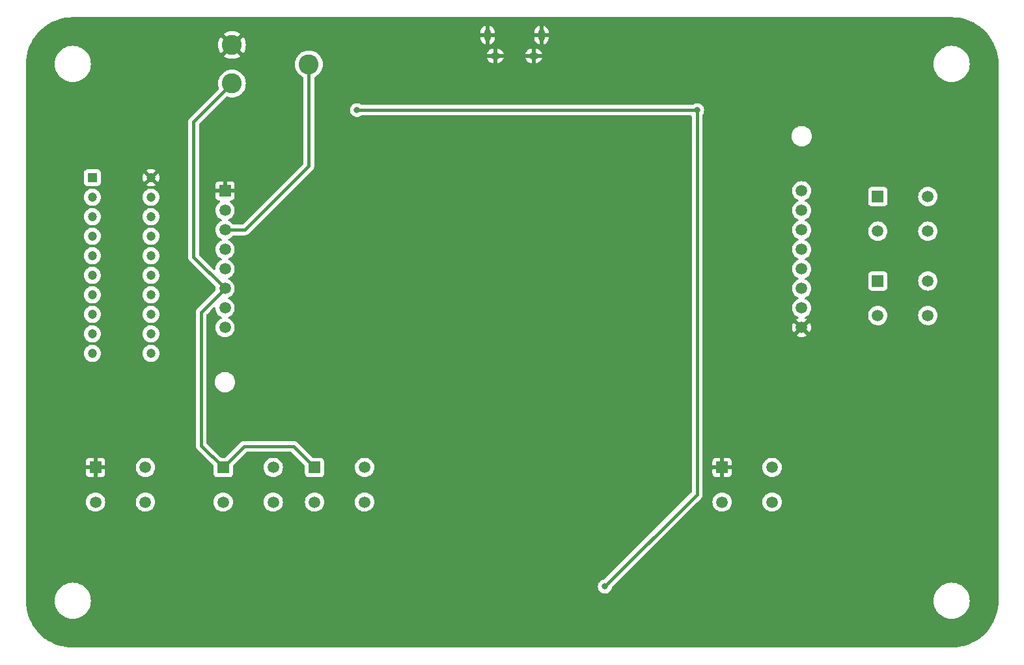
<source format=gbr>
%TF.GenerationSoftware,KiCad,Pcbnew,7.0.1-0*%
%TF.CreationDate,2023-04-17T19:08:21-07:00*%
%TF.ProjectId,msp-debugger,6d73702d-6465-4627-9567-6765722e6b69,rev?*%
%TF.SameCoordinates,Original*%
%TF.FileFunction,Copper,L2,Bot*%
%TF.FilePolarity,Positive*%
%FSLAX46Y46*%
G04 Gerber Fmt 4.6, Leading zero omitted, Abs format (unit mm)*
G04 Created by KiCad (PCBNEW 7.0.1-0) date 2023-04-17 19:08:21*
%MOMM*%
%LPD*%
G01*
G04 APERTURE LIST*
%TA.AperFunction,ComponentPad*%
%ADD10R,1.508000X1.508000*%
%TD*%
%TA.AperFunction,ComponentPad*%
%ADD11C,1.508000*%
%TD*%
%TA.AperFunction,ComponentPad*%
%ADD12O,0.890000X1.550000*%
%TD*%
%TA.AperFunction,ComponentPad*%
%ADD13O,1.250000X0.950000*%
%TD*%
%TA.AperFunction,ComponentPad*%
%ADD14C,2.600000*%
%TD*%
%TA.AperFunction,ComponentPad*%
%ADD15R,1.500000X1.500000*%
%TD*%
%TA.AperFunction,ComponentPad*%
%ADD16C,1.500000*%
%TD*%
%TA.AperFunction,ComponentPad*%
%ADD17R,1.200000X1.200000*%
%TD*%
%TA.AperFunction,ComponentPad*%
%ADD18C,1.200000*%
%TD*%
%TA.AperFunction,ViaPad*%
%ADD19C,0.800000*%
%TD*%
%TA.AperFunction,ViaPad*%
%ADD20C,0.711200*%
%TD*%
%TA.AperFunction,Conductor*%
%ADD21C,0.400000*%
%TD*%
G04 APERTURE END LIST*
D10*
%TO.P,UP1,1,1*%
%TO.N,+3.3V*%
X187250000Y-80750000D03*
D11*
%TO.P,UP1,2,2*%
%TO.N,unconnected-(UP1-Pad2)*%
X187250000Y-85250000D03*
%TO.P,UP1,3,K*%
%TO.N,unconnected-(UP1-K-Pad3)*%
X193750000Y-80750000D03*
%TO.P,UP1,4,A*%
%TO.N,/UP SW*%
X193750000Y-85250000D03*
%TD*%
D10*
%TO.P,RETURN1,1,1*%
%TO.N,+3.3V*%
X114000000Y-116000000D03*
D11*
%TO.P,RETURN1,2,2*%
%TO.N,unconnected-(RETURN1-Pad2)*%
X114000000Y-120500000D03*
%TO.P,RETURN1,3,K*%
%TO.N,unconnected-(RETURN1-K-Pad3)*%
X120500000Y-116000000D03*
%TO.P,RETURN1,4,A*%
%TO.N,/RET SW*%
X120500000Y-120500000D03*
%TD*%
D10*
%TO.P,SET1,1,1*%
%TO.N,+3.3V*%
X102110000Y-116000000D03*
D11*
%TO.P,SET1,2,2*%
%TO.N,unconnected-(SET1-Pad2)*%
X102110000Y-120500000D03*
%TO.P,SET1,3,K*%
%TO.N,unconnected-(SET1-K-Pad3)*%
X108610000Y-116000000D03*
%TO.P,SET1,4,A*%
%TO.N,/SET SW*%
X108610000Y-120500000D03*
%TD*%
D12*
%TO.P,J1,6,Shield*%
%TO.N,GND*%
X143500000Y-59750000D03*
D13*
X142500000Y-62450000D03*
X137500000Y-62450000D03*
D12*
X136500000Y-59750000D03*
%TD*%
D10*
%TO.P,ESP_PROGRAM1,1,1*%
%TO.N,GND*%
X85500000Y-116000000D03*
D11*
%TO.P,ESP_PROGRAM1,2,2*%
%TO.N,unconnected-(ESP_PROGRAM1-Pad2)*%
X85500000Y-120500000D03*
%TO.P,ESP_PROGRAM1,3,K*%
%TO.N,unconnected-(ESP_PROGRAM1-K-Pad3)*%
X92000000Y-116000000D03*
%TO.P,ESP_PROGRAM1,4,A*%
%TO.N,/ESP PROG SW*%
X92000000Y-120500000D03*
%TD*%
D14*
%TO.P,RV1,1,1*%
%TO.N,GND*%
X103250000Y-61040000D03*
%TO.P,RV1,2,2*%
%TO.N,Net-(U2-VO)*%
X113250000Y-63540000D03*
%TO.P,RV1,3,3*%
%TO.N,+3.3V*%
X103250000Y-66040000D03*
%TD*%
D15*
%TO.P,U2,1,VSS*%
%TO.N,GND*%
X102342500Y-80010000D03*
D16*
%TO.P,U2,2,VDD*%
%TO.N,+3.3V*%
X102342500Y-82550000D03*
%TO.P,U2,3,VO*%
%TO.N,Net-(U2-VO)*%
X102342500Y-85090000D03*
%TO.P,U2,4,RS*%
%TO.N,/LCD RS*%
X102342500Y-87630000D03*
%TO.P,U2,5,R/W*%
%TO.N,/LCD R{slash}W*%
X102342500Y-90170000D03*
%TO.P,U2,6,E*%
%TO.N,+3.3V*%
X102342500Y-92710000D03*
%TO.P,U2,7,DB0*%
%TO.N,/DB0*%
X102342500Y-95250000D03*
%TO.P,U2,8,DB1*%
%TO.N,/DB1*%
X102342500Y-97790000D03*
%TO.P,U2,9,DB2*%
%TO.N,/DB2*%
X177342500Y-80010000D03*
%TO.P,U2,10,DB3*%
%TO.N,/DB3*%
X177342500Y-82550000D03*
%TO.P,U2,11,DB4*%
%TO.N,/DB4*%
X177342500Y-85090000D03*
%TO.P,U2,12,DB5*%
%TO.N,/DB5*%
X177342500Y-87630000D03*
%TO.P,U2,13,DB6*%
%TO.N,/DB6*%
X177342500Y-90170000D03*
%TO.P,U2,14,DB7*%
%TO.N,/DB7*%
X177342500Y-92710000D03*
%TO.P,U2,15,A*%
%TO.N,+3.3V*%
X177342500Y-95250000D03*
%TO.P,U2,16,K*%
%TO.N,GND*%
X177342500Y-97790000D03*
%TD*%
D17*
%TO.P,J2,1,Pin_1*%
%TO.N,+3.3V*%
X85090000Y-78290000D03*
D18*
%TO.P,J2,2,Pin_2*%
%TO.N,unconnected-(J2-Pin_2-Pad2)*%
X85090000Y-80830000D03*
%TO.P,J2,3,Pin_3*%
%TO.N,unconnected-(J2-Pin_3-Pad3)*%
X85090000Y-83370000D03*
%TO.P,J2,4,Pin_4*%
%TO.N,unconnected-(J2-Pin_4-Pad4)*%
X85090000Y-85910000D03*
%TO.P,J2,5,Pin_5*%
%TO.N,unconnected-(J2-Pin_5-Pad5)*%
X85090000Y-88450000D03*
%TO.P,J2,6,Pin_6*%
%TO.N,/TCK*%
X85090000Y-90990000D03*
%TO.P,J2,7,Pin_7*%
%TO.N,/TMS*%
X85090000Y-93530000D03*
%TO.P,J2,8,Pin_8*%
%TO.N,unconnected-(J2-Pin_8-Pad8)*%
X85090000Y-96070000D03*
%TO.P,J2,9,Pin_9*%
%TO.N,unconnected-(J2-Pin_9-Pad9)*%
X85090000Y-98610000D03*
%TO.P,J2,10,Pin_10*%
%TO.N,unconnected-(J2-Pin_10-Pad10)*%
X85090000Y-101150000D03*
%TO.P,J2,11,Pin_11*%
%TO.N,unconnected-(J2-Pin_11-Pad11)*%
X92710000Y-101150000D03*
%TO.P,J2,12,Pin_12*%
%TO.N,unconnected-(J2-Pin_12-Pad12)*%
X92710000Y-98610000D03*
%TO.P,J2,13,Pin_13*%
%TO.N,unconnected-(J2-Pin_13-Pad13)*%
X92710000Y-96070000D03*
%TO.P,J2,14,Pin_14*%
%TO.N,/TDI*%
X92710000Y-93530000D03*
%TO.P,J2,15,Pin_15*%
%TO.N,/TDO*%
X92710000Y-90990000D03*
%TO.P,J2,16,Pin_16*%
%TO.N,/RST*%
X92710000Y-88450000D03*
%TO.P,J2,17,Pin_17*%
%TO.N,/TEST*%
X92710000Y-85910000D03*
%TO.P,J2,18,Pin_18*%
%TO.N,unconnected-(J2-Pin_18-Pad18)*%
X92710000Y-83370000D03*
%TO.P,J2,19,Pin_19*%
%TO.N,unconnected-(J2-Pin_19-Pad19)*%
X92710000Y-80830000D03*
%TO.P,J2,20,Pin_20*%
%TO.N,GND*%
X92710000Y-78290000D03*
%TD*%
D10*
%TO.P,ESP_ENABLE1,1,1*%
%TO.N,GND*%
X167000000Y-116000000D03*
D11*
%TO.P,ESP_ENABLE1,2,2*%
%TO.N,unconnected-(ESP_ENABLE1-Pad2)*%
X167000000Y-120500000D03*
%TO.P,ESP_ENABLE1,3,K*%
%TO.N,unconnected-(ESP_ENABLE1-K-Pad3)*%
X173500000Y-116000000D03*
%TO.P,ESP_ENABLE1,4,A*%
%TO.N,/ESP EN*%
X173500000Y-120500000D03*
%TD*%
D10*
%TO.P,DOWN1,1,1*%
%TO.N,+3.3V*%
X187250000Y-91730000D03*
D11*
%TO.P,DOWN1,2,2*%
%TO.N,unconnected-(DOWN1-Pad2)*%
X187250000Y-96230000D03*
%TO.P,DOWN1,3,K*%
%TO.N,unconnected-(DOWN1-K-Pad3)*%
X193750000Y-91730000D03*
%TO.P,DOWN1,4,A*%
%TO.N,/DOWN SW*%
X193750000Y-96230000D03*
%TD*%
D19*
%TO.N,+3.3V*%
X163750000Y-69500000D03*
X151750000Y-131500000D03*
X119500000Y-69500000D03*
D20*
%TO.N,GND*%
X167640000Y-132080000D03*
X127000000Y-81280000D03*
X127000000Y-60960000D03*
X157480000Y-81280000D03*
X187960000Y-71120000D03*
X121920000Y-132080000D03*
X157480000Y-71120000D03*
X147320000Y-71120000D03*
X198120000Y-91440000D03*
X198120000Y-71120000D03*
X198120000Y-81280000D03*
X157480000Y-132080000D03*
X81280000Y-71120000D03*
X116840000Y-60960000D03*
X106680000Y-71120000D03*
X198120000Y-101600000D03*
X127000000Y-71120000D03*
X177800000Y-60960000D03*
X187960000Y-132080000D03*
X81280000Y-81280000D03*
X81280000Y-101600000D03*
X198120000Y-121920000D03*
X142240000Y-132080000D03*
X198120000Y-111760000D03*
X167640000Y-101600000D03*
X81280000Y-111760000D03*
X91440000Y-60960000D03*
X96520000Y-71120000D03*
X91440000Y-132080000D03*
X187960000Y-111760000D03*
X147320000Y-101600000D03*
X101600000Y-132080000D03*
X147320000Y-91440000D03*
X111760000Y-132080000D03*
X177800000Y-121920000D03*
X81280000Y-121920000D03*
X137160000Y-81280000D03*
X187960000Y-121920000D03*
X157480000Y-121920000D03*
X177800000Y-132080000D03*
X137160000Y-91440000D03*
X116840000Y-81280000D03*
X177800000Y-101600000D03*
X81280000Y-91440000D03*
X137160000Y-71120000D03*
X187960000Y-60960000D03*
X187960000Y-101600000D03*
%TD*%
D21*
%TO.N,+3.3V*%
X98250000Y-71040000D02*
X98250000Y-88617500D01*
X98250000Y-88617500D02*
X102342500Y-92710000D01*
X99250000Y-95802500D02*
X99250000Y-113140000D01*
X151750000Y-131500000D02*
X163750000Y-119500000D01*
X102110000Y-116000000D02*
X104860000Y-113250000D01*
X102342500Y-92710000D02*
X99250000Y-95802500D01*
X111250000Y-113250000D02*
X114000000Y-116000000D01*
X103250000Y-66040000D02*
X98250000Y-71040000D01*
X119500000Y-69500000D02*
X163750000Y-69500000D01*
X99250000Y-113140000D02*
X102110000Y-116000000D01*
X104860000Y-113250000D02*
X111250000Y-113250000D01*
X163750000Y-119500000D02*
X163750000Y-69500000D01*
%TO.N,Net-(U2-VO)*%
X104910000Y-85090000D02*
X113250000Y-76750000D01*
X113250000Y-76750000D02*
X113250000Y-63540000D01*
X102342500Y-85090000D02*
X104910000Y-85090000D01*
%TD*%
%TA.AperFunction,Conductor*%
%TO.N,GND*%
G36*
X196852443Y-57404596D02*
G01*
X197323395Y-57423099D01*
X197333069Y-57423860D01*
X197798713Y-57478974D01*
X197808318Y-57480495D01*
X198268190Y-57571969D01*
X198277650Y-57574240D01*
X198728922Y-57701512D01*
X198738175Y-57704518D01*
X199178076Y-57866805D01*
X199187065Y-57870528D01*
X199612884Y-58066835D01*
X199621548Y-58071250D01*
X200030643Y-58300355D01*
X200038945Y-58305442D01*
X200428794Y-58565930D01*
X200436668Y-58571651D01*
X200555761Y-58665536D01*
X200804880Y-58861925D01*
X200812284Y-58868248D01*
X201156591Y-59186524D01*
X201163475Y-59193408D01*
X201481751Y-59537715D01*
X201488074Y-59545119D01*
X201778346Y-59913328D01*
X201784069Y-59921205D01*
X202044557Y-60311054D01*
X202049644Y-60319356D01*
X202278749Y-60728451D01*
X202283170Y-60737126D01*
X202479469Y-61162931D01*
X202483195Y-61171927D01*
X202645480Y-61611821D01*
X202648488Y-61621080D01*
X202775758Y-62072345D01*
X202778031Y-62081813D01*
X202869503Y-62541676D01*
X202871026Y-62551292D01*
X202926137Y-63016914D01*
X202926901Y-63026621D01*
X202945404Y-63497557D01*
X202945500Y-63502425D01*
X202945500Y-133347575D01*
X202945404Y-133352443D01*
X202926901Y-133823378D01*
X202926137Y-133833085D01*
X202871026Y-134298707D01*
X202869503Y-134308323D01*
X202778031Y-134768186D01*
X202775758Y-134777654D01*
X202648488Y-135228919D01*
X202645480Y-135238178D01*
X202483195Y-135678072D01*
X202479469Y-135687068D01*
X202283170Y-136112873D01*
X202278749Y-136121548D01*
X202049644Y-136530643D01*
X202044557Y-136538945D01*
X201784069Y-136928794D01*
X201778346Y-136936671D01*
X201488074Y-137304880D01*
X201481751Y-137312284D01*
X201163475Y-137656591D01*
X201156591Y-137663475D01*
X200812284Y-137981751D01*
X200804880Y-137988074D01*
X200436671Y-138278346D01*
X200428794Y-138284069D01*
X200038945Y-138544557D01*
X200030643Y-138549644D01*
X199621548Y-138778749D01*
X199612873Y-138783170D01*
X199187068Y-138979469D01*
X199178072Y-138983195D01*
X198738178Y-139145480D01*
X198728919Y-139148488D01*
X198277654Y-139275758D01*
X198268186Y-139278031D01*
X197808323Y-139369503D01*
X197798707Y-139371026D01*
X197333085Y-139426137D01*
X197323378Y-139426901D01*
X196852443Y-139445404D01*
X196847575Y-139445500D01*
X82552425Y-139445500D01*
X82547557Y-139445404D01*
X82076621Y-139426901D01*
X82066914Y-139426137D01*
X81601292Y-139371026D01*
X81591676Y-139369503D01*
X81131813Y-139278031D01*
X81122345Y-139275758D01*
X80671080Y-139148488D01*
X80661821Y-139145480D01*
X80221927Y-138983195D01*
X80212931Y-138979469D01*
X79787126Y-138783170D01*
X79778451Y-138778749D01*
X79369356Y-138549644D01*
X79361054Y-138544557D01*
X78971205Y-138284069D01*
X78963328Y-138278346D01*
X78595119Y-137988074D01*
X78587715Y-137981751D01*
X78243408Y-137663475D01*
X78236524Y-137656591D01*
X77918248Y-137312284D01*
X77911925Y-137304880D01*
X77621653Y-136936671D01*
X77615930Y-136928794D01*
X77355442Y-136538945D01*
X77350355Y-136530643D01*
X77121250Y-136121548D01*
X77116835Y-136112884D01*
X76920528Y-135687065D01*
X76916804Y-135678072D01*
X76899049Y-135629946D01*
X76754518Y-135238175D01*
X76751511Y-135228919D01*
X76748791Y-135219276D01*
X76624240Y-134777650D01*
X76621968Y-134768186D01*
X76584279Y-134578712D01*
X76530495Y-134308318D01*
X76528973Y-134298707D01*
X76473860Y-133833069D01*
X76473099Y-133823395D01*
X76454596Y-133352443D01*
X76454548Y-133350000D01*
X80190448Y-133350000D01*
X80210634Y-133657983D01*
X80211424Y-133661954D01*
X80211425Y-133661962D01*
X80270053Y-133956704D01*
X80270055Y-133956714D01*
X80270848Y-133960697D01*
X80370058Y-134252961D01*
X80371850Y-134256595D01*
X80371853Y-134256602D01*
X80416804Y-134347753D01*
X80506568Y-134529776D01*
X80508819Y-134533145D01*
X80508822Y-134533150D01*
X80539266Y-134578712D01*
X80678042Y-134786404D01*
X80680717Y-134789454D01*
X80680723Y-134789462D01*
X80779884Y-134902533D01*
X80881545Y-135018455D01*
X80884593Y-135021128D01*
X81110537Y-135219276D01*
X81110543Y-135219280D01*
X81113596Y-135221958D01*
X81370224Y-135393432D01*
X81647039Y-135529942D01*
X81939303Y-135629152D01*
X82242017Y-135689366D01*
X82550000Y-135709552D01*
X82857983Y-135689366D01*
X83160697Y-135629152D01*
X83452961Y-135529942D01*
X83729776Y-135393432D01*
X83986404Y-135221958D01*
X84218455Y-135018455D01*
X84421958Y-134786404D01*
X84593432Y-134529776D01*
X84729942Y-134252961D01*
X84829152Y-133960697D01*
X84889366Y-133657983D01*
X84909552Y-133350000D01*
X194490448Y-133350000D01*
X194510634Y-133657983D01*
X194511424Y-133661954D01*
X194511425Y-133661962D01*
X194570053Y-133956704D01*
X194570055Y-133956714D01*
X194570848Y-133960697D01*
X194670058Y-134252961D01*
X194671850Y-134256595D01*
X194671853Y-134256602D01*
X194716804Y-134347753D01*
X194806568Y-134529776D01*
X194808819Y-134533145D01*
X194808822Y-134533150D01*
X194839266Y-134578712D01*
X194978042Y-134786404D01*
X194980717Y-134789454D01*
X194980723Y-134789462D01*
X195079884Y-134902533D01*
X195181545Y-135018455D01*
X195184593Y-135021128D01*
X195410537Y-135219276D01*
X195410543Y-135219280D01*
X195413596Y-135221958D01*
X195670224Y-135393432D01*
X195947039Y-135529942D01*
X196239303Y-135629152D01*
X196542017Y-135689366D01*
X196850000Y-135709552D01*
X197157983Y-135689366D01*
X197460697Y-135629152D01*
X197752961Y-135529942D01*
X198029776Y-135393432D01*
X198286404Y-135221958D01*
X198518455Y-135018455D01*
X198721958Y-134786404D01*
X198893432Y-134529776D01*
X199029942Y-134252961D01*
X199129152Y-133960697D01*
X199189366Y-133657983D01*
X199209552Y-133350000D01*
X199189366Y-133042017D01*
X199129152Y-132739303D01*
X199029942Y-132447039D01*
X198893432Y-132170224D01*
X198721958Y-131913596D01*
X198719280Y-131910543D01*
X198719276Y-131910537D01*
X198521128Y-131684593D01*
X198518455Y-131681545D01*
X198384593Y-131564151D01*
X198289462Y-131480723D01*
X198289454Y-131480717D01*
X198286404Y-131478042D01*
X198283022Y-131475782D01*
X198033150Y-131308822D01*
X198033145Y-131308819D01*
X198029776Y-131306568D01*
X198026140Y-131304775D01*
X198026135Y-131304772D01*
X197756602Y-131171853D01*
X197756595Y-131171850D01*
X197752961Y-131170058D01*
X197617951Y-131124228D01*
X197464551Y-131072156D01*
X197464547Y-131072155D01*
X197460697Y-131070848D01*
X197456714Y-131070055D01*
X197456704Y-131070053D01*
X197161962Y-131011425D01*
X197161954Y-131011424D01*
X197157983Y-131010634D01*
X196850000Y-130990448D01*
X196845957Y-130990713D01*
X196546059Y-131010369D01*
X196546057Y-131010369D01*
X196542017Y-131010634D01*
X196538047Y-131011423D01*
X196538037Y-131011425D01*
X196243295Y-131070053D01*
X196243281Y-131070056D01*
X196239303Y-131070848D01*
X196235456Y-131072153D01*
X196235448Y-131072156D01*
X196041791Y-131137894D01*
X195947039Y-131170058D01*
X195943410Y-131171847D01*
X195943397Y-131171853D01*
X195673864Y-131304772D01*
X195673852Y-131304778D01*
X195670224Y-131306568D01*
X195666861Y-131308814D01*
X195666849Y-131308822D01*
X195416977Y-131475782D01*
X195416968Y-131475788D01*
X195413596Y-131478042D01*
X195410552Y-131480711D01*
X195410537Y-131480723D01*
X195184593Y-131678871D01*
X195184585Y-131678878D01*
X195181545Y-131681545D01*
X195178878Y-131684585D01*
X195178871Y-131684593D01*
X194980723Y-131910537D01*
X194980711Y-131910552D01*
X194978042Y-131913596D01*
X194975788Y-131916968D01*
X194975782Y-131916977D01*
X194808822Y-132166849D01*
X194808814Y-132166861D01*
X194806568Y-132170224D01*
X194804778Y-132173852D01*
X194804772Y-132173864D01*
X194671853Y-132443397D01*
X194671847Y-132443410D01*
X194670058Y-132447039D01*
X194668752Y-132450884D01*
X194668752Y-132450886D01*
X194572156Y-132735448D01*
X194572153Y-132735456D01*
X194570848Y-132739303D01*
X194570056Y-132743281D01*
X194570053Y-132743295D01*
X194511425Y-133038037D01*
X194511423Y-133038047D01*
X194510634Y-133042017D01*
X194490448Y-133350000D01*
X84909552Y-133350000D01*
X84889366Y-133042017D01*
X84829152Y-132739303D01*
X84729942Y-132447039D01*
X84593432Y-132170224D01*
X84421958Y-131913596D01*
X84419280Y-131910543D01*
X84419276Y-131910537D01*
X84221128Y-131684593D01*
X84218455Y-131681545D01*
X84084593Y-131564151D01*
X83989462Y-131480723D01*
X83989454Y-131480717D01*
X83986404Y-131478042D01*
X83983022Y-131475782D01*
X83733150Y-131308822D01*
X83733145Y-131308819D01*
X83729776Y-131306568D01*
X83726140Y-131304775D01*
X83726135Y-131304772D01*
X83456602Y-131171853D01*
X83456595Y-131171850D01*
X83452961Y-131170058D01*
X83317951Y-131124228D01*
X83164551Y-131072156D01*
X83164547Y-131072155D01*
X83160697Y-131070848D01*
X83156714Y-131070055D01*
X83156704Y-131070053D01*
X82861962Y-131011425D01*
X82861954Y-131011424D01*
X82857983Y-131010634D01*
X82550000Y-130990448D01*
X82545957Y-130990713D01*
X82246059Y-131010369D01*
X82246057Y-131010369D01*
X82242017Y-131010634D01*
X82238047Y-131011423D01*
X82238037Y-131011425D01*
X81943295Y-131070053D01*
X81943281Y-131070056D01*
X81939303Y-131070848D01*
X81935456Y-131072153D01*
X81935448Y-131072156D01*
X81741791Y-131137894D01*
X81647039Y-131170058D01*
X81643410Y-131171847D01*
X81643397Y-131171853D01*
X81373864Y-131304772D01*
X81373852Y-131304778D01*
X81370224Y-131306568D01*
X81366861Y-131308814D01*
X81366849Y-131308822D01*
X81116977Y-131475782D01*
X81116968Y-131475788D01*
X81113596Y-131478042D01*
X81110552Y-131480711D01*
X81110537Y-131480723D01*
X80884593Y-131678871D01*
X80884585Y-131678878D01*
X80881545Y-131681545D01*
X80878878Y-131684585D01*
X80878871Y-131684593D01*
X80680723Y-131910537D01*
X80680711Y-131910552D01*
X80678042Y-131913596D01*
X80675788Y-131916968D01*
X80675782Y-131916977D01*
X80508822Y-132166849D01*
X80508814Y-132166861D01*
X80506568Y-132170224D01*
X80504778Y-132173852D01*
X80504772Y-132173864D01*
X80371853Y-132443397D01*
X80371847Y-132443410D01*
X80370058Y-132447039D01*
X80368752Y-132450884D01*
X80368752Y-132450886D01*
X80272156Y-132735448D01*
X80272153Y-132735456D01*
X80270848Y-132739303D01*
X80270056Y-132743281D01*
X80270053Y-132743295D01*
X80211425Y-133038037D01*
X80211423Y-133038047D01*
X80210634Y-133042017D01*
X80190448Y-133350000D01*
X76454548Y-133350000D01*
X76454500Y-133347575D01*
X76454500Y-120500000D01*
X84240708Y-120500000D01*
X84241180Y-120505395D01*
X84259366Y-120713275D01*
X84259367Y-120713282D01*
X84259839Y-120718674D01*
X84261238Y-120723895D01*
X84261240Y-120723906D01*
X84315253Y-120925481D01*
X84315255Y-120925488D01*
X84316653Y-120930703D01*
X84409421Y-121129646D01*
X84412521Y-121134074D01*
X84412525Y-121134080D01*
X84515091Y-121280559D01*
X84535326Y-121309457D01*
X84690543Y-121464674D01*
X84780448Y-121527626D01*
X84865919Y-121587474D01*
X84865922Y-121587475D01*
X84870354Y-121590579D01*
X85069297Y-121683347D01*
X85074517Y-121684745D01*
X85074518Y-121684746D01*
X85276093Y-121738759D01*
X85276095Y-121738759D01*
X85281326Y-121740161D01*
X85500000Y-121759292D01*
X85718674Y-121740161D01*
X85930703Y-121683347D01*
X86129646Y-121590579D01*
X86309457Y-121464674D01*
X86464674Y-121309457D01*
X86590579Y-121129646D01*
X86683347Y-120930703D01*
X86740161Y-120718674D01*
X86759292Y-120500000D01*
X90740708Y-120500000D01*
X90741180Y-120505395D01*
X90759366Y-120713275D01*
X90759367Y-120713282D01*
X90759839Y-120718674D01*
X90761238Y-120723895D01*
X90761240Y-120723906D01*
X90815253Y-120925481D01*
X90815255Y-120925488D01*
X90816653Y-120930703D01*
X90909421Y-121129646D01*
X90912521Y-121134074D01*
X90912525Y-121134080D01*
X91015091Y-121280559D01*
X91035326Y-121309457D01*
X91190543Y-121464674D01*
X91280448Y-121527626D01*
X91365919Y-121587474D01*
X91365922Y-121587475D01*
X91370354Y-121590579D01*
X91569297Y-121683347D01*
X91574517Y-121684745D01*
X91574518Y-121684746D01*
X91776093Y-121738759D01*
X91776095Y-121738759D01*
X91781326Y-121740161D01*
X92000000Y-121759292D01*
X92218674Y-121740161D01*
X92430703Y-121683347D01*
X92629646Y-121590579D01*
X92809457Y-121464674D01*
X92964674Y-121309457D01*
X93090579Y-121129646D01*
X93183347Y-120930703D01*
X93240161Y-120718674D01*
X93259292Y-120500000D01*
X100850708Y-120500000D01*
X100851180Y-120505395D01*
X100869366Y-120713275D01*
X100869367Y-120713282D01*
X100869839Y-120718674D01*
X100871238Y-120723895D01*
X100871240Y-120723906D01*
X100925253Y-120925481D01*
X100925255Y-120925488D01*
X100926653Y-120930703D01*
X101019421Y-121129646D01*
X101022521Y-121134074D01*
X101022525Y-121134080D01*
X101125091Y-121280559D01*
X101145326Y-121309457D01*
X101300543Y-121464674D01*
X101390448Y-121527626D01*
X101475919Y-121587474D01*
X101475922Y-121587475D01*
X101480354Y-121590579D01*
X101679297Y-121683347D01*
X101684517Y-121684745D01*
X101684518Y-121684746D01*
X101886093Y-121738759D01*
X101886095Y-121738759D01*
X101891326Y-121740161D01*
X102110000Y-121759292D01*
X102328674Y-121740161D01*
X102540703Y-121683347D01*
X102739646Y-121590579D01*
X102919457Y-121464674D01*
X103074674Y-121309457D01*
X103200579Y-121129646D01*
X103293347Y-120930703D01*
X103350161Y-120718674D01*
X103369292Y-120500000D01*
X107350708Y-120500000D01*
X107351180Y-120505395D01*
X107369366Y-120713275D01*
X107369367Y-120713282D01*
X107369839Y-120718674D01*
X107371238Y-120723895D01*
X107371240Y-120723906D01*
X107425253Y-120925481D01*
X107425255Y-120925488D01*
X107426653Y-120930703D01*
X107519421Y-121129646D01*
X107522521Y-121134074D01*
X107522525Y-121134080D01*
X107625091Y-121280559D01*
X107645326Y-121309457D01*
X107800543Y-121464674D01*
X107890448Y-121527626D01*
X107975919Y-121587474D01*
X107975922Y-121587475D01*
X107980354Y-121590579D01*
X108179297Y-121683347D01*
X108184517Y-121684745D01*
X108184518Y-121684746D01*
X108386093Y-121738759D01*
X108386095Y-121738759D01*
X108391326Y-121740161D01*
X108610000Y-121759292D01*
X108828674Y-121740161D01*
X109040703Y-121683347D01*
X109239646Y-121590579D01*
X109419457Y-121464674D01*
X109574674Y-121309457D01*
X109700579Y-121129646D01*
X109793347Y-120930703D01*
X109850161Y-120718674D01*
X109869292Y-120500000D01*
X112740708Y-120500000D01*
X112741180Y-120505395D01*
X112759366Y-120713275D01*
X112759367Y-120713282D01*
X112759839Y-120718674D01*
X112761238Y-120723895D01*
X112761240Y-120723906D01*
X112815253Y-120925481D01*
X112815255Y-120925488D01*
X112816653Y-120930703D01*
X112909421Y-121129646D01*
X112912521Y-121134074D01*
X112912525Y-121134080D01*
X113015091Y-121280559D01*
X113035326Y-121309457D01*
X113190543Y-121464674D01*
X113280448Y-121527626D01*
X113365919Y-121587474D01*
X113365922Y-121587475D01*
X113370354Y-121590579D01*
X113569297Y-121683347D01*
X113574517Y-121684745D01*
X113574518Y-121684746D01*
X113776093Y-121738759D01*
X113776095Y-121738759D01*
X113781326Y-121740161D01*
X114000000Y-121759292D01*
X114218674Y-121740161D01*
X114430703Y-121683347D01*
X114629646Y-121590579D01*
X114809457Y-121464674D01*
X114964674Y-121309457D01*
X115090579Y-121129646D01*
X115183347Y-120930703D01*
X115240161Y-120718674D01*
X115259292Y-120500000D01*
X119240708Y-120500000D01*
X119241180Y-120505395D01*
X119259366Y-120713275D01*
X119259367Y-120713282D01*
X119259839Y-120718674D01*
X119261238Y-120723895D01*
X119261240Y-120723906D01*
X119315253Y-120925481D01*
X119315255Y-120925488D01*
X119316653Y-120930703D01*
X119409421Y-121129646D01*
X119412521Y-121134074D01*
X119412525Y-121134080D01*
X119515091Y-121280559D01*
X119535326Y-121309457D01*
X119690543Y-121464674D01*
X119780448Y-121527626D01*
X119865919Y-121587474D01*
X119865922Y-121587475D01*
X119870354Y-121590579D01*
X120069297Y-121683347D01*
X120074517Y-121684745D01*
X120074518Y-121684746D01*
X120276093Y-121738759D01*
X120276095Y-121738759D01*
X120281326Y-121740161D01*
X120500000Y-121759292D01*
X120718674Y-121740161D01*
X120930703Y-121683347D01*
X121129646Y-121590579D01*
X121309457Y-121464674D01*
X121464674Y-121309457D01*
X121590579Y-121129646D01*
X121683347Y-120930703D01*
X121740161Y-120718674D01*
X121759292Y-120500000D01*
X121740161Y-120281326D01*
X121683347Y-120069297D01*
X121590579Y-119870354D01*
X121586869Y-119865056D01*
X121483038Y-119716770D01*
X121464674Y-119690543D01*
X121309457Y-119535326D01*
X121280559Y-119515091D01*
X121134080Y-119412525D01*
X121134074Y-119412521D01*
X121129646Y-119409421D01*
X121124741Y-119407133D01*
X121124738Y-119407132D01*
X120935606Y-119318939D01*
X120935603Y-119318937D01*
X120930703Y-119316653D01*
X120925488Y-119315255D01*
X120925481Y-119315253D01*
X120723906Y-119261240D01*
X120723895Y-119261238D01*
X120718674Y-119259839D01*
X120713282Y-119259367D01*
X120713275Y-119259366D01*
X120505395Y-119241180D01*
X120500000Y-119240708D01*
X120494605Y-119241180D01*
X120286724Y-119259366D01*
X120286715Y-119259367D01*
X120281326Y-119259839D01*
X120276106Y-119261237D01*
X120276093Y-119261240D01*
X120074518Y-119315253D01*
X120074507Y-119315256D01*
X120069297Y-119316653D01*
X120064400Y-119318936D01*
X120064393Y-119318939D01*
X119875261Y-119407132D01*
X119875253Y-119407136D01*
X119870354Y-119409421D01*
X119865930Y-119412518D01*
X119865919Y-119412525D01*
X119694978Y-119532220D01*
X119694973Y-119532223D01*
X119690543Y-119535326D01*
X119686719Y-119539149D01*
X119686713Y-119539155D01*
X119539155Y-119686713D01*
X119539149Y-119686719D01*
X119535326Y-119690543D01*
X119532223Y-119694973D01*
X119532220Y-119694978D01*
X119412525Y-119865919D01*
X119412518Y-119865930D01*
X119409421Y-119870354D01*
X119407136Y-119875253D01*
X119407132Y-119875261D01*
X119318939Y-120064393D01*
X119318936Y-120064400D01*
X119316653Y-120069297D01*
X119315256Y-120074507D01*
X119315253Y-120074518D01*
X119261240Y-120276093D01*
X119261237Y-120276106D01*
X119259839Y-120281326D01*
X119259367Y-120286715D01*
X119259366Y-120286724D01*
X119241440Y-120491621D01*
X119240708Y-120500000D01*
X115259292Y-120500000D01*
X115240161Y-120281326D01*
X115183347Y-120069297D01*
X115090579Y-119870354D01*
X115086869Y-119865056D01*
X114983038Y-119716770D01*
X114964674Y-119690543D01*
X114809457Y-119535326D01*
X114780559Y-119515091D01*
X114634080Y-119412525D01*
X114634074Y-119412521D01*
X114629646Y-119409421D01*
X114624741Y-119407133D01*
X114624738Y-119407132D01*
X114435606Y-119318939D01*
X114435603Y-119318937D01*
X114430703Y-119316653D01*
X114425488Y-119315255D01*
X114425481Y-119315253D01*
X114223906Y-119261240D01*
X114223895Y-119261238D01*
X114218674Y-119259839D01*
X114213282Y-119259367D01*
X114213275Y-119259366D01*
X114005395Y-119241180D01*
X114000000Y-119240708D01*
X113994605Y-119241180D01*
X113786724Y-119259366D01*
X113786715Y-119259367D01*
X113781326Y-119259839D01*
X113776106Y-119261237D01*
X113776093Y-119261240D01*
X113574518Y-119315253D01*
X113574507Y-119315256D01*
X113569297Y-119316653D01*
X113564400Y-119318936D01*
X113564393Y-119318939D01*
X113375261Y-119407132D01*
X113375253Y-119407136D01*
X113370354Y-119409421D01*
X113365930Y-119412518D01*
X113365919Y-119412525D01*
X113194978Y-119532220D01*
X113194973Y-119532223D01*
X113190543Y-119535326D01*
X113186719Y-119539149D01*
X113186713Y-119539155D01*
X113039155Y-119686713D01*
X113039149Y-119686719D01*
X113035326Y-119690543D01*
X113032223Y-119694973D01*
X113032220Y-119694978D01*
X112912525Y-119865919D01*
X112912518Y-119865930D01*
X112909421Y-119870354D01*
X112907136Y-119875253D01*
X112907132Y-119875261D01*
X112818939Y-120064393D01*
X112818936Y-120064400D01*
X112816653Y-120069297D01*
X112815256Y-120074507D01*
X112815253Y-120074518D01*
X112761240Y-120276093D01*
X112761237Y-120276106D01*
X112759839Y-120281326D01*
X112759367Y-120286715D01*
X112759366Y-120286724D01*
X112741440Y-120491621D01*
X112740708Y-120500000D01*
X109869292Y-120500000D01*
X109850161Y-120281326D01*
X109793347Y-120069297D01*
X109700579Y-119870354D01*
X109696869Y-119865056D01*
X109593038Y-119716770D01*
X109574674Y-119690543D01*
X109419457Y-119535326D01*
X109390559Y-119515091D01*
X109244080Y-119412525D01*
X109244074Y-119412521D01*
X109239646Y-119409421D01*
X109234741Y-119407133D01*
X109234738Y-119407132D01*
X109045606Y-119318939D01*
X109045603Y-119318937D01*
X109040703Y-119316653D01*
X109035488Y-119315255D01*
X109035481Y-119315253D01*
X108833906Y-119261240D01*
X108833895Y-119261238D01*
X108828674Y-119259839D01*
X108823282Y-119259367D01*
X108823275Y-119259366D01*
X108615395Y-119241180D01*
X108610000Y-119240708D01*
X108604605Y-119241180D01*
X108396724Y-119259366D01*
X108396715Y-119259367D01*
X108391326Y-119259839D01*
X108386106Y-119261237D01*
X108386093Y-119261240D01*
X108184518Y-119315253D01*
X108184507Y-119315256D01*
X108179297Y-119316653D01*
X108174400Y-119318936D01*
X108174393Y-119318939D01*
X107985261Y-119407132D01*
X107985253Y-119407136D01*
X107980354Y-119409421D01*
X107975930Y-119412518D01*
X107975919Y-119412525D01*
X107804978Y-119532220D01*
X107804973Y-119532223D01*
X107800543Y-119535326D01*
X107796719Y-119539149D01*
X107796713Y-119539155D01*
X107649155Y-119686713D01*
X107649149Y-119686719D01*
X107645326Y-119690543D01*
X107642223Y-119694973D01*
X107642220Y-119694978D01*
X107522525Y-119865919D01*
X107522518Y-119865930D01*
X107519421Y-119870354D01*
X107517136Y-119875253D01*
X107517132Y-119875261D01*
X107428939Y-120064393D01*
X107428936Y-120064400D01*
X107426653Y-120069297D01*
X107425256Y-120074507D01*
X107425253Y-120074518D01*
X107371240Y-120276093D01*
X107371237Y-120276106D01*
X107369839Y-120281326D01*
X107369367Y-120286715D01*
X107369366Y-120286724D01*
X107351440Y-120491621D01*
X107350708Y-120500000D01*
X103369292Y-120500000D01*
X103350161Y-120281326D01*
X103293347Y-120069297D01*
X103200579Y-119870354D01*
X103196869Y-119865056D01*
X103093038Y-119716770D01*
X103074674Y-119690543D01*
X102919457Y-119535326D01*
X102890559Y-119515091D01*
X102744080Y-119412525D01*
X102744074Y-119412521D01*
X102739646Y-119409421D01*
X102734741Y-119407133D01*
X102734738Y-119407132D01*
X102545606Y-119318939D01*
X102545603Y-119318937D01*
X102540703Y-119316653D01*
X102535488Y-119315255D01*
X102535481Y-119315253D01*
X102333906Y-119261240D01*
X102333895Y-119261238D01*
X102328674Y-119259839D01*
X102323282Y-119259367D01*
X102323275Y-119259366D01*
X102115395Y-119241180D01*
X102110000Y-119240708D01*
X102104605Y-119241180D01*
X101896724Y-119259366D01*
X101896715Y-119259367D01*
X101891326Y-119259839D01*
X101886106Y-119261237D01*
X101886093Y-119261240D01*
X101684518Y-119315253D01*
X101684507Y-119315256D01*
X101679297Y-119316653D01*
X101674400Y-119318936D01*
X101674393Y-119318939D01*
X101485261Y-119407132D01*
X101485253Y-119407136D01*
X101480354Y-119409421D01*
X101475930Y-119412518D01*
X101475919Y-119412525D01*
X101304978Y-119532220D01*
X101304973Y-119532223D01*
X101300543Y-119535326D01*
X101296719Y-119539149D01*
X101296713Y-119539155D01*
X101149155Y-119686713D01*
X101149149Y-119686719D01*
X101145326Y-119690543D01*
X101142223Y-119694973D01*
X101142220Y-119694978D01*
X101022525Y-119865919D01*
X101022518Y-119865930D01*
X101019421Y-119870354D01*
X101017136Y-119875253D01*
X101017132Y-119875261D01*
X100928939Y-120064393D01*
X100928936Y-120064400D01*
X100926653Y-120069297D01*
X100925256Y-120074507D01*
X100925253Y-120074518D01*
X100871240Y-120276093D01*
X100871237Y-120276106D01*
X100869839Y-120281326D01*
X100869367Y-120286715D01*
X100869366Y-120286724D01*
X100851440Y-120491621D01*
X100850708Y-120500000D01*
X93259292Y-120500000D01*
X93240161Y-120281326D01*
X93183347Y-120069297D01*
X93090579Y-119870354D01*
X93086869Y-119865056D01*
X92983038Y-119716770D01*
X92964674Y-119690543D01*
X92809457Y-119535326D01*
X92780559Y-119515091D01*
X92634080Y-119412525D01*
X92634074Y-119412521D01*
X92629646Y-119409421D01*
X92624741Y-119407133D01*
X92624738Y-119407132D01*
X92435606Y-119318939D01*
X92435603Y-119318937D01*
X92430703Y-119316653D01*
X92425488Y-119315255D01*
X92425481Y-119315253D01*
X92223906Y-119261240D01*
X92223895Y-119261238D01*
X92218674Y-119259839D01*
X92213282Y-119259367D01*
X92213275Y-119259366D01*
X92005395Y-119241180D01*
X92000000Y-119240708D01*
X91994605Y-119241180D01*
X91786724Y-119259366D01*
X91786715Y-119259367D01*
X91781326Y-119259839D01*
X91776106Y-119261237D01*
X91776093Y-119261240D01*
X91574518Y-119315253D01*
X91574507Y-119315256D01*
X91569297Y-119316653D01*
X91564400Y-119318936D01*
X91564393Y-119318939D01*
X91375261Y-119407132D01*
X91375253Y-119407136D01*
X91370354Y-119409421D01*
X91365930Y-119412518D01*
X91365919Y-119412525D01*
X91194978Y-119532220D01*
X91194973Y-119532223D01*
X91190543Y-119535326D01*
X91186719Y-119539149D01*
X91186713Y-119539155D01*
X91039155Y-119686713D01*
X91039149Y-119686719D01*
X91035326Y-119690543D01*
X91032223Y-119694973D01*
X91032220Y-119694978D01*
X90912525Y-119865919D01*
X90912518Y-119865930D01*
X90909421Y-119870354D01*
X90907136Y-119875253D01*
X90907132Y-119875261D01*
X90818939Y-120064393D01*
X90818936Y-120064400D01*
X90816653Y-120069297D01*
X90815256Y-120074507D01*
X90815253Y-120074518D01*
X90761240Y-120276093D01*
X90761237Y-120276106D01*
X90759839Y-120281326D01*
X90759367Y-120286715D01*
X90759366Y-120286724D01*
X90741440Y-120491621D01*
X90740708Y-120500000D01*
X86759292Y-120500000D01*
X86740161Y-120281326D01*
X86683347Y-120069297D01*
X86590579Y-119870354D01*
X86586869Y-119865056D01*
X86483038Y-119716770D01*
X86464674Y-119690543D01*
X86309457Y-119535326D01*
X86280559Y-119515091D01*
X86134080Y-119412525D01*
X86134074Y-119412521D01*
X86129646Y-119409421D01*
X86124741Y-119407133D01*
X86124738Y-119407132D01*
X85935606Y-119318939D01*
X85935603Y-119318937D01*
X85930703Y-119316653D01*
X85925488Y-119315255D01*
X85925481Y-119315253D01*
X85723906Y-119261240D01*
X85723895Y-119261238D01*
X85718674Y-119259839D01*
X85713282Y-119259367D01*
X85713275Y-119259366D01*
X85505395Y-119241180D01*
X85500000Y-119240708D01*
X85494605Y-119241180D01*
X85286724Y-119259366D01*
X85286715Y-119259367D01*
X85281326Y-119259839D01*
X85276106Y-119261237D01*
X85276093Y-119261240D01*
X85074518Y-119315253D01*
X85074507Y-119315256D01*
X85069297Y-119316653D01*
X85064400Y-119318936D01*
X85064393Y-119318939D01*
X84875261Y-119407132D01*
X84875253Y-119407136D01*
X84870354Y-119409421D01*
X84865930Y-119412518D01*
X84865919Y-119412525D01*
X84694978Y-119532220D01*
X84694973Y-119532223D01*
X84690543Y-119535326D01*
X84686719Y-119539149D01*
X84686713Y-119539155D01*
X84539155Y-119686713D01*
X84539149Y-119686719D01*
X84535326Y-119690543D01*
X84532223Y-119694973D01*
X84532220Y-119694978D01*
X84412525Y-119865919D01*
X84412518Y-119865930D01*
X84409421Y-119870354D01*
X84407136Y-119875253D01*
X84407132Y-119875261D01*
X84318939Y-120064393D01*
X84318936Y-120064400D01*
X84316653Y-120069297D01*
X84315256Y-120074507D01*
X84315253Y-120074518D01*
X84261240Y-120276093D01*
X84261237Y-120276106D01*
X84259839Y-120281326D01*
X84259367Y-120286715D01*
X84259366Y-120286724D01*
X84241440Y-120491621D01*
X84240708Y-120500000D01*
X76454500Y-120500000D01*
X76454500Y-116798518D01*
X84246000Y-116798518D01*
X84246353Y-116805114D01*
X84251573Y-116853667D01*
X84255111Y-116868641D01*
X84299547Y-116987777D01*
X84307962Y-117003189D01*
X84383498Y-117104092D01*
X84395907Y-117116501D01*
X84496810Y-117192037D01*
X84512222Y-117200452D01*
X84631358Y-117244888D01*
X84646332Y-117248426D01*
X84694885Y-117253646D01*
X84701482Y-117254000D01*
X85233674Y-117254000D01*
X85246549Y-117250549D01*
X85250000Y-117237674D01*
X85750000Y-117237674D01*
X85753450Y-117250549D01*
X85766326Y-117254000D01*
X86298518Y-117254000D01*
X86305114Y-117253646D01*
X86353667Y-117248426D01*
X86368641Y-117244888D01*
X86487777Y-117200452D01*
X86503189Y-117192037D01*
X86604092Y-117116501D01*
X86616501Y-117104092D01*
X86692037Y-117003189D01*
X86700452Y-116987777D01*
X86744888Y-116868641D01*
X86748426Y-116853667D01*
X86753646Y-116805114D01*
X86754000Y-116798518D01*
X86754000Y-116266326D01*
X86750549Y-116253450D01*
X86737674Y-116250000D01*
X85766326Y-116250000D01*
X85753450Y-116253450D01*
X85750000Y-116266326D01*
X85750000Y-117237674D01*
X85250000Y-117237674D01*
X85250000Y-116266326D01*
X85246549Y-116253450D01*
X85233674Y-116250000D01*
X84262326Y-116250000D01*
X84249450Y-116253450D01*
X84246000Y-116266326D01*
X84246000Y-116798518D01*
X76454500Y-116798518D01*
X76454500Y-116000000D01*
X90740708Y-116000000D01*
X90741180Y-116005395D01*
X90759366Y-116213275D01*
X90759367Y-116213282D01*
X90759839Y-116218674D01*
X90761238Y-116223895D01*
X90761240Y-116223906D01*
X90815253Y-116425481D01*
X90815255Y-116425488D01*
X90816653Y-116430703D01*
X90909421Y-116629646D01*
X90912521Y-116634074D01*
X90912525Y-116634080D01*
X91015091Y-116780559D01*
X91035326Y-116809457D01*
X91190543Y-116964674D01*
X91235754Y-116996331D01*
X91365919Y-117087474D01*
X91365922Y-117087475D01*
X91370354Y-117090579D01*
X91569297Y-117183347D01*
X91574517Y-117184745D01*
X91574518Y-117184746D01*
X91776093Y-117238759D01*
X91776095Y-117238759D01*
X91781326Y-117240161D01*
X92000000Y-117259292D01*
X92218674Y-117240161D01*
X92430703Y-117183347D01*
X92629646Y-117090579D01*
X92809457Y-116964674D01*
X92964674Y-116809457D01*
X93090579Y-116629646D01*
X93183347Y-116430703D01*
X93240161Y-116218674D01*
X93259292Y-116000000D01*
X93240161Y-115781326D01*
X93230842Y-115746549D01*
X93184746Y-115574518D01*
X93184745Y-115574517D01*
X93183347Y-115569297D01*
X93090579Y-115370354D01*
X92964674Y-115190543D01*
X92809457Y-115035326D01*
X92764246Y-115003669D01*
X92634080Y-114912525D01*
X92634074Y-114912521D01*
X92629646Y-114909421D01*
X92624741Y-114907133D01*
X92624738Y-114907132D01*
X92435606Y-114818939D01*
X92435603Y-114818937D01*
X92430703Y-114816653D01*
X92425488Y-114815255D01*
X92425481Y-114815253D01*
X92223906Y-114761240D01*
X92223895Y-114761238D01*
X92218674Y-114759839D01*
X92213282Y-114759367D01*
X92213275Y-114759366D01*
X92005395Y-114741180D01*
X92000000Y-114740708D01*
X91994605Y-114741180D01*
X91786724Y-114759366D01*
X91786715Y-114759367D01*
X91781326Y-114759839D01*
X91776106Y-114761237D01*
X91776093Y-114761240D01*
X91574518Y-114815253D01*
X91574507Y-114815256D01*
X91569297Y-114816653D01*
X91564400Y-114818936D01*
X91564393Y-114818939D01*
X91375261Y-114907132D01*
X91375253Y-114907136D01*
X91370354Y-114909421D01*
X91365930Y-114912518D01*
X91365919Y-114912525D01*
X91194978Y-115032220D01*
X91194973Y-115032223D01*
X91190543Y-115035326D01*
X91186719Y-115039149D01*
X91186713Y-115039155D01*
X91039155Y-115186713D01*
X91039149Y-115186719D01*
X91035326Y-115190543D01*
X91032223Y-115194973D01*
X91032220Y-115194978D01*
X90912525Y-115365919D01*
X90912518Y-115365930D01*
X90909421Y-115370354D01*
X90907136Y-115375253D01*
X90907132Y-115375261D01*
X90818939Y-115564393D01*
X90818936Y-115564400D01*
X90816653Y-115569297D01*
X90815256Y-115574507D01*
X90815253Y-115574518D01*
X90761240Y-115776093D01*
X90761237Y-115776106D01*
X90759839Y-115781326D01*
X90759367Y-115786715D01*
X90759366Y-115786724D01*
X90741440Y-115991621D01*
X90740708Y-116000000D01*
X76454500Y-116000000D01*
X76454500Y-115733674D01*
X84246000Y-115733674D01*
X84249450Y-115746549D01*
X84262326Y-115750000D01*
X85233674Y-115750000D01*
X85246549Y-115746549D01*
X85250000Y-115733674D01*
X85750000Y-115733674D01*
X85753450Y-115746549D01*
X85766326Y-115750000D01*
X86737674Y-115750000D01*
X86750549Y-115746549D01*
X86754000Y-115733674D01*
X86754000Y-115201482D01*
X86753646Y-115194885D01*
X86748426Y-115146332D01*
X86744888Y-115131358D01*
X86700452Y-115012222D01*
X86692037Y-114996810D01*
X86616501Y-114895907D01*
X86604092Y-114883498D01*
X86503189Y-114807962D01*
X86487777Y-114799547D01*
X86368641Y-114755111D01*
X86353667Y-114751573D01*
X86305114Y-114746353D01*
X86298518Y-114746000D01*
X85766326Y-114746000D01*
X85753450Y-114749450D01*
X85750000Y-114762326D01*
X85750000Y-115733674D01*
X85250000Y-115733674D01*
X85250000Y-114762326D01*
X85246549Y-114749450D01*
X85233674Y-114746000D01*
X84701482Y-114746000D01*
X84694885Y-114746353D01*
X84646332Y-114751573D01*
X84631358Y-114755111D01*
X84512222Y-114799547D01*
X84496810Y-114807962D01*
X84395907Y-114883498D01*
X84383498Y-114895907D01*
X84307962Y-114996810D01*
X84299547Y-115012222D01*
X84255111Y-115131358D01*
X84251573Y-115146332D01*
X84246353Y-115194885D01*
X84246000Y-115201482D01*
X84246000Y-115733674D01*
X76454500Y-115733674D01*
X76454500Y-101150000D01*
X83984785Y-101150000D01*
X84003603Y-101353083D01*
X84005171Y-101358594D01*
X84005173Y-101358604D01*
X84057847Y-101543731D01*
X84057849Y-101543737D01*
X84059418Y-101549250D01*
X84150327Y-101731821D01*
X84153779Y-101736392D01*
X84269778Y-101890001D01*
X84269783Y-101890006D01*
X84273236Y-101894579D01*
X84277472Y-101898440D01*
X84277476Y-101898445D01*
X84379227Y-101991203D01*
X84423959Y-102031981D01*
X84597363Y-102139348D01*
X84787544Y-102213024D01*
X84988024Y-102250500D01*
X85186247Y-102250500D01*
X85191976Y-102250500D01*
X85392456Y-102213024D01*
X85582637Y-102139348D01*
X85756041Y-102031981D01*
X85906764Y-101894579D01*
X86029673Y-101731821D01*
X86120582Y-101549250D01*
X86176397Y-101353083D01*
X86195215Y-101150000D01*
X91604785Y-101150000D01*
X91623603Y-101353083D01*
X91625171Y-101358594D01*
X91625173Y-101358604D01*
X91677847Y-101543731D01*
X91677849Y-101543737D01*
X91679418Y-101549250D01*
X91770327Y-101731821D01*
X91773779Y-101736392D01*
X91889778Y-101890001D01*
X91889783Y-101890006D01*
X91893236Y-101894579D01*
X91897472Y-101898440D01*
X91897476Y-101898445D01*
X91999227Y-101991203D01*
X92043959Y-102031981D01*
X92217363Y-102139348D01*
X92407544Y-102213024D01*
X92608024Y-102250500D01*
X92806247Y-102250500D01*
X92811976Y-102250500D01*
X93012456Y-102213024D01*
X93202637Y-102139348D01*
X93376041Y-102031981D01*
X93526764Y-101894579D01*
X93649673Y-101731821D01*
X93740582Y-101549250D01*
X93796397Y-101353083D01*
X93815215Y-101150000D01*
X93796397Y-100946917D01*
X93740582Y-100750750D01*
X93649673Y-100568179D01*
X93601176Y-100503959D01*
X93530221Y-100409998D01*
X93530217Y-100409994D01*
X93526764Y-100405421D01*
X93522527Y-100401558D01*
X93522523Y-100401554D01*
X93380275Y-100271879D01*
X93380276Y-100271879D01*
X93376041Y-100268019D01*
X93371171Y-100265004D01*
X93371169Y-100265002D01*
X93207511Y-100163670D01*
X93207512Y-100163670D01*
X93202637Y-100160652D01*
X93197294Y-100158582D01*
X93017803Y-100089047D01*
X93017798Y-100089045D01*
X93012456Y-100086976D01*
X93006818Y-100085922D01*
X92817605Y-100050552D01*
X92817602Y-100050551D01*
X92811976Y-100049500D01*
X92608024Y-100049500D01*
X92602398Y-100050551D01*
X92602394Y-100050552D01*
X92413181Y-100085922D01*
X92413178Y-100085922D01*
X92407544Y-100086976D01*
X92402203Y-100089044D01*
X92402196Y-100089047D01*
X92222705Y-100158582D01*
X92222700Y-100158584D01*
X92217363Y-100160652D01*
X92212491Y-100163668D01*
X92212488Y-100163670D01*
X92048830Y-100265002D01*
X92048822Y-100265007D01*
X92043959Y-100268019D01*
X92039728Y-100271875D01*
X92039724Y-100271879D01*
X91897476Y-100401554D01*
X91897466Y-100401564D01*
X91893236Y-100405421D01*
X91889787Y-100409987D01*
X91889778Y-100409998D01*
X91773779Y-100563607D01*
X91773776Y-100563611D01*
X91770327Y-100568179D01*
X91767774Y-100573304D01*
X91767772Y-100573309D01*
X91681976Y-100745612D01*
X91679418Y-100750750D01*
X91677850Y-100756258D01*
X91677847Y-100756268D01*
X91625173Y-100941395D01*
X91625170Y-100941406D01*
X91623603Y-100946917D01*
X91604785Y-101150000D01*
X86195215Y-101150000D01*
X86176397Y-100946917D01*
X86120582Y-100750750D01*
X86029673Y-100568179D01*
X85981176Y-100503959D01*
X85910221Y-100409998D01*
X85910217Y-100409994D01*
X85906764Y-100405421D01*
X85902527Y-100401558D01*
X85902523Y-100401554D01*
X85760275Y-100271879D01*
X85760276Y-100271879D01*
X85756041Y-100268019D01*
X85751171Y-100265004D01*
X85751169Y-100265002D01*
X85587511Y-100163670D01*
X85587512Y-100163670D01*
X85582637Y-100160652D01*
X85577294Y-100158582D01*
X85397803Y-100089047D01*
X85397798Y-100089045D01*
X85392456Y-100086976D01*
X85386818Y-100085922D01*
X85197605Y-100050552D01*
X85197602Y-100050551D01*
X85191976Y-100049500D01*
X84988024Y-100049500D01*
X84982398Y-100050551D01*
X84982394Y-100050552D01*
X84793181Y-100085922D01*
X84793178Y-100085922D01*
X84787544Y-100086976D01*
X84782203Y-100089044D01*
X84782196Y-100089047D01*
X84602705Y-100158582D01*
X84602700Y-100158584D01*
X84597363Y-100160652D01*
X84592491Y-100163668D01*
X84592488Y-100163670D01*
X84428830Y-100265002D01*
X84428822Y-100265007D01*
X84423959Y-100268019D01*
X84419728Y-100271875D01*
X84419724Y-100271879D01*
X84277476Y-100401554D01*
X84277466Y-100401564D01*
X84273236Y-100405421D01*
X84269787Y-100409987D01*
X84269778Y-100409998D01*
X84153779Y-100563607D01*
X84153776Y-100563611D01*
X84150327Y-100568179D01*
X84147774Y-100573304D01*
X84147772Y-100573309D01*
X84061976Y-100745612D01*
X84059418Y-100750750D01*
X84057850Y-100756258D01*
X84057847Y-100756268D01*
X84005173Y-100941395D01*
X84005170Y-100941406D01*
X84003603Y-100946917D01*
X83984785Y-101150000D01*
X76454500Y-101150000D01*
X76454500Y-98610000D01*
X83984785Y-98610000D01*
X83985314Y-98615709D01*
X83997905Y-98751598D01*
X84003603Y-98813083D01*
X84005171Y-98818594D01*
X84005173Y-98818604D01*
X84057847Y-99003731D01*
X84057849Y-99003737D01*
X84059418Y-99009250D01*
X84150327Y-99191821D01*
X84153779Y-99196392D01*
X84269778Y-99350001D01*
X84269783Y-99350006D01*
X84273236Y-99354579D01*
X84277472Y-99358440D01*
X84277476Y-99358445D01*
X84379227Y-99451203D01*
X84423959Y-99491981D01*
X84597363Y-99599348D01*
X84787544Y-99673024D01*
X84988024Y-99710500D01*
X85186247Y-99710500D01*
X85191976Y-99710500D01*
X85392456Y-99673024D01*
X85582637Y-99599348D01*
X85756041Y-99491981D01*
X85906764Y-99354579D01*
X86029673Y-99191821D01*
X86120582Y-99009250D01*
X86176397Y-98813083D01*
X86195215Y-98610000D01*
X91604785Y-98610000D01*
X91605314Y-98615709D01*
X91617905Y-98751598D01*
X91623603Y-98813083D01*
X91625171Y-98818594D01*
X91625173Y-98818604D01*
X91677847Y-99003731D01*
X91677849Y-99003737D01*
X91679418Y-99009250D01*
X91770327Y-99191821D01*
X91773779Y-99196392D01*
X91889778Y-99350001D01*
X91889783Y-99350006D01*
X91893236Y-99354579D01*
X91897472Y-99358440D01*
X91897476Y-99358445D01*
X91999227Y-99451203D01*
X92043959Y-99491981D01*
X92217363Y-99599348D01*
X92407544Y-99673024D01*
X92608024Y-99710500D01*
X92806247Y-99710500D01*
X92811976Y-99710500D01*
X93012456Y-99673024D01*
X93202637Y-99599348D01*
X93376041Y-99491981D01*
X93526764Y-99354579D01*
X93649673Y-99191821D01*
X93740582Y-99009250D01*
X93796397Y-98813083D01*
X93815215Y-98610000D01*
X93796397Y-98406917D01*
X93740582Y-98210750D01*
X93649673Y-98028179D01*
X93601176Y-97963959D01*
X93530221Y-97869998D01*
X93530217Y-97869994D01*
X93526764Y-97865421D01*
X93522527Y-97861558D01*
X93522523Y-97861554D01*
X93380275Y-97731879D01*
X93380276Y-97731879D01*
X93376041Y-97728019D01*
X93371171Y-97725004D01*
X93371169Y-97725002D01*
X93207511Y-97623670D01*
X93207512Y-97623670D01*
X93202637Y-97620652D01*
X93091251Y-97577501D01*
X93017803Y-97549047D01*
X93017798Y-97549045D01*
X93012456Y-97546976D01*
X93006818Y-97545922D01*
X92817605Y-97510552D01*
X92817602Y-97510551D01*
X92811976Y-97509500D01*
X92608024Y-97509500D01*
X92602398Y-97510551D01*
X92602394Y-97510552D01*
X92413181Y-97545922D01*
X92413178Y-97545922D01*
X92407544Y-97546976D01*
X92402203Y-97549044D01*
X92402196Y-97549047D01*
X92222705Y-97618582D01*
X92222700Y-97618584D01*
X92217363Y-97620652D01*
X92212491Y-97623668D01*
X92212488Y-97623670D01*
X92048830Y-97725002D01*
X92048822Y-97725007D01*
X92043959Y-97728019D01*
X92039728Y-97731875D01*
X92039724Y-97731879D01*
X91897476Y-97861554D01*
X91897466Y-97861564D01*
X91893236Y-97865421D01*
X91889787Y-97869987D01*
X91889778Y-97869998D01*
X91773779Y-98023607D01*
X91773776Y-98023611D01*
X91770327Y-98028179D01*
X91767774Y-98033304D01*
X91767772Y-98033309D01*
X91681976Y-98205612D01*
X91679418Y-98210750D01*
X91677850Y-98216258D01*
X91677847Y-98216268D01*
X91625173Y-98401395D01*
X91625170Y-98401406D01*
X91623603Y-98406917D01*
X91623073Y-98412627D01*
X91623073Y-98412632D01*
X91606412Y-98592442D01*
X91604785Y-98610000D01*
X86195215Y-98610000D01*
X86176397Y-98406917D01*
X86120582Y-98210750D01*
X86029673Y-98028179D01*
X85981176Y-97963959D01*
X85910221Y-97869998D01*
X85910217Y-97869994D01*
X85906764Y-97865421D01*
X85902527Y-97861558D01*
X85902523Y-97861554D01*
X85760275Y-97731879D01*
X85760276Y-97731879D01*
X85756041Y-97728019D01*
X85751171Y-97725004D01*
X85751169Y-97725002D01*
X85587511Y-97623670D01*
X85587512Y-97623670D01*
X85582637Y-97620652D01*
X85471251Y-97577501D01*
X85397803Y-97549047D01*
X85397798Y-97549045D01*
X85392456Y-97546976D01*
X85386818Y-97545922D01*
X85197605Y-97510552D01*
X85197602Y-97510551D01*
X85191976Y-97509500D01*
X84988024Y-97509500D01*
X84982398Y-97510551D01*
X84982394Y-97510552D01*
X84793181Y-97545922D01*
X84793178Y-97545922D01*
X84787544Y-97546976D01*
X84782203Y-97549044D01*
X84782196Y-97549047D01*
X84602705Y-97618582D01*
X84602700Y-97618584D01*
X84597363Y-97620652D01*
X84592491Y-97623668D01*
X84592488Y-97623670D01*
X84428830Y-97725002D01*
X84428822Y-97725007D01*
X84423959Y-97728019D01*
X84419728Y-97731875D01*
X84419724Y-97731879D01*
X84277476Y-97861554D01*
X84277466Y-97861564D01*
X84273236Y-97865421D01*
X84269787Y-97869987D01*
X84269778Y-97869998D01*
X84153779Y-98023607D01*
X84153776Y-98023611D01*
X84150327Y-98028179D01*
X84147774Y-98033304D01*
X84147772Y-98033309D01*
X84061976Y-98205612D01*
X84059418Y-98210750D01*
X84057850Y-98216258D01*
X84057847Y-98216268D01*
X84005173Y-98401395D01*
X84005170Y-98401406D01*
X84003603Y-98406917D01*
X84003073Y-98412627D01*
X84003073Y-98412632D01*
X83986412Y-98592442D01*
X83984785Y-98610000D01*
X76454500Y-98610000D01*
X76454500Y-96070000D01*
X83984785Y-96070000D01*
X83985314Y-96075709D01*
X84000110Y-96235395D01*
X84003603Y-96273083D01*
X84005171Y-96278594D01*
X84005173Y-96278604D01*
X84057847Y-96463731D01*
X84057849Y-96463737D01*
X84059418Y-96469250D01*
X84150327Y-96651821D01*
X84153779Y-96656392D01*
X84269778Y-96810001D01*
X84269783Y-96810006D01*
X84273236Y-96814579D01*
X84277472Y-96818440D01*
X84277476Y-96818445D01*
X84317288Y-96854738D01*
X84423959Y-96951981D01*
X84597363Y-97059348D01*
X84787544Y-97133024D01*
X84988024Y-97170500D01*
X85186247Y-97170500D01*
X85191976Y-97170500D01*
X85392456Y-97133024D01*
X85582637Y-97059348D01*
X85756041Y-96951981D01*
X85906764Y-96814579D01*
X86029673Y-96651821D01*
X86120582Y-96469250D01*
X86176397Y-96273083D01*
X86195215Y-96070000D01*
X91604785Y-96070000D01*
X91605314Y-96075709D01*
X91620110Y-96235395D01*
X91623603Y-96273083D01*
X91625171Y-96278594D01*
X91625173Y-96278604D01*
X91677847Y-96463731D01*
X91677849Y-96463737D01*
X91679418Y-96469250D01*
X91770327Y-96651821D01*
X91773779Y-96656392D01*
X91889778Y-96810001D01*
X91889783Y-96810006D01*
X91893236Y-96814579D01*
X91897472Y-96818440D01*
X91897476Y-96818445D01*
X91937288Y-96854738D01*
X92043959Y-96951981D01*
X92217363Y-97059348D01*
X92407544Y-97133024D01*
X92608024Y-97170500D01*
X92806247Y-97170500D01*
X92811976Y-97170500D01*
X93012456Y-97133024D01*
X93202637Y-97059348D01*
X93376041Y-96951981D01*
X93526764Y-96814579D01*
X93649673Y-96651821D01*
X93740582Y-96469250D01*
X93796397Y-96273083D01*
X93815215Y-96070000D01*
X93796397Y-95866917D01*
X93740582Y-95670750D01*
X93649673Y-95488179D01*
X93571052Y-95384068D01*
X93530221Y-95329998D01*
X93530217Y-95329994D01*
X93526764Y-95325421D01*
X93522527Y-95321558D01*
X93522523Y-95321554D01*
X93380275Y-95191879D01*
X93380276Y-95191879D01*
X93376041Y-95188019D01*
X93371171Y-95185004D01*
X93371169Y-95185002D01*
X93207511Y-95083670D01*
X93207512Y-95083670D01*
X93202637Y-95080652D01*
X93120776Y-95048939D01*
X93017803Y-95009047D01*
X93017798Y-95009045D01*
X93012456Y-95006976D01*
X93006818Y-95005922D01*
X92817605Y-94970552D01*
X92817602Y-94970551D01*
X92811976Y-94969500D01*
X92608024Y-94969500D01*
X92602398Y-94970551D01*
X92602394Y-94970552D01*
X92413181Y-95005922D01*
X92413178Y-95005922D01*
X92407544Y-95006976D01*
X92402203Y-95009044D01*
X92402196Y-95009047D01*
X92222705Y-95078582D01*
X92222700Y-95078584D01*
X92217363Y-95080652D01*
X92212491Y-95083668D01*
X92212488Y-95083670D01*
X92048830Y-95185002D01*
X92048822Y-95185007D01*
X92043959Y-95188019D01*
X92039728Y-95191875D01*
X92039724Y-95191879D01*
X91897476Y-95321554D01*
X91897466Y-95321564D01*
X91893236Y-95325421D01*
X91889787Y-95329987D01*
X91889778Y-95329998D01*
X91773779Y-95483607D01*
X91773776Y-95483611D01*
X91770327Y-95488179D01*
X91767774Y-95493304D01*
X91767772Y-95493309D01*
X91702625Y-95624143D01*
X91679418Y-95670750D01*
X91677850Y-95676258D01*
X91677847Y-95676268D01*
X91625173Y-95861395D01*
X91625170Y-95861406D01*
X91623603Y-95866917D01*
X91623073Y-95872627D01*
X91623073Y-95872632D01*
X91622609Y-95877639D01*
X91604785Y-96070000D01*
X86195215Y-96070000D01*
X86176397Y-95866917D01*
X86120582Y-95670750D01*
X86029673Y-95488179D01*
X85951052Y-95384068D01*
X85910221Y-95329998D01*
X85910217Y-95329994D01*
X85906764Y-95325421D01*
X85902527Y-95321558D01*
X85902523Y-95321554D01*
X85760275Y-95191879D01*
X85760276Y-95191879D01*
X85756041Y-95188019D01*
X85751171Y-95185004D01*
X85751169Y-95185002D01*
X85587511Y-95083670D01*
X85587512Y-95083670D01*
X85582637Y-95080652D01*
X85500776Y-95048939D01*
X85397803Y-95009047D01*
X85397798Y-95009045D01*
X85392456Y-95006976D01*
X85386818Y-95005922D01*
X85197605Y-94970552D01*
X85197602Y-94970551D01*
X85191976Y-94969500D01*
X84988024Y-94969500D01*
X84982398Y-94970551D01*
X84982394Y-94970552D01*
X84793181Y-95005922D01*
X84793178Y-95005922D01*
X84787544Y-95006976D01*
X84782203Y-95009044D01*
X84782196Y-95009047D01*
X84602705Y-95078582D01*
X84602700Y-95078584D01*
X84597363Y-95080652D01*
X84592491Y-95083668D01*
X84592488Y-95083670D01*
X84428830Y-95185002D01*
X84428822Y-95185007D01*
X84423959Y-95188019D01*
X84419728Y-95191875D01*
X84419724Y-95191879D01*
X84277476Y-95321554D01*
X84277466Y-95321564D01*
X84273236Y-95325421D01*
X84269787Y-95329987D01*
X84269778Y-95329998D01*
X84153779Y-95483607D01*
X84153776Y-95483611D01*
X84150327Y-95488179D01*
X84147774Y-95493304D01*
X84147772Y-95493309D01*
X84082625Y-95624143D01*
X84059418Y-95670750D01*
X84057850Y-95676258D01*
X84057847Y-95676268D01*
X84005173Y-95861395D01*
X84005170Y-95861406D01*
X84003603Y-95866917D01*
X84003073Y-95872627D01*
X84003073Y-95872632D01*
X84002609Y-95877639D01*
X83984785Y-96070000D01*
X76454500Y-96070000D01*
X76454500Y-93530000D01*
X83984785Y-93530000D01*
X83985314Y-93535709D01*
X83997905Y-93671598D01*
X84003603Y-93733083D01*
X84005171Y-93738594D01*
X84005173Y-93738604D01*
X84057847Y-93923731D01*
X84057849Y-93923737D01*
X84059418Y-93929250D01*
X84150327Y-94111821D01*
X84153779Y-94116392D01*
X84269778Y-94270001D01*
X84269783Y-94270006D01*
X84273236Y-94274579D01*
X84277472Y-94278440D01*
X84277476Y-94278445D01*
X84379227Y-94371203D01*
X84423959Y-94411981D01*
X84597363Y-94519348D01*
X84787544Y-94593024D01*
X84988024Y-94630500D01*
X85186247Y-94630500D01*
X85191976Y-94630500D01*
X85392456Y-94593024D01*
X85582637Y-94519348D01*
X85756041Y-94411981D01*
X85906764Y-94274579D01*
X86029673Y-94111821D01*
X86120582Y-93929250D01*
X86176397Y-93733083D01*
X86195215Y-93530000D01*
X91604785Y-93530000D01*
X91605314Y-93535709D01*
X91617905Y-93671598D01*
X91623603Y-93733083D01*
X91625171Y-93738594D01*
X91625173Y-93738604D01*
X91677847Y-93923731D01*
X91677849Y-93923737D01*
X91679418Y-93929250D01*
X91770327Y-94111821D01*
X91773779Y-94116392D01*
X91889778Y-94270001D01*
X91889783Y-94270006D01*
X91893236Y-94274579D01*
X91897472Y-94278440D01*
X91897476Y-94278445D01*
X91999227Y-94371203D01*
X92043959Y-94411981D01*
X92217363Y-94519348D01*
X92407544Y-94593024D01*
X92608024Y-94630500D01*
X92806247Y-94630500D01*
X92811976Y-94630500D01*
X93012456Y-94593024D01*
X93202637Y-94519348D01*
X93376041Y-94411981D01*
X93526764Y-94274579D01*
X93649673Y-94111821D01*
X93740582Y-93929250D01*
X93796397Y-93733083D01*
X93815215Y-93530000D01*
X93796397Y-93326917D01*
X93740582Y-93130750D01*
X93649673Y-92948179D01*
X93569148Y-92841546D01*
X93530221Y-92789998D01*
X93530217Y-92789994D01*
X93526764Y-92785421D01*
X93522527Y-92781558D01*
X93522523Y-92781554D01*
X93380275Y-92651879D01*
X93380276Y-92651879D01*
X93376041Y-92648019D01*
X93371171Y-92645004D01*
X93371169Y-92645002D01*
X93207511Y-92543670D01*
X93207512Y-92543670D01*
X93202637Y-92540652D01*
X93160345Y-92524268D01*
X93017803Y-92469047D01*
X93017798Y-92469045D01*
X93012456Y-92466976D01*
X93006818Y-92465922D01*
X92817605Y-92430552D01*
X92817602Y-92430551D01*
X92811976Y-92429500D01*
X92608024Y-92429500D01*
X92602398Y-92430551D01*
X92602394Y-92430552D01*
X92413181Y-92465922D01*
X92413178Y-92465922D01*
X92407544Y-92466976D01*
X92402203Y-92469044D01*
X92402196Y-92469047D01*
X92222705Y-92538582D01*
X92222700Y-92538584D01*
X92217363Y-92540652D01*
X92212491Y-92543668D01*
X92212488Y-92543670D01*
X92048830Y-92645002D01*
X92048822Y-92645007D01*
X92043959Y-92648019D01*
X92039728Y-92651875D01*
X92039724Y-92651879D01*
X91897476Y-92781554D01*
X91897466Y-92781564D01*
X91893236Y-92785421D01*
X91889787Y-92789987D01*
X91889778Y-92789998D01*
X91773779Y-92943607D01*
X91773776Y-92943611D01*
X91770327Y-92948179D01*
X91767774Y-92953304D01*
X91767772Y-92953309D01*
X91681976Y-93125612D01*
X91679418Y-93130750D01*
X91677850Y-93136258D01*
X91677847Y-93136268D01*
X91625173Y-93321395D01*
X91625170Y-93321406D01*
X91623603Y-93326917D01*
X91623073Y-93332627D01*
X91623073Y-93332632D01*
X91622609Y-93337639D01*
X91604785Y-93530000D01*
X86195215Y-93530000D01*
X86176397Y-93326917D01*
X86120582Y-93130750D01*
X86029673Y-92948179D01*
X85949148Y-92841546D01*
X85910221Y-92789998D01*
X85910217Y-92789994D01*
X85906764Y-92785421D01*
X85902527Y-92781558D01*
X85902523Y-92781554D01*
X85760275Y-92651879D01*
X85760276Y-92651879D01*
X85756041Y-92648019D01*
X85751171Y-92645004D01*
X85751169Y-92645002D01*
X85587511Y-92543670D01*
X85587512Y-92543670D01*
X85582637Y-92540652D01*
X85540345Y-92524268D01*
X85397803Y-92469047D01*
X85397798Y-92469045D01*
X85392456Y-92466976D01*
X85386818Y-92465922D01*
X85197605Y-92430552D01*
X85197602Y-92430551D01*
X85191976Y-92429500D01*
X84988024Y-92429500D01*
X84982398Y-92430551D01*
X84982394Y-92430552D01*
X84793181Y-92465922D01*
X84793178Y-92465922D01*
X84787544Y-92466976D01*
X84782203Y-92469044D01*
X84782196Y-92469047D01*
X84602705Y-92538582D01*
X84602700Y-92538584D01*
X84597363Y-92540652D01*
X84592491Y-92543668D01*
X84592488Y-92543670D01*
X84428830Y-92645002D01*
X84428822Y-92645007D01*
X84423959Y-92648019D01*
X84419728Y-92651875D01*
X84419724Y-92651879D01*
X84277476Y-92781554D01*
X84277466Y-92781564D01*
X84273236Y-92785421D01*
X84269787Y-92789987D01*
X84269778Y-92789998D01*
X84153779Y-92943607D01*
X84153776Y-92943611D01*
X84150327Y-92948179D01*
X84147774Y-92953304D01*
X84147772Y-92953309D01*
X84061976Y-93125612D01*
X84059418Y-93130750D01*
X84057850Y-93136258D01*
X84057847Y-93136268D01*
X84005173Y-93321395D01*
X84005170Y-93321406D01*
X84003603Y-93326917D01*
X84003073Y-93332627D01*
X84003073Y-93332632D01*
X84002609Y-93337639D01*
X83984785Y-93530000D01*
X76454500Y-93530000D01*
X76454500Y-90990000D01*
X83984785Y-90990000D01*
X83985314Y-90995709D01*
X83997905Y-91131598D01*
X84003603Y-91193083D01*
X84005171Y-91198594D01*
X84005173Y-91198604D01*
X84057847Y-91383731D01*
X84057849Y-91383737D01*
X84059418Y-91389250D01*
X84150327Y-91571821D01*
X84273236Y-91734579D01*
X84277472Y-91738440D01*
X84277476Y-91738445D01*
X84379227Y-91831203D01*
X84423959Y-91871981D01*
X84597363Y-91979348D01*
X84787544Y-92053024D01*
X84988024Y-92090500D01*
X85186247Y-92090500D01*
X85191976Y-92090500D01*
X85392456Y-92053024D01*
X85582637Y-91979348D01*
X85756041Y-91871981D01*
X85906764Y-91734579D01*
X86029673Y-91571821D01*
X86120582Y-91389250D01*
X86176397Y-91193083D01*
X86195215Y-90990000D01*
X91604785Y-90990000D01*
X91605314Y-90995709D01*
X91617905Y-91131598D01*
X91623603Y-91193083D01*
X91625171Y-91198594D01*
X91625173Y-91198604D01*
X91677847Y-91383731D01*
X91677849Y-91383737D01*
X91679418Y-91389250D01*
X91770327Y-91571821D01*
X91893236Y-91734579D01*
X91897472Y-91738440D01*
X91897476Y-91738445D01*
X91999227Y-91831203D01*
X92043959Y-91871981D01*
X92217363Y-91979348D01*
X92407544Y-92053024D01*
X92608024Y-92090500D01*
X92806247Y-92090500D01*
X92811976Y-92090500D01*
X93012456Y-92053024D01*
X93202637Y-91979348D01*
X93376041Y-91871981D01*
X93526764Y-91734579D01*
X93649673Y-91571821D01*
X93740582Y-91389250D01*
X93796397Y-91193083D01*
X93815215Y-90990000D01*
X93796397Y-90786917D01*
X93781246Y-90733669D01*
X93742152Y-90596268D01*
X93740582Y-90590750D01*
X93649673Y-90408179D01*
X93558653Y-90287649D01*
X93530221Y-90249998D01*
X93530217Y-90249994D01*
X93526764Y-90245421D01*
X93522527Y-90241558D01*
X93522523Y-90241554D01*
X93380275Y-90111879D01*
X93380276Y-90111879D01*
X93376041Y-90108019D01*
X93371171Y-90105004D01*
X93371169Y-90105002D01*
X93207511Y-90003670D01*
X93207512Y-90003670D01*
X93202637Y-90000652D01*
X93197294Y-89998582D01*
X93017803Y-89929047D01*
X93017798Y-89929045D01*
X93012456Y-89926976D01*
X93006818Y-89925922D01*
X92817605Y-89890552D01*
X92817602Y-89890551D01*
X92811976Y-89889500D01*
X92608024Y-89889500D01*
X92602398Y-89890551D01*
X92602394Y-89890552D01*
X92413181Y-89925922D01*
X92413178Y-89925922D01*
X92407544Y-89926976D01*
X92402203Y-89929044D01*
X92402196Y-89929047D01*
X92222705Y-89998582D01*
X92222700Y-89998584D01*
X92217363Y-90000652D01*
X92212491Y-90003668D01*
X92212488Y-90003670D01*
X92048830Y-90105002D01*
X92048822Y-90105007D01*
X92043959Y-90108019D01*
X92039728Y-90111875D01*
X92039724Y-90111879D01*
X91897476Y-90241554D01*
X91897466Y-90241564D01*
X91893236Y-90245421D01*
X91889787Y-90249987D01*
X91889778Y-90249998D01*
X91773779Y-90403607D01*
X91773776Y-90403611D01*
X91770327Y-90408179D01*
X91767774Y-90413304D01*
X91767772Y-90413309D01*
X91700237Y-90548939D01*
X91679418Y-90590750D01*
X91677850Y-90596258D01*
X91677847Y-90596268D01*
X91625173Y-90781395D01*
X91625170Y-90781406D01*
X91623603Y-90786917D01*
X91623073Y-90792627D01*
X91623073Y-90792632D01*
X91616715Y-90861247D01*
X91604785Y-90990000D01*
X86195215Y-90990000D01*
X86176397Y-90786917D01*
X86161246Y-90733669D01*
X86122152Y-90596268D01*
X86120582Y-90590750D01*
X86029673Y-90408179D01*
X85938653Y-90287649D01*
X85910221Y-90249998D01*
X85910217Y-90249994D01*
X85906764Y-90245421D01*
X85902527Y-90241558D01*
X85902523Y-90241554D01*
X85760275Y-90111879D01*
X85760276Y-90111879D01*
X85756041Y-90108019D01*
X85751171Y-90105004D01*
X85751169Y-90105002D01*
X85587511Y-90003670D01*
X85587512Y-90003670D01*
X85582637Y-90000652D01*
X85577294Y-89998582D01*
X85397803Y-89929047D01*
X85397798Y-89929045D01*
X85392456Y-89926976D01*
X85386818Y-89925922D01*
X85197605Y-89890552D01*
X85197602Y-89890551D01*
X85191976Y-89889500D01*
X84988024Y-89889500D01*
X84982398Y-89890551D01*
X84982394Y-89890552D01*
X84793181Y-89925922D01*
X84793178Y-89925922D01*
X84787544Y-89926976D01*
X84782203Y-89929044D01*
X84782196Y-89929047D01*
X84602705Y-89998582D01*
X84602700Y-89998584D01*
X84597363Y-90000652D01*
X84592491Y-90003668D01*
X84592488Y-90003670D01*
X84428830Y-90105002D01*
X84428822Y-90105007D01*
X84423959Y-90108019D01*
X84419728Y-90111875D01*
X84419724Y-90111879D01*
X84277476Y-90241554D01*
X84277466Y-90241564D01*
X84273236Y-90245421D01*
X84269787Y-90249987D01*
X84269778Y-90249998D01*
X84153779Y-90403607D01*
X84153776Y-90403611D01*
X84150327Y-90408179D01*
X84147774Y-90413304D01*
X84147772Y-90413309D01*
X84080237Y-90548939D01*
X84059418Y-90590750D01*
X84057850Y-90596258D01*
X84057847Y-90596268D01*
X84005173Y-90781395D01*
X84005170Y-90781406D01*
X84003603Y-90786917D01*
X84003073Y-90792627D01*
X84003073Y-90792632D01*
X83996715Y-90861247D01*
X83984785Y-90990000D01*
X76454500Y-90990000D01*
X76454500Y-88450000D01*
X83984785Y-88450000D01*
X83985314Y-88455709D01*
X83997996Y-88592579D01*
X84003603Y-88653083D01*
X84005171Y-88658594D01*
X84005173Y-88658604D01*
X84057847Y-88843731D01*
X84057849Y-88843737D01*
X84059418Y-88849250D01*
X84150327Y-89031821D01*
X84153779Y-89036392D01*
X84269778Y-89190001D01*
X84269783Y-89190006D01*
X84273236Y-89194579D01*
X84277472Y-89198440D01*
X84277476Y-89198445D01*
X84379227Y-89291203D01*
X84423959Y-89331981D01*
X84597363Y-89439348D01*
X84787544Y-89513024D01*
X84988024Y-89550500D01*
X85186247Y-89550500D01*
X85191976Y-89550500D01*
X85392456Y-89513024D01*
X85582637Y-89439348D01*
X85756041Y-89331981D01*
X85906764Y-89194579D01*
X86029673Y-89031821D01*
X86120582Y-88849250D01*
X86176397Y-88653083D01*
X86195215Y-88450000D01*
X91604785Y-88450000D01*
X91605314Y-88455709D01*
X91617996Y-88592579D01*
X91623603Y-88653083D01*
X91625171Y-88658594D01*
X91625173Y-88658604D01*
X91677847Y-88843731D01*
X91677849Y-88843737D01*
X91679418Y-88849250D01*
X91770327Y-89031821D01*
X91773779Y-89036392D01*
X91889778Y-89190001D01*
X91889783Y-89190006D01*
X91893236Y-89194579D01*
X91897472Y-89198440D01*
X91897476Y-89198445D01*
X91999227Y-89291203D01*
X92043959Y-89331981D01*
X92217363Y-89439348D01*
X92407544Y-89513024D01*
X92608024Y-89550500D01*
X92806247Y-89550500D01*
X92811976Y-89550500D01*
X93012456Y-89513024D01*
X93202637Y-89439348D01*
X93376041Y-89331981D01*
X93526764Y-89194579D01*
X93649673Y-89031821D01*
X93740582Y-88849250D01*
X93794399Y-88660106D01*
X97545642Y-88660106D01*
X97546993Y-88667482D01*
X97546994Y-88667487D01*
X97556483Y-88719271D01*
X97557610Y-88726671D01*
X97563955Y-88778925D01*
X97563956Y-88778930D01*
X97564860Y-88786372D01*
X97567519Y-88793385D01*
X97567521Y-88793391D01*
X97568450Y-88795840D01*
X97574475Y-88817452D01*
X97574951Y-88820051D01*
X97574954Y-88820060D01*
X97576305Y-88827432D01*
X97579382Y-88834269D01*
X97579383Y-88834272D01*
X97600991Y-88882284D01*
X97603857Y-88889202D01*
X97625182Y-88945430D01*
X97629442Y-88951602D01*
X97629445Y-88951607D01*
X97630937Y-88953768D01*
X97641959Y-88973310D01*
X97643039Y-88975710D01*
X97643044Y-88975719D01*
X97646122Y-88982557D01*
X97650745Y-88988458D01*
X97650747Y-88988461D01*
X97683216Y-89029904D01*
X97687636Y-89035910D01*
X97721817Y-89085429D01*
X97766847Y-89125322D01*
X97772282Y-89130439D01*
X101067624Y-92425781D01*
X101096465Y-92471051D01*
X101103471Y-92524268D01*
X101088899Y-92690844D01*
X101087223Y-92710000D01*
X101087695Y-92715395D01*
X101103471Y-92895729D01*
X101096465Y-92948947D01*
X101067624Y-92994217D01*
X98772290Y-95289551D01*
X98766838Y-95294684D01*
X98727431Y-95329596D01*
X98727425Y-95329602D01*
X98721817Y-95334571D01*
X98717560Y-95340736D01*
X98717551Y-95340748D01*
X98687649Y-95384068D01*
X98683213Y-95390097D01*
X98650749Y-95431535D01*
X98650743Y-95431543D01*
X98646122Y-95437443D01*
X98643044Y-95444280D01*
X98643043Y-95444283D01*
X98641962Y-95446685D01*
X98630940Y-95466227D01*
X98629441Y-95468398D01*
X98629437Y-95468404D01*
X98625182Y-95474570D01*
X98622526Y-95481570D01*
X98622522Y-95481580D01*
X98603853Y-95530805D01*
X98600989Y-95537719D01*
X98579382Y-95585729D01*
X98579379Y-95585735D01*
X98576305Y-95592568D01*
X98574953Y-95599939D01*
X98574951Y-95599949D01*
X98574474Y-95602553D01*
X98568456Y-95624143D01*
X98567519Y-95626614D01*
X98567517Y-95626619D01*
X98564860Y-95633628D01*
X98563956Y-95641065D01*
X98563956Y-95641069D01*
X98557610Y-95693327D01*
X98556483Y-95700726D01*
X98546994Y-95752510D01*
X98546993Y-95752518D01*
X98545642Y-95759894D01*
X98546094Y-95767373D01*
X98546094Y-95767381D01*
X98549274Y-95819933D01*
X98549500Y-95827421D01*
X98549500Y-113115079D01*
X98549274Y-113122567D01*
X98546094Y-113175118D01*
X98546094Y-113175126D01*
X98545642Y-113182606D01*
X98546993Y-113189982D01*
X98546994Y-113189987D01*
X98556483Y-113241771D01*
X98557610Y-113249171D01*
X98563955Y-113301425D01*
X98563956Y-113301430D01*
X98564860Y-113308872D01*
X98567519Y-113315885D01*
X98567521Y-113315891D01*
X98568450Y-113318340D01*
X98574475Y-113339952D01*
X98574951Y-113342551D01*
X98574954Y-113342560D01*
X98576305Y-113349932D01*
X98579382Y-113356769D01*
X98579383Y-113356772D01*
X98600991Y-113404784D01*
X98603857Y-113411702D01*
X98625182Y-113467930D01*
X98629442Y-113474102D01*
X98629445Y-113474107D01*
X98630937Y-113476268D01*
X98641959Y-113495810D01*
X98643039Y-113498210D01*
X98643044Y-113498219D01*
X98646122Y-113505057D01*
X98650745Y-113510958D01*
X98650747Y-113510961D01*
X98683216Y-113552404D01*
X98687636Y-113558410D01*
X98721817Y-113607929D01*
X98766847Y-113647822D01*
X98772282Y-113652939D01*
X100819181Y-115699838D01*
X100846061Y-115740066D01*
X100855500Y-115787519D01*
X100855500Y-116798560D01*
X100855500Y-116798578D01*
X100855501Y-116801872D01*
X100855853Y-116805150D01*
X100855854Y-116805161D01*
X100861079Y-116853768D01*
X100861080Y-116853773D01*
X100861909Y-116861483D01*
X100864619Y-116868749D01*
X100864620Y-116868753D01*
X100898217Y-116958831D01*
X100912204Y-116996331D01*
X100998454Y-117111546D01*
X101113669Y-117197796D01*
X101248517Y-117248091D01*
X101308127Y-117254500D01*
X102911872Y-117254499D01*
X102971483Y-117248091D01*
X103106331Y-117197796D01*
X103221546Y-117111546D01*
X103307796Y-116996331D01*
X103358091Y-116861483D01*
X103364500Y-116801873D01*
X103364499Y-116000000D01*
X107350708Y-116000000D01*
X107351180Y-116005395D01*
X107369366Y-116213275D01*
X107369367Y-116213282D01*
X107369839Y-116218674D01*
X107371238Y-116223895D01*
X107371240Y-116223906D01*
X107425253Y-116425481D01*
X107425255Y-116425488D01*
X107426653Y-116430703D01*
X107519421Y-116629646D01*
X107522521Y-116634074D01*
X107522525Y-116634080D01*
X107625091Y-116780559D01*
X107645326Y-116809457D01*
X107800543Y-116964674D01*
X107845754Y-116996331D01*
X107975919Y-117087474D01*
X107975922Y-117087475D01*
X107980354Y-117090579D01*
X108179297Y-117183347D01*
X108184517Y-117184745D01*
X108184518Y-117184746D01*
X108386093Y-117238759D01*
X108386095Y-117238759D01*
X108391326Y-117240161D01*
X108610000Y-117259292D01*
X108828674Y-117240161D01*
X109040703Y-117183347D01*
X109239646Y-117090579D01*
X109419457Y-116964674D01*
X109574674Y-116809457D01*
X109700579Y-116629646D01*
X109793347Y-116430703D01*
X109850161Y-116218674D01*
X109869292Y-116000000D01*
X109850161Y-115781326D01*
X109840842Y-115746549D01*
X109794746Y-115574518D01*
X109794745Y-115574517D01*
X109793347Y-115569297D01*
X109700579Y-115370354D01*
X109574674Y-115190543D01*
X109419457Y-115035326D01*
X109374246Y-115003669D01*
X109244080Y-114912525D01*
X109244074Y-114912521D01*
X109239646Y-114909421D01*
X109234741Y-114907133D01*
X109234738Y-114907132D01*
X109045606Y-114818939D01*
X109045603Y-114818937D01*
X109040703Y-114816653D01*
X109035488Y-114815255D01*
X109035481Y-114815253D01*
X108833906Y-114761240D01*
X108833895Y-114761238D01*
X108828674Y-114759839D01*
X108823282Y-114759367D01*
X108823275Y-114759366D01*
X108615395Y-114741180D01*
X108610000Y-114740708D01*
X108604605Y-114741180D01*
X108396724Y-114759366D01*
X108396715Y-114759367D01*
X108391326Y-114759839D01*
X108386106Y-114761237D01*
X108386093Y-114761240D01*
X108184518Y-114815253D01*
X108184507Y-114815256D01*
X108179297Y-114816653D01*
X108174400Y-114818936D01*
X108174393Y-114818939D01*
X107985261Y-114907132D01*
X107985253Y-114907136D01*
X107980354Y-114909421D01*
X107975930Y-114912518D01*
X107975919Y-114912525D01*
X107804978Y-115032220D01*
X107804973Y-115032223D01*
X107800543Y-115035326D01*
X107796719Y-115039149D01*
X107796713Y-115039155D01*
X107649155Y-115186713D01*
X107649149Y-115186719D01*
X107645326Y-115190543D01*
X107642223Y-115194973D01*
X107642220Y-115194978D01*
X107522525Y-115365919D01*
X107522518Y-115365930D01*
X107519421Y-115370354D01*
X107517136Y-115375253D01*
X107517132Y-115375261D01*
X107428939Y-115564393D01*
X107428936Y-115564400D01*
X107426653Y-115569297D01*
X107425256Y-115574507D01*
X107425253Y-115574518D01*
X107371240Y-115776093D01*
X107371237Y-115776106D01*
X107369839Y-115781326D01*
X107369367Y-115786715D01*
X107369366Y-115786724D01*
X107351440Y-115991621D01*
X107350708Y-116000000D01*
X103364499Y-116000000D01*
X103364499Y-115787517D01*
X103373938Y-115740065D01*
X103400815Y-115699840D01*
X105113837Y-113986819D01*
X105154066Y-113959939D01*
X105201519Y-113950500D01*
X110908481Y-113950500D01*
X110955934Y-113959939D01*
X110996162Y-113986819D01*
X112709181Y-115699838D01*
X112736061Y-115740066D01*
X112745500Y-115787519D01*
X112745500Y-116798560D01*
X112745500Y-116798578D01*
X112745501Y-116801872D01*
X112745853Y-116805150D01*
X112745854Y-116805161D01*
X112751079Y-116853768D01*
X112751080Y-116853773D01*
X112751909Y-116861483D01*
X112754619Y-116868749D01*
X112754620Y-116868753D01*
X112788217Y-116958831D01*
X112802204Y-116996331D01*
X112888454Y-117111546D01*
X113003669Y-117197796D01*
X113138517Y-117248091D01*
X113198127Y-117254500D01*
X114801872Y-117254499D01*
X114861483Y-117248091D01*
X114996331Y-117197796D01*
X115111546Y-117111546D01*
X115197796Y-116996331D01*
X115248091Y-116861483D01*
X115254500Y-116801873D01*
X115254499Y-116000000D01*
X119240708Y-116000000D01*
X119241180Y-116005395D01*
X119259366Y-116213275D01*
X119259367Y-116213282D01*
X119259839Y-116218674D01*
X119261238Y-116223895D01*
X119261240Y-116223906D01*
X119315253Y-116425481D01*
X119315255Y-116425488D01*
X119316653Y-116430703D01*
X119409421Y-116629646D01*
X119412521Y-116634074D01*
X119412525Y-116634080D01*
X119515091Y-116780559D01*
X119535326Y-116809457D01*
X119690543Y-116964674D01*
X119735754Y-116996331D01*
X119865919Y-117087474D01*
X119865922Y-117087475D01*
X119870354Y-117090579D01*
X120069297Y-117183347D01*
X120074517Y-117184745D01*
X120074518Y-117184746D01*
X120276093Y-117238759D01*
X120276095Y-117238759D01*
X120281326Y-117240161D01*
X120500000Y-117259292D01*
X120718674Y-117240161D01*
X120930703Y-117183347D01*
X121129646Y-117090579D01*
X121309457Y-116964674D01*
X121464674Y-116809457D01*
X121590579Y-116629646D01*
X121683347Y-116430703D01*
X121740161Y-116218674D01*
X121759292Y-116000000D01*
X121740161Y-115781326D01*
X121730842Y-115746549D01*
X121684746Y-115574518D01*
X121684745Y-115574517D01*
X121683347Y-115569297D01*
X121590579Y-115370354D01*
X121464674Y-115190543D01*
X121309457Y-115035326D01*
X121264246Y-115003669D01*
X121134080Y-114912525D01*
X121134074Y-114912521D01*
X121129646Y-114909421D01*
X121124741Y-114907133D01*
X121124738Y-114907132D01*
X120935606Y-114818939D01*
X120935603Y-114818937D01*
X120930703Y-114816653D01*
X120925488Y-114815255D01*
X120925481Y-114815253D01*
X120723906Y-114761240D01*
X120723895Y-114761238D01*
X120718674Y-114759839D01*
X120713282Y-114759367D01*
X120713275Y-114759366D01*
X120505395Y-114741180D01*
X120500000Y-114740708D01*
X120494605Y-114741180D01*
X120286724Y-114759366D01*
X120286715Y-114759367D01*
X120281326Y-114759839D01*
X120276106Y-114761237D01*
X120276093Y-114761240D01*
X120074518Y-114815253D01*
X120074507Y-114815256D01*
X120069297Y-114816653D01*
X120064400Y-114818936D01*
X120064393Y-114818939D01*
X119875261Y-114907132D01*
X119875253Y-114907136D01*
X119870354Y-114909421D01*
X119865930Y-114912518D01*
X119865919Y-114912525D01*
X119694978Y-115032220D01*
X119694973Y-115032223D01*
X119690543Y-115035326D01*
X119686719Y-115039149D01*
X119686713Y-115039155D01*
X119539155Y-115186713D01*
X119539149Y-115186719D01*
X119535326Y-115190543D01*
X119532223Y-115194973D01*
X119532220Y-115194978D01*
X119412525Y-115365919D01*
X119412518Y-115365930D01*
X119409421Y-115370354D01*
X119407136Y-115375253D01*
X119407132Y-115375261D01*
X119318939Y-115564393D01*
X119318936Y-115564400D01*
X119316653Y-115569297D01*
X119315256Y-115574507D01*
X119315253Y-115574518D01*
X119261240Y-115776093D01*
X119261237Y-115776106D01*
X119259839Y-115781326D01*
X119259367Y-115786715D01*
X119259366Y-115786724D01*
X119241440Y-115991621D01*
X119240708Y-116000000D01*
X115254499Y-116000000D01*
X115254499Y-115198128D01*
X115248091Y-115138517D01*
X115197796Y-115003669D01*
X115111546Y-114888454D01*
X114996331Y-114802204D01*
X114925965Y-114775959D01*
X114868752Y-114754620D01*
X114868750Y-114754619D01*
X114861483Y-114751909D01*
X114853770Y-114751079D01*
X114853767Y-114751079D01*
X114805180Y-114745855D01*
X114805169Y-114745854D01*
X114801873Y-114745500D01*
X114798551Y-114745500D01*
X113787519Y-114745500D01*
X113740066Y-114736061D01*
X113699838Y-114709181D01*
X111762939Y-112772282D01*
X111757822Y-112766847D01*
X111717929Y-112721817D01*
X111668410Y-112687636D01*
X111662404Y-112683216D01*
X111620961Y-112650747D01*
X111620958Y-112650745D01*
X111615057Y-112646122D01*
X111608219Y-112643044D01*
X111608210Y-112643039D01*
X111605810Y-112641959D01*
X111586268Y-112630937D01*
X111584107Y-112629445D01*
X111584102Y-112629442D01*
X111577930Y-112625182D01*
X111521702Y-112603857D01*
X111514784Y-112600991D01*
X111466772Y-112579383D01*
X111466769Y-112579382D01*
X111459932Y-112576305D01*
X111452560Y-112574954D01*
X111452551Y-112574951D01*
X111449952Y-112574475D01*
X111428340Y-112568450D01*
X111425891Y-112567521D01*
X111425885Y-112567519D01*
X111418872Y-112564860D01*
X111411430Y-112563956D01*
X111411425Y-112563955D01*
X111359171Y-112557610D01*
X111351771Y-112556483D01*
X111299987Y-112546994D01*
X111299982Y-112546993D01*
X111292606Y-112545642D01*
X111285126Y-112546094D01*
X111285118Y-112546094D01*
X111232567Y-112549274D01*
X111225079Y-112549500D01*
X104884910Y-112549500D01*
X104877423Y-112549274D01*
X104824881Y-112546095D01*
X104824873Y-112546095D01*
X104817394Y-112545643D01*
X104810019Y-112546994D01*
X104810009Y-112546995D01*
X104758242Y-112556481D01*
X104750843Y-112557608D01*
X104698567Y-112563956D01*
X104698561Y-112563957D01*
X104691128Y-112564860D01*
X104684123Y-112567516D01*
X104684112Y-112567519D01*
X104681639Y-112568457D01*
X104660041Y-112574478D01*
X104657451Y-112574952D01*
X104657444Y-112574954D01*
X104650068Y-112576306D01*
X104643225Y-112579385D01*
X104643227Y-112579385D01*
X104595234Y-112600984D01*
X104588318Y-112603848D01*
X104539088Y-112622519D01*
X104539078Y-112622523D01*
X104532070Y-112625182D01*
X104525899Y-112629441D01*
X104525894Y-112629444D01*
X104523722Y-112630944D01*
X104504187Y-112641962D01*
X104501784Y-112643043D01*
X104501777Y-112643047D01*
X104494943Y-112646123D01*
X104489043Y-112650745D01*
X104489040Y-112650747D01*
X104447595Y-112683216D01*
X104441566Y-112687651D01*
X104398249Y-112717551D01*
X104398241Y-112717557D01*
X104392071Y-112721817D01*
X104387101Y-112727426D01*
X104387094Y-112727433D01*
X104352184Y-112766838D01*
X104347051Y-112772290D01*
X102410161Y-114709181D01*
X102369933Y-114736061D01*
X102322480Y-114745500D01*
X101897519Y-114745500D01*
X101850066Y-114736061D01*
X101809838Y-114709181D01*
X99986819Y-112886162D01*
X99959939Y-112845934D01*
X99950500Y-112798481D01*
X99950500Y-104900000D01*
X101006918Y-104900000D01*
X101007390Y-104905395D01*
X101026735Y-105126522D01*
X101026736Y-105126529D01*
X101027208Y-105131921D01*
X101087463Y-105356796D01*
X101089747Y-105361695D01*
X101089750Y-105361702D01*
X101177824Y-105550575D01*
X101185852Y-105567791D01*
X101319385Y-105758496D01*
X101484004Y-105923115D01*
X101674709Y-106056648D01*
X101885704Y-106155037D01*
X102110579Y-106215292D01*
X102284411Y-106230500D01*
X102397880Y-106230500D01*
X102400589Y-106230500D01*
X102574421Y-106215292D01*
X102799296Y-106155037D01*
X103010291Y-106056648D01*
X103200996Y-105923115D01*
X103365615Y-105758496D01*
X103499148Y-105567791D01*
X103597537Y-105356796D01*
X103657792Y-105131921D01*
X103678082Y-104900000D01*
X103657792Y-104668079D01*
X103597537Y-104443204D01*
X103499148Y-104232209D01*
X103365615Y-104041504D01*
X103200996Y-103876885D01*
X103010291Y-103743352D01*
X102993075Y-103735324D01*
X102804202Y-103647250D01*
X102804195Y-103647247D01*
X102799296Y-103644963D01*
X102794069Y-103643562D01*
X102794068Y-103643562D01*
X102579653Y-103586110D01*
X102574421Y-103584708D01*
X102569029Y-103584236D01*
X102569022Y-103584235D01*
X102403289Y-103569736D01*
X102403284Y-103569735D01*
X102400589Y-103569500D01*
X102284411Y-103569500D01*
X102281716Y-103569735D01*
X102281710Y-103569736D01*
X102115977Y-103584235D01*
X102115968Y-103584236D01*
X102110579Y-103584708D01*
X102105347Y-103586109D01*
X102105346Y-103586110D01*
X101890931Y-103643562D01*
X101890926Y-103643563D01*
X101885704Y-103644963D01*
X101880808Y-103647245D01*
X101880797Y-103647250D01*
X101679619Y-103741062D01*
X101679615Y-103741064D01*
X101674709Y-103743352D01*
X101670276Y-103746455D01*
X101670269Y-103746460D01*
X101488439Y-103873779D01*
X101488434Y-103873782D01*
X101484004Y-103876885D01*
X101480180Y-103880708D01*
X101480174Y-103880714D01*
X101323214Y-104037674D01*
X101323208Y-104037680D01*
X101319385Y-104041504D01*
X101316282Y-104045934D01*
X101316279Y-104045939D01*
X101188960Y-104227769D01*
X101188955Y-104227776D01*
X101185852Y-104232209D01*
X101183564Y-104237115D01*
X101183562Y-104237119D01*
X101089750Y-104438297D01*
X101089745Y-104438308D01*
X101087463Y-104443204D01*
X101027208Y-104668079D01*
X101026736Y-104673468D01*
X101026735Y-104673477D01*
X101007628Y-104891878D01*
X101006918Y-104900000D01*
X99950500Y-104900000D01*
X99950500Y-96144019D01*
X99959939Y-96096566D01*
X99986819Y-96056338D01*
X100429534Y-95613623D01*
X100876014Y-95167141D01*
X100925377Y-95136892D01*
X100983093Y-95132350D01*
X101036580Y-95154505D01*
X101074180Y-95198528D01*
X101086551Y-95250058D01*
X101087223Y-95250000D01*
X101087695Y-95255395D01*
X101105820Y-95462578D01*
X101105821Y-95462585D01*
X101106293Y-95467977D01*
X101107692Y-95473199D01*
X101107694Y-95473209D01*
X101150679Y-95633628D01*
X101162925Y-95679330D01*
X101165209Y-95684229D01*
X101165212Y-95684236D01*
X101253111Y-95872736D01*
X101253114Y-95872742D01*
X101255398Y-95877639D01*
X101258497Y-95882066D01*
X101258499Y-95882068D01*
X101377796Y-96052442D01*
X101377799Y-96052446D01*
X101380902Y-96056877D01*
X101535623Y-96211598D01*
X101540055Y-96214701D01*
X101540057Y-96214703D01*
X101631317Y-96278604D01*
X101714861Y-96337102D01*
X101719761Y-96339387D01*
X101719763Y-96339388D01*
X101866083Y-96407618D01*
X101918259Y-96453375D01*
X101937678Y-96520000D01*
X101918259Y-96586625D01*
X101866083Y-96632382D01*
X101719772Y-96700608D01*
X101719768Y-96700610D01*
X101714862Y-96702898D01*
X101710429Y-96706001D01*
X101710422Y-96706006D01*
X101540058Y-96825296D01*
X101540053Y-96825299D01*
X101535623Y-96828402D01*
X101531799Y-96832225D01*
X101531793Y-96832231D01*
X101384731Y-96979293D01*
X101384725Y-96979299D01*
X101380902Y-96983123D01*
X101377799Y-96987553D01*
X101377796Y-96987558D01*
X101258506Y-97157922D01*
X101258501Y-97157929D01*
X101255398Y-97162362D01*
X101253110Y-97167268D01*
X101253108Y-97167272D01*
X101165212Y-97355763D01*
X101165207Y-97355774D01*
X101162925Y-97360670D01*
X101161525Y-97365892D01*
X101161524Y-97365897D01*
X101107694Y-97566790D01*
X101107691Y-97566802D01*
X101106293Y-97572023D01*
X101105821Y-97577412D01*
X101105820Y-97577421D01*
X101092909Y-97725002D01*
X101087223Y-97790000D01*
X101087695Y-97795395D01*
X101105820Y-98002578D01*
X101105821Y-98002585D01*
X101106293Y-98007977D01*
X101107692Y-98013199D01*
X101107694Y-98013209D01*
X101145713Y-98155095D01*
X101162925Y-98219330D01*
X101165209Y-98224229D01*
X101165212Y-98224236D01*
X101253111Y-98412736D01*
X101253114Y-98412742D01*
X101255398Y-98417639D01*
X101258497Y-98422066D01*
X101258499Y-98422068D01*
X101377796Y-98592442D01*
X101377799Y-98592446D01*
X101380902Y-98596877D01*
X101535623Y-98751598D01*
X101540055Y-98754701D01*
X101540057Y-98754703D01*
X101631317Y-98818604D01*
X101714861Y-98877102D01*
X101913170Y-98969575D01*
X102040642Y-99003731D01*
X102119290Y-99024805D01*
X102119291Y-99024805D01*
X102124523Y-99026207D01*
X102342500Y-99045277D01*
X102560477Y-99026207D01*
X102771830Y-98969575D01*
X102970139Y-98877102D01*
X103149377Y-98751598D01*
X103304098Y-98596877D01*
X103429602Y-98417639D01*
X103522075Y-98219330D01*
X103578707Y-98007977D01*
X103597777Y-97790000D01*
X103578707Y-97572023D01*
X103522075Y-97360670D01*
X103429602Y-97162362D01*
X103304098Y-96983123D01*
X103149377Y-96828402D01*
X103144946Y-96825299D01*
X103144942Y-96825296D01*
X102974568Y-96705999D01*
X102974566Y-96705997D01*
X102970139Y-96702898D01*
X102965239Y-96700613D01*
X102965232Y-96700609D01*
X102818917Y-96632382D01*
X102766741Y-96586625D01*
X102747321Y-96520000D01*
X102766741Y-96453375D01*
X102818917Y-96407618D01*
X102965232Y-96339390D01*
X102965230Y-96339390D01*
X102970139Y-96337102D01*
X103149377Y-96211598D01*
X103304098Y-96056877D01*
X103429602Y-95877639D01*
X103522075Y-95679330D01*
X103578707Y-95467977D01*
X103597777Y-95250000D01*
X103578707Y-95032023D01*
X103522075Y-94820670D01*
X103429602Y-94622362D01*
X103304098Y-94443123D01*
X103149377Y-94288402D01*
X103144946Y-94285299D01*
X103144942Y-94285296D01*
X102974568Y-94165999D01*
X102974566Y-94165997D01*
X102970139Y-94162898D01*
X102965239Y-94160613D01*
X102965232Y-94160609D01*
X102818917Y-94092382D01*
X102766741Y-94046625D01*
X102747321Y-93980000D01*
X102766741Y-93913375D01*
X102818917Y-93867618D01*
X102965232Y-93799390D01*
X102965230Y-93799390D01*
X102970139Y-93797102D01*
X103149377Y-93671598D01*
X103304098Y-93516877D01*
X103429602Y-93337639D01*
X103522075Y-93139330D01*
X103578707Y-92927977D01*
X103597777Y-92710000D01*
X103578707Y-92492023D01*
X103522075Y-92280670D01*
X103429602Y-92082362D01*
X103304098Y-91903123D01*
X103149377Y-91748402D01*
X103144946Y-91745299D01*
X103144942Y-91745296D01*
X102974568Y-91625999D01*
X102974566Y-91625997D01*
X102970139Y-91622898D01*
X102965239Y-91620613D01*
X102965232Y-91620609D01*
X102818917Y-91552382D01*
X102766741Y-91506625D01*
X102747321Y-91440000D01*
X102766741Y-91373375D01*
X102818917Y-91327618D01*
X102868455Y-91304518D01*
X102970139Y-91257102D01*
X103149377Y-91131598D01*
X103304098Y-90976877D01*
X103429602Y-90797639D01*
X103522075Y-90599330D01*
X103578707Y-90387977D01*
X103597777Y-90170000D01*
X103578707Y-89952023D01*
X103522075Y-89740670D01*
X103429602Y-89542362D01*
X103304098Y-89363123D01*
X103149377Y-89208402D01*
X103144946Y-89205299D01*
X103144942Y-89205296D01*
X102974568Y-89085999D01*
X102974566Y-89085997D01*
X102970139Y-89082898D01*
X102965239Y-89080613D01*
X102965232Y-89080609D01*
X102818917Y-89012382D01*
X102766741Y-88966625D01*
X102747321Y-88900000D01*
X102766741Y-88833375D01*
X102818917Y-88787618D01*
X102965232Y-88719390D01*
X102965230Y-88719390D01*
X102970139Y-88717102D01*
X103149377Y-88591598D01*
X103304098Y-88436877D01*
X103429602Y-88257639D01*
X103522075Y-88059330D01*
X103578707Y-87847977D01*
X103597777Y-87630000D01*
X103578707Y-87412023D01*
X103522075Y-87200670D01*
X103429602Y-87002362D01*
X103304098Y-86823123D01*
X103149377Y-86668402D01*
X103144946Y-86665299D01*
X103144942Y-86665296D01*
X102974568Y-86545999D01*
X102974566Y-86545997D01*
X102970139Y-86542898D01*
X102965239Y-86540613D01*
X102965232Y-86540609D01*
X102818917Y-86472382D01*
X102766741Y-86426625D01*
X102747321Y-86360000D01*
X102766741Y-86293375D01*
X102818917Y-86247618D01*
X102882907Y-86217779D01*
X102970139Y-86177102D01*
X103149377Y-86051598D01*
X103304098Y-85896877D01*
X103341559Y-85843376D01*
X103385877Y-85804511D01*
X103443134Y-85790500D01*
X104885079Y-85790500D01*
X104892566Y-85790725D01*
X104952606Y-85794358D01*
X105011782Y-85783513D01*
X105019181Y-85782387D01*
X105078872Y-85775140D01*
X105088332Y-85771551D01*
X105109959Y-85765522D01*
X105119932Y-85763695D01*
X105174808Y-85738996D01*
X105181673Y-85736152D01*
X105237930Y-85714818D01*
X105246264Y-85709064D01*
X105265821Y-85698034D01*
X105275057Y-85693878D01*
X105322413Y-85656775D01*
X105328420Y-85652355D01*
X105377929Y-85618183D01*
X105417822Y-85573151D01*
X105422924Y-85567731D01*
X113727731Y-77262924D01*
X113733151Y-77257822D01*
X113778183Y-77217929D01*
X113812355Y-77168420D01*
X113816775Y-77162413D01*
X113853878Y-77115057D01*
X113858033Y-77105822D01*
X113869063Y-77086265D01*
X113874818Y-77077930D01*
X113896146Y-77021688D01*
X113899002Y-77014791D01*
X113923694Y-76959932D01*
X113925518Y-76949974D01*
X113931548Y-76928340D01*
X113935140Y-76918872D01*
X113942389Y-76859165D01*
X113943516Y-76851762D01*
X113954357Y-76792606D01*
X113950726Y-76732577D01*
X113950500Y-76725090D01*
X113950500Y-69500000D01*
X118594540Y-69500000D01*
X118595219Y-69506460D01*
X118613646Y-69681795D01*
X118613647Y-69681803D01*
X118614326Y-69688256D01*
X118616331Y-69694428D01*
X118616333Y-69694435D01*
X118670813Y-69862105D01*
X118672821Y-69868284D01*
X118767467Y-70032216D01*
X118894129Y-70172888D01*
X119047270Y-70284151D01*
X119220197Y-70361144D01*
X119405354Y-70400500D01*
X119588143Y-70400500D01*
X119594646Y-70400500D01*
X119779803Y-70361144D01*
X119952730Y-70284151D01*
X120035273Y-70224179D01*
X120069837Y-70206569D01*
X120108155Y-70200500D01*
X162925500Y-70200500D01*
X162987500Y-70217113D01*
X163032887Y-70262500D01*
X163049500Y-70324500D01*
X163049500Y-119158481D01*
X163040061Y-119205934D01*
X163013181Y-119246162D01*
X151687027Y-130572315D01*
X151658514Y-130593607D01*
X151625128Y-130605924D01*
X151476557Y-130637504D01*
X151476555Y-130637504D01*
X151470197Y-130638856D01*
X151464262Y-130641498D01*
X151464254Y-130641501D01*
X151303207Y-130713205D01*
X151303202Y-130713207D01*
X151297270Y-130715849D01*
X151292016Y-130719665D01*
X151292011Y-130719669D01*
X151149388Y-130823290D01*
X151149381Y-130823295D01*
X151144129Y-130827112D01*
X151139784Y-130831937D01*
X151139779Y-130831942D01*
X151021813Y-130962956D01*
X151021808Y-130962962D01*
X151017467Y-130967784D01*
X151014222Y-130973404D01*
X151014218Y-130973410D01*
X150926069Y-131126089D01*
X150926066Y-131126094D01*
X150922821Y-131131716D01*
X150920815Y-131137888D01*
X150920813Y-131137894D01*
X150866333Y-131305564D01*
X150866331Y-131305573D01*
X150864326Y-131311744D01*
X150863648Y-131318194D01*
X150863646Y-131318204D01*
X150847085Y-131475782D01*
X150844540Y-131500000D01*
X150845219Y-131506460D01*
X150863646Y-131681795D01*
X150863647Y-131681803D01*
X150864326Y-131688256D01*
X150866331Y-131694428D01*
X150866333Y-131694435D01*
X150899811Y-131797467D01*
X150922821Y-131868284D01*
X151017467Y-132032216D01*
X151021811Y-132037041D01*
X151021813Y-132037043D01*
X151138691Y-132166849D01*
X151144129Y-132172888D01*
X151297270Y-132284151D01*
X151470197Y-132361144D01*
X151655354Y-132400500D01*
X151838143Y-132400500D01*
X151844646Y-132400500D01*
X152029803Y-132361144D01*
X152202730Y-132284151D01*
X152355871Y-132172888D01*
X152482533Y-132032216D01*
X152577179Y-131868284D01*
X152635674Y-131688256D01*
X152640864Y-131638870D01*
X152652264Y-131598449D01*
X152676501Y-131564154D01*
X163740655Y-120500000D01*
X165740708Y-120500000D01*
X165741180Y-120505395D01*
X165759366Y-120713275D01*
X165759367Y-120713282D01*
X165759839Y-120718674D01*
X165761238Y-120723895D01*
X165761240Y-120723906D01*
X165815253Y-120925481D01*
X165815255Y-120925488D01*
X165816653Y-120930703D01*
X165909421Y-121129646D01*
X165912521Y-121134074D01*
X165912525Y-121134080D01*
X166015091Y-121280559D01*
X166035326Y-121309457D01*
X166190543Y-121464674D01*
X166280448Y-121527626D01*
X166365919Y-121587474D01*
X166365922Y-121587475D01*
X166370354Y-121590579D01*
X166569297Y-121683347D01*
X166574517Y-121684745D01*
X166574518Y-121684746D01*
X166776093Y-121738759D01*
X166776095Y-121738759D01*
X166781326Y-121740161D01*
X167000000Y-121759292D01*
X167218674Y-121740161D01*
X167430703Y-121683347D01*
X167629646Y-121590579D01*
X167809457Y-121464674D01*
X167964674Y-121309457D01*
X168090579Y-121129646D01*
X168183347Y-120930703D01*
X168240161Y-120718674D01*
X168259292Y-120500000D01*
X172240708Y-120500000D01*
X172241180Y-120505395D01*
X172259366Y-120713275D01*
X172259367Y-120713282D01*
X172259839Y-120718674D01*
X172261238Y-120723895D01*
X172261240Y-120723906D01*
X172315253Y-120925481D01*
X172315255Y-120925488D01*
X172316653Y-120930703D01*
X172409421Y-121129646D01*
X172412521Y-121134074D01*
X172412525Y-121134080D01*
X172515091Y-121280559D01*
X172535326Y-121309457D01*
X172690543Y-121464674D01*
X172780448Y-121527626D01*
X172865919Y-121587474D01*
X172865922Y-121587475D01*
X172870354Y-121590579D01*
X173069297Y-121683347D01*
X173074517Y-121684745D01*
X173074518Y-121684746D01*
X173276093Y-121738759D01*
X173276095Y-121738759D01*
X173281326Y-121740161D01*
X173500000Y-121759292D01*
X173718674Y-121740161D01*
X173930703Y-121683347D01*
X174129646Y-121590579D01*
X174309457Y-121464674D01*
X174464674Y-121309457D01*
X174590579Y-121129646D01*
X174683347Y-120930703D01*
X174740161Y-120718674D01*
X174759292Y-120500000D01*
X174740161Y-120281326D01*
X174683347Y-120069297D01*
X174590579Y-119870354D01*
X174586869Y-119865056D01*
X174483038Y-119716770D01*
X174464674Y-119690543D01*
X174309457Y-119535326D01*
X174280559Y-119515091D01*
X174134080Y-119412525D01*
X174134074Y-119412521D01*
X174129646Y-119409421D01*
X174124741Y-119407133D01*
X174124738Y-119407132D01*
X173935606Y-119318939D01*
X173935603Y-119318937D01*
X173930703Y-119316653D01*
X173925488Y-119315255D01*
X173925481Y-119315253D01*
X173723906Y-119261240D01*
X173723895Y-119261238D01*
X173718674Y-119259839D01*
X173713282Y-119259367D01*
X173713275Y-119259366D01*
X173505395Y-119241180D01*
X173500000Y-119240708D01*
X173494605Y-119241180D01*
X173286724Y-119259366D01*
X173286715Y-119259367D01*
X173281326Y-119259839D01*
X173276106Y-119261237D01*
X173276093Y-119261240D01*
X173074518Y-119315253D01*
X173074507Y-119315256D01*
X173069297Y-119316653D01*
X173064400Y-119318936D01*
X173064393Y-119318939D01*
X172875261Y-119407132D01*
X172875253Y-119407136D01*
X172870354Y-119409421D01*
X172865930Y-119412518D01*
X172865919Y-119412525D01*
X172694978Y-119532220D01*
X172694973Y-119532223D01*
X172690543Y-119535326D01*
X172686719Y-119539149D01*
X172686713Y-119539155D01*
X172539155Y-119686713D01*
X172539149Y-119686719D01*
X172535326Y-119690543D01*
X172532223Y-119694973D01*
X172532220Y-119694978D01*
X172412525Y-119865919D01*
X172412518Y-119865930D01*
X172409421Y-119870354D01*
X172407136Y-119875253D01*
X172407132Y-119875261D01*
X172318939Y-120064393D01*
X172318936Y-120064400D01*
X172316653Y-120069297D01*
X172315256Y-120074507D01*
X172315253Y-120074518D01*
X172261240Y-120276093D01*
X172261237Y-120276106D01*
X172259839Y-120281326D01*
X172259367Y-120286715D01*
X172259366Y-120286724D01*
X172241440Y-120491621D01*
X172240708Y-120500000D01*
X168259292Y-120500000D01*
X168240161Y-120281326D01*
X168183347Y-120069297D01*
X168090579Y-119870354D01*
X168086869Y-119865056D01*
X167983038Y-119716770D01*
X167964674Y-119690543D01*
X167809457Y-119535326D01*
X167780559Y-119515091D01*
X167634080Y-119412525D01*
X167634074Y-119412521D01*
X167629646Y-119409421D01*
X167624741Y-119407133D01*
X167624738Y-119407132D01*
X167435606Y-119318939D01*
X167435603Y-119318937D01*
X167430703Y-119316653D01*
X167425488Y-119315255D01*
X167425481Y-119315253D01*
X167223906Y-119261240D01*
X167223895Y-119261238D01*
X167218674Y-119259839D01*
X167213282Y-119259367D01*
X167213275Y-119259366D01*
X167005395Y-119241180D01*
X167000000Y-119240708D01*
X166994605Y-119241180D01*
X166786724Y-119259366D01*
X166786715Y-119259367D01*
X166781326Y-119259839D01*
X166776106Y-119261237D01*
X166776093Y-119261240D01*
X166574518Y-119315253D01*
X166574507Y-119315256D01*
X166569297Y-119316653D01*
X166564400Y-119318936D01*
X166564393Y-119318939D01*
X166375261Y-119407132D01*
X166375253Y-119407136D01*
X166370354Y-119409421D01*
X166365930Y-119412518D01*
X166365919Y-119412525D01*
X166194978Y-119532220D01*
X166194973Y-119532223D01*
X166190543Y-119535326D01*
X166186719Y-119539149D01*
X166186713Y-119539155D01*
X166039155Y-119686713D01*
X166039149Y-119686719D01*
X166035326Y-119690543D01*
X166032223Y-119694973D01*
X166032220Y-119694978D01*
X165912525Y-119865919D01*
X165912518Y-119865930D01*
X165909421Y-119870354D01*
X165907136Y-119875253D01*
X165907132Y-119875261D01*
X165818939Y-120064393D01*
X165818936Y-120064400D01*
X165816653Y-120069297D01*
X165815256Y-120074507D01*
X165815253Y-120074518D01*
X165761240Y-120276093D01*
X165761237Y-120276106D01*
X165759839Y-120281326D01*
X165759367Y-120286715D01*
X165759366Y-120286724D01*
X165741440Y-120491621D01*
X165740708Y-120500000D01*
X163740655Y-120500000D01*
X164227731Y-120012924D01*
X164233151Y-120007822D01*
X164278183Y-119967929D01*
X164312362Y-119918411D01*
X164316789Y-119912396D01*
X164353878Y-119865056D01*
X164358034Y-119855820D01*
X164369061Y-119836269D01*
X164374818Y-119827930D01*
X164396147Y-119771686D01*
X164399001Y-119764795D01*
X164423695Y-119709931D01*
X164425522Y-119699957D01*
X164431548Y-119678340D01*
X164435140Y-119668872D01*
X164442386Y-119609184D01*
X164443514Y-119601776D01*
X164454358Y-119542606D01*
X164450725Y-119482566D01*
X164450500Y-119475079D01*
X164450500Y-116798518D01*
X165746000Y-116798518D01*
X165746353Y-116805114D01*
X165751573Y-116853667D01*
X165755111Y-116868641D01*
X165799547Y-116987777D01*
X165807962Y-117003189D01*
X165883498Y-117104092D01*
X165895907Y-117116501D01*
X165996810Y-117192037D01*
X166012222Y-117200452D01*
X166131358Y-117244888D01*
X166146332Y-117248426D01*
X166194885Y-117253646D01*
X166201482Y-117254000D01*
X166733674Y-117254000D01*
X166746549Y-117250549D01*
X166750000Y-117237674D01*
X167250000Y-117237674D01*
X167253450Y-117250549D01*
X167266326Y-117254000D01*
X167798518Y-117254000D01*
X167805114Y-117253646D01*
X167853667Y-117248426D01*
X167868641Y-117244888D01*
X167987777Y-117200452D01*
X168003189Y-117192037D01*
X168104092Y-117116501D01*
X168116501Y-117104092D01*
X168192037Y-117003189D01*
X168200452Y-116987777D01*
X168244888Y-116868641D01*
X168248426Y-116853667D01*
X168253646Y-116805114D01*
X168254000Y-116798518D01*
X168254000Y-116266326D01*
X168250549Y-116253450D01*
X168237674Y-116250000D01*
X167266326Y-116250000D01*
X167253450Y-116253450D01*
X167250000Y-116266326D01*
X167250000Y-117237674D01*
X166750000Y-117237674D01*
X166750000Y-116266326D01*
X166746549Y-116253450D01*
X166733674Y-116250000D01*
X165762326Y-116250000D01*
X165749450Y-116253450D01*
X165746000Y-116266326D01*
X165746000Y-116798518D01*
X164450500Y-116798518D01*
X164450500Y-116000000D01*
X172240708Y-116000000D01*
X172241180Y-116005395D01*
X172259366Y-116213275D01*
X172259367Y-116213282D01*
X172259839Y-116218674D01*
X172261238Y-116223895D01*
X172261240Y-116223906D01*
X172315253Y-116425481D01*
X172315255Y-116425488D01*
X172316653Y-116430703D01*
X172409421Y-116629646D01*
X172412521Y-116634074D01*
X172412525Y-116634080D01*
X172515091Y-116780559D01*
X172535326Y-116809457D01*
X172690543Y-116964674D01*
X172735754Y-116996331D01*
X172865919Y-117087474D01*
X172865922Y-117087475D01*
X172870354Y-117090579D01*
X173069297Y-117183347D01*
X173074517Y-117184745D01*
X173074518Y-117184746D01*
X173276093Y-117238759D01*
X173276095Y-117238759D01*
X173281326Y-117240161D01*
X173500000Y-117259292D01*
X173718674Y-117240161D01*
X173930703Y-117183347D01*
X174129646Y-117090579D01*
X174309457Y-116964674D01*
X174464674Y-116809457D01*
X174590579Y-116629646D01*
X174683347Y-116430703D01*
X174740161Y-116218674D01*
X174759292Y-116000000D01*
X174740161Y-115781326D01*
X174730842Y-115746549D01*
X174684746Y-115574518D01*
X174684745Y-115574517D01*
X174683347Y-115569297D01*
X174590579Y-115370354D01*
X174464674Y-115190543D01*
X174309457Y-115035326D01*
X174264246Y-115003669D01*
X174134080Y-114912525D01*
X174134074Y-114912521D01*
X174129646Y-114909421D01*
X174124741Y-114907133D01*
X174124738Y-114907132D01*
X173935606Y-114818939D01*
X173935603Y-114818937D01*
X173930703Y-114816653D01*
X173925488Y-114815255D01*
X173925481Y-114815253D01*
X173723906Y-114761240D01*
X173723895Y-114761238D01*
X173718674Y-114759839D01*
X173713282Y-114759367D01*
X173713275Y-114759366D01*
X173505395Y-114741180D01*
X173500000Y-114740708D01*
X173494605Y-114741180D01*
X173286724Y-114759366D01*
X173286715Y-114759367D01*
X173281326Y-114759839D01*
X173276106Y-114761237D01*
X173276093Y-114761240D01*
X173074518Y-114815253D01*
X173074507Y-114815256D01*
X173069297Y-114816653D01*
X173064400Y-114818936D01*
X173064393Y-114818939D01*
X172875261Y-114907132D01*
X172875253Y-114907136D01*
X172870354Y-114909421D01*
X172865930Y-114912518D01*
X172865919Y-114912525D01*
X172694978Y-115032220D01*
X172694973Y-115032223D01*
X172690543Y-115035326D01*
X172686719Y-115039149D01*
X172686713Y-115039155D01*
X172539155Y-115186713D01*
X172539149Y-115186719D01*
X172535326Y-115190543D01*
X172532223Y-115194973D01*
X172532220Y-115194978D01*
X172412525Y-115365919D01*
X172412518Y-115365930D01*
X172409421Y-115370354D01*
X172407136Y-115375253D01*
X172407132Y-115375261D01*
X172318939Y-115564393D01*
X172318936Y-115564400D01*
X172316653Y-115569297D01*
X172315256Y-115574507D01*
X172315253Y-115574518D01*
X172261240Y-115776093D01*
X172261237Y-115776106D01*
X172259839Y-115781326D01*
X172259367Y-115786715D01*
X172259366Y-115786724D01*
X172241440Y-115991621D01*
X172240708Y-116000000D01*
X164450500Y-116000000D01*
X164450500Y-115733674D01*
X165746000Y-115733674D01*
X165749450Y-115746549D01*
X165762326Y-115750000D01*
X166733674Y-115750000D01*
X166746549Y-115746549D01*
X166750000Y-115733674D01*
X167250000Y-115733674D01*
X167253450Y-115746549D01*
X167266326Y-115750000D01*
X168237674Y-115750000D01*
X168250549Y-115746549D01*
X168254000Y-115733674D01*
X168254000Y-115201482D01*
X168253646Y-115194885D01*
X168248426Y-115146332D01*
X168244888Y-115131358D01*
X168200452Y-115012222D01*
X168192037Y-114996810D01*
X168116501Y-114895907D01*
X168104092Y-114883498D01*
X168003189Y-114807962D01*
X167987777Y-114799547D01*
X167868641Y-114755111D01*
X167853667Y-114751573D01*
X167805114Y-114746353D01*
X167798518Y-114746000D01*
X167266326Y-114746000D01*
X167253450Y-114749450D01*
X167250000Y-114762326D01*
X167250000Y-115733674D01*
X166750000Y-115733674D01*
X166750000Y-114762326D01*
X166746549Y-114749450D01*
X166733674Y-114746000D01*
X166201482Y-114746000D01*
X166194885Y-114746353D01*
X166146332Y-114751573D01*
X166131358Y-114755111D01*
X166012222Y-114799547D01*
X165996810Y-114807962D01*
X165895907Y-114883498D01*
X165883498Y-114895907D01*
X165807962Y-114996810D01*
X165799547Y-115012222D01*
X165755111Y-115131358D01*
X165751573Y-115146332D01*
X165746353Y-115194885D01*
X165746000Y-115201482D01*
X165746000Y-115733674D01*
X164450500Y-115733674D01*
X164450500Y-98832802D01*
X176656617Y-98832802D01*
X176664050Y-98840913D01*
X176710672Y-98873558D01*
X176720022Y-98878956D01*
X176908432Y-98966813D01*
X176918574Y-98970505D01*
X177119386Y-99024311D01*
X177130001Y-99026183D01*
X177337105Y-99044303D01*
X177347895Y-99044303D01*
X177554998Y-99026183D01*
X177565613Y-99024311D01*
X177766425Y-98970505D01*
X177776567Y-98966813D01*
X177964985Y-98878953D01*
X177974317Y-98873565D01*
X178020950Y-98840912D01*
X178028381Y-98832803D01*
X178022467Y-98823520D01*
X177354042Y-98155095D01*
X177342500Y-98148431D01*
X177330957Y-98155095D01*
X176662528Y-98823523D01*
X176656617Y-98832802D01*
X164450500Y-98832802D01*
X164450500Y-97795395D01*
X176088197Y-97795395D01*
X176106316Y-98002498D01*
X176108188Y-98013113D01*
X176161994Y-98213925D01*
X176165686Y-98224067D01*
X176253543Y-98412477D01*
X176258941Y-98421827D01*
X176291584Y-98468447D01*
X176299697Y-98475881D01*
X176308975Y-98469970D01*
X176977404Y-97801542D01*
X176984067Y-97790000D01*
X177700931Y-97790000D01*
X177707595Y-97801542D01*
X178376020Y-98469967D01*
X178385303Y-98475881D01*
X178393412Y-98468450D01*
X178426065Y-98421817D01*
X178431453Y-98412485D01*
X178519313Y-98224067D01*
X178523005Y-98213925D01*
X178576811Y-98013113D01*
X178578683Y-98002498D01*
X178596803Y-97795395D01*
X178596803Y-97784605D01*
X178578683Y-97577501D01*
X178576811Y-97566886D01*
X178523005Y-97366074D01*
X178519313Y-97355932D01*
X178431455Y-97167520D01*
X178426059Y-97158175D01*
X178393413Y-97111552D01*
X178385301Y-97104119D01*
X178376019Y-97110032D01*
X177707595Y-97778457D01*
X177700931Y-97790000D01*
X176984067Y-97790000D01*
X176984068Y-97789999D01*
X176977404Y-97778457D01*
X176308976Y-97110029D01*
X176299697Y-97104118D01*
X176291586Y-97111551D01*
X176258941Y-97158173D01*
X176253543Y-97167523D01*
X176165686Y-97355932D01*
X176161994Y-97366074D01*
X176108188Y-97566886D01*
X176106316Y-97577501D01*
X176088197Y-97784605D01*
X176088197Y-97795395D01*
X164450500Y-97795395D01*
X164450500Y-95250000D01*
X176087223Y-95250000D01*
X176087695Y-95255395D01*
X176105820Y-95462578D01*
X176105821Y-95462585D01*
X176106293Y-95467977D01*
X176107692Y-95473199D01*
X176107694Y-95473209D01*
X176150679Y-95633628D01*
X176162925Y-95679330D01*
X176165209Y-95684229D01*
X176165212Y-95684236D01*
X176253111Y-95872736D01*
X176253114Y-95872742D01*
X176255398Y-95877639D01*
X176258497Y-95882066D01*
X176258499Y-95882068D01*
X176377796Y-96052442D01*
X176377799Y-96052446D01*
X176380902Y-96056877D01*
X176535623Y-96211598D01*
X176540055Y-96214701D01*
X176540057Y-96214703D01*
X176631317Y-96278604D01*
X176714861Y-96337102D01*
X176719761Y-96339387D01*
X176719763Y-96339388D01*
X176866675Y-96407894D01*
X176918850Y-96453651D01*
X176938270Y-96520276D01*
X176918851Y-96586901D01*
X176866675Y-96632658D01*
X176720023Y-96701043D01*
X176710673Y-96706441D01*
X176664051Y-96739086D01*
X176656618Y-96747197D01*
X176662529Y-96756476D01*
X177330957Y-97424904D01*
X177342499Y-97431568D01*
X177354042Y-97424904D01*
X178022470Y-96756475D01*
X178028381Y-96747197D01*
X178020947Y-96739084D01*
X177974327Y-96706441D01*
X177964973Y-96701040D01*
X177818325Y-96632658D01*
X177766149Y-96586901D01*
X177746729Y-96520276D01*
X177766149Y-96453651D01*
X177818325Y-96407894D01*
X177965232Y-96339390D01*
X177965230Y-96339390D01*
X177970139Y-96337102D01*
X178123096Y-96230000D01*
X185990708Y-96230000D01*
X185991180Y-96235395D01*
X186009366Y-96443275D01*
X186009367Y-96443282D01*
X186009839Y-96448674D01*
X186011238Y-96453895D01*
X186011240Y-96453906D01*
X186065253Y-96655481D01*
X186065255Y-96655488D01*
X186066653Y-96660703D01*
X186068937Y-96665603D01*
X186068939Y-96665606D01*
X186144851Y-96828402D01*
X186159421Y-96859646D01*
X186162521Y-96864074D01*
X186162525Y-96864080D01*
X186248986Y-96987558D01*
X186285326Y-97039457D01*
X186440543Y-97194674D01*
X186530448Y-97257626D01*
X186615919Y-97317474D01*
X186615922Y-97317475D01*
X186620354Y-97320579D01*
X186819297Y-97413347D01*
X186824517Y-97414745D01*
X186824518Y-97414746D01*
X187026093Y-97468759D01*
X187026095Y-97468759D01*
X187031326Y-97470161D01*
X187250000Y-97489292D01*
X187468674Y-97470161D01*
X187680703Y-97413347D01*
X187879646Y-97320579D01*
X188059457Y-97194674D01*
X188214674Y-97039457D01*
X188340579Y-96859646D01*
X188433347Y-96660703D01*
X188490161Y-96448674D01*
X188509292Y-96230000D01*
X192490708Y-96230000D01*
X192491180Y-96235395D01*
X192509366Y-96443275D01*
X192509367Y-96443282D01*
X192509839Y-96448674D01*
X192511238Y-96453895D01*
X192511240Y-96453906D01*
X192565253Y-96655481D01*
X192565255Y-96655488D01*
X192566653Y-96660703D01*
X192568937Y-96665603D01*
X192568939Y-96665606D01*
X192644851Y-96828402D01*
X192659421Y-96859646D01*
X192662521Y-96864074D01*
X192662525Y-96864080D01*
X192748986Y-96987558D01*
X192785326Y-97039457D01*
X192940543Y-97194674D01*
X193030448Y-97257626D01*
X193115919Y-97317474D01*
X193115922Y-97317475D01*
X193120354Y-97320579D01*
X193319297Y-97413347D01*
X193324517Y-97414745D01*
X193324518Y-97414746D01*
X193526093Y-97468759D01*
X193526095Y-97468759D01*
X193531326Y-97470161D01*
X193750000Y-97489292D01*
X193968674Y-97470161D01*
X194180703Y-97413347D01*
X194379646Y-97320579D01*
X194559457Y-97194674D01*
X194714674Y-97039457D01*
X194840579Y-96859646D01*
X194933347Y-96660703D01*
X194990161Y-96448674D01*
X195009292Y-96230000D01*
X194990161Y-96011326D01*
X194938876Y-95819933D01*
X194934746Y-95804518D01*
X194934745Y-95804517D01*
X194933347Y-95799297D01*
X194840579Y-95600354D01*
X194835127Y-95592568D01*
X194758832Y-95483607D01*
X194714674Y-95420543D01*
X194559457Y-95265326D01*
X194454564Y-95191879D01*
X194384080Y-95142525D01*
X194384074Y-95142521D01*
X194379646Y-95139421D01*
X194374741Y-95137133D01*
X194374738Y-95137132D01*
X194185606Y-95048939D01*
X194185603Y-95048937D01*
X194180703Y-95046653D01*
X194175488Y-95045255D01*
X194175481Y-95045253D01*
X193973906Y-94991240D01*
X193973895Y-94991238D01*
X193968674Y-94989839D01*
X193963282Y-94989367D01*
X193963275Y-94989366D01*
X193755395Y-94971180D01*
X193750000Y-94970708D01*
X193744605Y-94971180D01*
X193536724Y-94989366D01*
X193536715Y-94989367D01*
X193531326Y-94989839D01*
X193526106Y-94991237D01*
X193526093Y-94991240D01*
X193324518Y-95045253D01*
X193324507Y-95045256D01*
X193319297Y-95046653D01*
X193314400Y-95048936D01*
X193314393Y-95048939D01*
X193125261Y-95137132D01*
X193125253Y-95137136D01*
X193120354Y-95139421D01*
X193115930Y-95142518D01*
X193115919Y-95142525D01*
X192944978Y-95262220D01*
X192944973Y-95262223D01*
X192940543Y-95265326D01*
X192936719Y-95269149D01*
X192936713Y-95269155D01*
X192789155Y-95416713D01*
X192789149Y-95416719D01*
X192785326Y-95420543D01*
X192782223Y-95424973D01*
X192782220Y-95424978D01*
X192662525Y-95595919D01*
X192662518Y-95595930D01*
X192659421Y-95600354D01*
X192657136Y-95605253D01*
X192657132Y-95605261D01*
X192568939Y-95794393D01*
X192568936Y-95794400D01*
X192566653Y-95799297D01*
X192565256Y-95804507D01*
X192565253Y-95804518D01*
X192511240Y-96006093D01*
X192511237Y-96006106D01*
X192509839Y-96011326D01*
X192509367Y-96016715D01*
X192509366Y-96016724D01*
X192498230Y-96144019D01*
X192490708Y-96230000D01*
X188509292Y-96230000D01*
X188490161Y-96011326D01*
X188438876Y-95819933D01*
X188434746Y-95804518D01*
X188434745Y-95804517D01*
X188433347Y-95799297D01*
X188340579Y-95600354D01*
X188335127Y-95592568D01*
X188258832Y-95483607D01*
X188214674Y-95420543D01*
X188059457Y-95265326D01*
X187954564Y-95191879D01*
X187884080Y-95142525D01*
X187884074Y-95142521D01*
X187879646Y-95139421D01*
X187874741Y-95137133D01*
X187874738Y-95137132D01*
X187685606Y-95048939D01*
X187685603Y-95048937D01*
X187680703Y-95046653D01*
X187675488Y-95045255D01*
X187675481Y-95045253D01*
X187473906Y-94991240D01*
X187473895Y-94991238D01*
X187468674Y-94989839D01*
X187463282Y-94989367D01*
X187463275Y-94989366D01*
X187255395Y-94971180D01*
X187250000Y-94970708D01*
X187244605Y-94971180D01*
X187036724Y-94989366D01*
X187036715Y-94989367D01*
X187031326Y-94989839D01*
X187026106Y-94991237D01*
X187026093Y-94991240D01*
X186824518Y-95045253D01*
X186824507Y-95045256D01*
X186819297Y-95046653D01*
X186814400Y-95048936D01*
X186814393Y-95048939D01*
X186625261Y-95137132D01*
X186625253Y-95137136D01*
X186620354Y-95139421D01*
X186615930Y-95142518D01*
X186615919Y-95142525D01*
X186444978Y-95262220D01*
X186444973Y-95262223D01*
X186440543Y-95265326D01*
X186436719Y-95269149D01*
X186436713Y-95269155D01*
X186289155Y-95416713D01*
X186289149Y-95416719D01*
X186285326Y-95420543D01*
X186282223Y-95424973D01*
X186282220Y-95424978D01*
X186162525Y-95595919D01*
X186162518Y-95595930D01*
X186159421Y-95600354D01*
X186157136Y-95605253D01*
X186157132Y-95605261D01*
X186068939Y-95794393D01*
X186068936Y-95794400D01*
X186066653Y-95799297D01*
X186065256Y-95804507D01*
X186065253Y-95804518D01*
X186011240Y-96006093D01*
X186011237Y-96006106D01*
X186009839Y-96011326D01*
X186009367Y-96016715D01*
X186009366Y-96016724D01*
X185998230Y-96144019D01*
X185990708Y-96230000D01*
X178123096Y-96230000D01*
X178149377Y-96211598D01*
X178304098Y-96056877D01*
X178429602Y-95877639D01*
X178522075Y-95679330D01*
X178578707Y-95467977D01*
X178597777Y-95250000D01*
X178578707Y-95032023D01*
X178522075Y-94820670D01*
X178429602Y-94622362D01*
X178304098Y-94443123D01*
X178149377Y-94288402D01*
X178144946Y-94285299D01*
X178144942Y-94285296D01*
X177974568Y-94165999D01*
X177974566Y-94165997D01*
X177970139Y-94162898D01*
X177965239Y-94160613D01*
X177965232Y-94160609D01*
X177818917Y-94092382D01*
X177766741Y-94046625D01*
X177747321Y-93980000D01*
X177766741Y-93913375D01*
X177818917Y-93867618D01*
X177965232Y-93799390D01*
X177965230Y-93799390D01*
X177970139Y-93797102D01*
X178149377Y-93671598D01*
X178304098Y-93516877D01*
X178429602Y-93337639D01*
X178522075Y-93139330D01*
X178578707Y-92927977D01*
X178597777Y-92710000D01*
X178581905Y-92528578D01*
X185995500Y-92528578D01*
X185995501Y-92531872D01*
X185995853Y-92535150D01*
X185995854Y-92535161D01*
X186001079Y-92583768D01*
X186001080Y-92583773D01*
X186001909Y-92591483D01*
X186004619Y-92598749D01*
X186004620Y-92598753D01*
X186024435Y-92651879D01*
X186052204Y-92726331D01*
X186138454Y-92841546D01*
X186253669Y-92927796D01*
X186388517Y-92978091D01*
X186448127Y-92984500D01*
X188051872Y-92984499D01*
X188111483Y-92978091D01*
X188246331Y-92927796D01*
X188361546Y-92841546D01*
X188447796Y-92726331D01*
X188498091Y-92591483D01*
X188504500Y-92531873D01*
X188504499Y-91730000D01*
X192490708Y-91730000D01*
X192491180Y-91735395D01*
X192509366Y-91943275D01*
X192509367Y-91943282D01*
X192509839Y-91948674D01*
X192511238Y-91953895D01*
X192511240Y-91953906D01*
X192565253Y-92155481D01*
X192565255Y-92155488D01*
X192566653Y-92160703D01*
X192568937Y-92165603D01*
X192568939Y-92165606D01*
X192625031Y-92285897D01*
X192659421Y-92359646D01*
X192662521Y-92364074D01*
X192662525Y-92364080D01*
X192748448Y-92486790D01*
X192785326Y-92539457D01*
X192940543Y-92694674D01*
X192985754Y-92726331D01*
X193115919Y-92817474D01*
X193115922Y-92817475D01*
X193120354Y-92820579D01*
X193319297Y-92913347D01*
X193324517Y-92914745D01*
X193324518Y-92914746D01*
X193526093Y-92968759D01*
X193526095Y-92968759D01*
X193531326Y-92970161D01*
X193750000Y-92989292D01*
X193968674Y-92970161D01*
X194180703Y-92913347D01*
X194379646Y-92820579D01*
X194559457Y-92694674D01*
X194714674Y-92539457D01*
X194840579Y-92359646D01*
X194933347Y-92160703D01*
X194990161Y-91948674D01*
X195009292Y-91730000D01*
X194990161Y-91511326D01*
X194955971Y-91383731D01*
X194934746Y-91304518D01*
X194934745Y-91304517D01*
X194933347Y-91299297D01*
X194840579Y-91100354D01*
X194714674Y-90920543D01*
X194559457Y-90765326D01*
X194504105Y-90726568D01*
X194384080Y-90642525D01*
X194384074Y-90642521D01*
X194379646Y-90639421D01*
X194374741Y-90637133D01*
X194374738Y-90637132D01*
X194185606Y-90548939D01*
X194185603Y-90548937D01*
X194180703Y-90546653D01*
X194175488Y-90545255D01*
X194175481Y-90545253D01*
X193973906Y-90491240D01*
X193973895Y-90491238D01*
X193968674Y-90489839D01*
X193963282Y-90489367D01*
X193963275Y-90489366D01*
X193755395Y-90471180D01*
X193750000Y-90470708D01*
X193744605Y-90471180D01*
X193536724Y-90489366D01*
X193536715Y-90489367D01*
X193531326Y-90489839D01*
X193526106Y-90491237D01*
X193526093Y-90491240D01*
X193324518Y-90545253D01*
X193324507Y-90545256D01*
X193319297Y-90546653D01*
X193314400Y-90548936D01*
X193314393Y-90548939D01*
X193125261Y-90637132D01*
X193125253Y-90637136D01*
X193120354Y-90639421D01*
X193115930Y-90642518D01*
X193115919Y-90642525D01*
X192944978Y-90762220D01*
X192944973Y-90762223D01*
X192940543Y-90765326D01*
X192936719Y-90769149D01*
X192936713Y-90769155D01*
X192789155Y-90916713D01*
X192789149Y-90916719D01*
X192785326Y-90920543D01*
X192782223Y-90924973D01*
X192782220Y-90924978D01*
X192662525Y-91095919D01*
X192662518Y-91095930D01*
X192659421Y-91100354D01*
X192657136Y-91105253D01*
X192657132Y-91105261D01*
X192568939Y-91294393D01*
X192568936Y-91294400D01*
X192566653Y-91299297D01*
X192565256Y-91304507D01*
X192565253Y-91304518D01*
X192511240Y-91506093D01*
X192511237Y-91506106D01*
X192509839Y-91511326D01*
X192509367Y-91516715D01*
X192509366Y-91516724D01*
X192499806Y-91626006D01*
X192490708Y-91730000D01*
X188504499Y-91730000D01*
X188504499Y-90928128D01*
X188498091Y-90868517D01*
X188447796Y-90733669D01*
X188361546Y-90618454D01*
X188331909Y-90596268D01*
X188253431Y-90537519D01*
X188253430Y-90537518D01*
X188246331Y-90532204D01*
X188136501Y-90491240D01*
X188118752Y-90484620D01*
X188118750Y-90484619D01*
X188111483Y-90481909D01*
X188103770Y-90481079D01*
X188103767Y-90481079D01*
X188055180Y-90475855D01*
X188055169Y-90475854D01*
X188051873Y-90475500D01*
X188048550Y-90475500D01*
X186451439Y-90475500D01*
X186451420Y-90475500D01*
X186448128Y-90475501D01*
X186444850Y-90475853D01*
X186444838Y-90475854D01*
X186396231Y-90481079D01*
X186396225Y-90481080D01*
X186388517Y-90481909D01*
X186381252Y-90484618D01*
X186381246Y-90484620D01*
X186261980Y-90529104D01*
X186261978Y-90529104D01*
X186253669Y-90532204D01*
X186246572Y-90537516D01*
X186246568Y-90537519D01*
X186145550Y-90613141D01*
X186145546Y-90613144D01*
X186138454Y-90618454D01*
X186133144Y-90625546D01*
X186133141Y-90625550D01*
X186057519Y-90726568D01*
X186057516Y-90726572D01*
X186052204Y-90733669D01*
X186049104Y-90741978D01*
X186049104Y-90741980D01*
X186004620Y-90861247D01*
X186004619Y-90861250D01*
X186001909Y-90868517D01*
X186001079Y-90876227D01*
X186001079Y-90876232D01*
X185995855Y-90924819D01*
X185995854Y-90924831D01*
X185995500Y-90928127D01*
X185995500Y-90931448D01*
X185995500Y-90931449D01*
X185995500Y-92528560D01*
X185995500Y-92528578D01*
X178581905Y-92528578D01*
X178578707Y-92492023D01*
X178522075Y-92280670D01*
X178429602Y-92082362D01*
X178304098Y-91903123D01*
X178149377Y-91748402D01*
X178144946Y-91745299D01*
X178144942Y-91745296D01*
X177974568Y-91625999D01*
X177974566Y-91625997D01*
X177970139Y-91622898D01*
X177965239Y-91620613D01*
X177965232Y-91620609D01*
X177818917Y-91552382D01*
X177766741Y-91506625D01*
X177747321Y-91440000D01*
X177766741Y-91373375D01*
X177818917Y-91327618D01*
X177868455Y-91304518D01*
X177970139Y-91257102D01*
X178149377Y-91131598D01*
X178304098Y-90976877D01*
X178429602Y-90797639D01*
X178522075Y-90599330D01*
X178578707Y-90387977D01*
X178597777Y-90170000D01*
X178578707Y-89952023D01*
X178522075Y-89740670D01*
X178429602Y-89542362D01*
X178304098Y-89363123D01*
X178149377Y-89208402D01*
X178144946Y-89205299D01*
X178144942Y-89205296D01*
X177974568Y-89085999D01*
X177974566Y-89085997D01*
X177970139Y-89082898D01*
X177965239Y-89080613D01*
X177965232Y-89080609D01*
X177818917Y-89012382D01*
X177766741Y-88966625D01*
X177747321Y-88900000D01*
X177766741Y-88833375D01*
X177818917Y-88787618D01*
X177965232Y-88719390D01*
X177965230Y-88719390D01*
X177970139Y-88717102D01*
X178149377Y-88591598D01*
X178304098Y-88436877D01*
X178429602Y-88257639D01*
X178522075Y-88059330D01*
X178578707Y-87847977D01*
X178597777Y-87630000D01*
X178578707Y-87412023D01*
X178522075Y-87200670D01*
X178429602Y-87002362D01*
X178304098Y-86823123D01*
X178149377Y-86668402D01*
X178144946Y-86665299D01*
X178144942Y-86665296D01*
X177974568Y-86545999D01*
X177974566Y-86545997D01*
X177970139Y-86542898D01*
X177965239Y-86540613D01*
X177965232Y-86540609D01*
X177818917Y-86472382D01*
X177766741Y-86426625D01*
X177747321Y-86360000D01*
X177766741Y-86293375D01*
X177818917Y-86247618D01*
X177882907Y-86217779D01*
X177970139Y-86177102D01*
X178149377Y-86051598D01*
X178304098Y-85896877D01*
X178429602Y-85717639D01*
X178522075Y-85519330D01*
X178578707Y-85307977D01*
X178583779Y-85250000D01*
X185990708Y-85250000D01*
X185991180Y-85255395D01*
X186009366Y-85463275D01*
X186009367Y-85463282D01*
X186009839Y-85468674D01*
X186011238Y-85473895D01*
X186011240Y-85473906D01*
X186065253Y-85675481D01*
X186065255Y-85675488D01*
X186066653Y-85680703D01*
X186068937Y-85685603D01*
X186068939Y-85685606D01*
X186142508Y-85843377D01*
X186159421Y-85879646D01*
X186162521Y-85884074D01*
X186162525Y-85884080D01*
X186265091Y-86030559D01*
X186285326Y-86059457D01*
X186440543Y-86214674D01*
X186487592Y-86247618D01*
X186615919Y-86337474D01*
X186615922Y-86337475D01*
X186620354Y-86340579D01*
X186819297Y-86433347D01*
X186824517Y-86434745D01*
X186824518Y-86434746D01*
X187026093Y-86488759D01*
X187026095Y-86488759D01*
X187031326Y-86490161D01*
X187250000Y-86509292D01*
X187468674Y-86490161D01*
X187680703Y-86433347D01*
X187879646Y-86340579D01*
X188059457Y-86214674D01*
X188214674Y-86059457D01*
X188340579Y-85879646D01*
X188433347Y-85680703D01*
X188490161Y-85468674D01*
X188509292Y-85250000D01*
X192490708Y-85250000D01*
X192491180Y-85255395D01*
X192509366Y-85463275D01*
X192509367Y-85463282D01*
X192509839Y-85468674D01*
X192511238Y-85473895D01*
X192511240Y-85473906D01*
X192565253Y-85675481D01*
X192565255Y-85675488D01*
X192566653Y-85680703D01*
X192568937Y-85685603D01*
X192568939Y-85685606D01*
X192642508Y-85843377D01*
X192659421Y-85879646D01*
X192662521Y-85884074D01*
X192662525Y-85884080D01*
X192765091Y-86030559D01*
X192785326Y-86059457D01*
X192940543Y-86214674D01*
X192987592Y-86247618D01*
X193115919Y-86337474D01*
X193115922Y-86337475D01*
X193120354Y-86340579D01*
X193319297Y-86433347D01*
X193324517Y-86434745D01*
X193324518Y-86434746D01*
X193526093Y-86488759D01*
X193526095Y-86488759D01*
X193531326Y-86490161D01*
X193750000Y-86509292D01*
X193968674Y-86490161D01*
X194180703Y-86433347D01*
X194379646Y-86340579D01*
X194559457Y-86214674D01*
X194714674Y-86059457D01*
X194840579Y-85879646D01*
X194933347Y-85680703D01*
X194990161Y-85468674D01*
X195009292Y-85250000D01*
X194990161Y-85031326D01*
X194988466Y-85025002D01*
X194934746Y-84824518D01*
X194934745Y-84824517D01*
X194933347Y-84819297D01*
X194840579Y-84620354D01*
X194714674Y-84440543D01*
X194559457Y-84285326D01*
X194516143Y-84254997D01*
X194384080Y-84162525D01*
X194384074Y-84162521D01*
X194379646Y-84159421D01*
X194374741Y-84157133D01*
X194374738Y-84157132D01*
X194185606Y-84068939D01*
X194185603Y-84068937D01*
X194180703Y-84066653D01*
X194175488Y-84065255D01*
X194175481Y-84065253D01*
X193973906Y-84011240D01*
X193973895Y-84011238D01*
X193968674Y-84009839D01*
X193963282Y-84009367D01*
X193963275Y-84009366D01*
X193755395Y-83991180D01*
X193750000Y-83990708D01*
X193744605Y-83991180D01*
X193536724Y-84009366D01*
X193536715Y-84009367D01*
X193531326Y-84009839D01*
X193526106Y-84011237D01*
X193526093Y-84011240D01*
X193324518Y-84065253D01*
X193324507Y-84065256D01*
X193319297Y-84066653D01*
X193314400Y-84068936D01*
X193314393Y-84068939D01*
X193125261Y-84157132D01*
X193125253Y-84157136D01*
X193120354Y-84159421D01*
X193115930Y-84162518D01*
X193115919Y-84162525D01*
X192944978Y-84282220D01*
X192944973Y-84282223D01*
X192940543Y-84285326D01*
X192936719Y-84289149D01*
X192936713Y-84289155D01*
X192789155Y-84436713D01*
X192789149Y-84436719D01*
X192785326Y-84440543D01*
X192782223Y-84444973D01*
X192782220Y-84444978D01*
X192662525Y-84615919D01*
X192662518Y-84615930D01*
X192659421Y-84620354D01*
X192657136Y-84625253D01*
X192657132Y-84625261D01*
X192568939Y-84814393D01*
X192568936Y-84814400D01*
X192566653Y-84819297D01*
X192565256Y-84824507D01*
X192565253Y-84824518D01*
X192511240Y-85026093D01*
X192511237Y-85026106D01*
X192509839Y-85031326D01*
X192509367Y-85036715D01*
X192509366Y-85036724D01*
X192497707Y-85169998D01*
X192490708Y-85250000D01*
X188509292Y-85250000D01*
X188490161Y-85031326D01*
X188488466Y-85025002D01*
X188434746Y-84824518D01*
X188434745Y-84824517D01*
X188433347Y-84819297D01*
X188340579Y-84620354D01*
X188214674Y-84440543D01*
X188059457Y-84285326D01*
X188016143Y-84254997D01*
X187884080Y-84162525D01*
X187884074Y-84162521D01*
X187879646Y-84159421D01*
X187874741Y-84157133D01*
X187874738Y-84157132D01*
X187685606Y-84068939D01*
X187685603Y-84068937D01*
X187680703Y-84066653D01*
X187675488Y-84065255D01*
X187675481Y-84065253D01*
X187473906Y-84011240D01*
X187473895Y-84011238D01*
X187468674Y-84009839D01*
X187463282Y-84009367D01*
X187463275Y-84009366D01*
X187255395Y-83991180D01*
X187250000Y-83990708D01*
X187244605Y-83991180D01*
X187036724Y-84009366D01*
X187036715Y-84009367D01*
X187031326Y-84009839D01*
X187026106Y-84011237D01*
X187026093Y-84011240D01*
X186824518Y-84065253D01*
X186824507Y-84065256D01*
X186819297Y-84066653D01*
X186814400Y-84068936D01*
X186814393Y-84068939D01*
X186625261Y-84157132D01*
X186625253Y-84157136D01*
X186620354Y-84159421D01*
X186615930Y-84162518D01*
X186615919Y-84162525D01*
X186444978Y-84282220D01*
X186444973Y-84282223D01*
X186440543Y-84285326D01*
X186436719Y-84289149D01*
X186436713Y-84289155D01*
X186289155Y-84436713D01*
X186289149Y-84436719D01*
X186285326Y-84440543D01*
X186282223Y-84444973D01*
X186282220Y-84444978D01*
X186162525Y-84615919D01*
X186162518Y-84615930D01*
X186159421Y-84620354D01*
X186157136Y-84625253D01*
X186157132Y-84625261D01*
X186068939Y-84814393D01*
X186068936Y-84814400D01*
X186066653Y-84819297D01*
X186065256Y-84824507D01*
X186065253Y-84824518D01*
X186011240Y-85026093D01*
X186011237Y-85026106D01*
X186009839Y-85031326D01*
X186009367Y-85036715D01*
X186009366Y-85036724D01*
X185997707Y-85169998D01*
X185990708Y-85250000D01*
X178583779Y-85250000D01*
X178597777Y-85090000D01*
X178578707Y-84872023D01*
X178522075Y-84660670D01*
X178429602Y-84462362D01*
X178304098Y-84283123D01*
X178149377Y-84128402D01*
X178144946Y-84125299D01*
X178144942Y-84125296D01*
X177974568Y-84005999D01*
X177974566Y-84005997D01*
X177970139Y-84002898D01*
X177965239Y-84000613D01*
X177965232Y-84000609D01*
X177818917Y-83932382D01*
X177766741Y-83886625D01*
X177747321Y-83820000D01*
X177766741Y-83753375D01*
X177818917Y-83707618D01*
X177965232Y-83639390D01*
X177965230Y-83639390D01*
X177970139Y-83637102D01*
X178149377Y-83511598D01*
X178304098Y-83356877D01*
X178429602Y-83177639D01*
X178522075Y-82979330D01*
X178578707Y-82767977D01*
X178597777Y-82550000D01*
X178578707Y-82332023D01*
X178522075Y-82120670D01*
X178429602Y-81922362D01*
X178304098Y-81743123D01*
X178149377Y-81588402D01*
X178144946Y-81585299D01*
X178144942Y-81585296D01*
X178092503Y-81548578D01*
X185995500Y-81548578D01*
X185995501Y-81551872D01*
X185995853Y-81555150D01*
X185995854Y-81555161D01*
X186001079Y-81603768D01*
X186001080Y-81603773D01*
X186001909Y-81611483D01*
X186004619Y-81618749D01*
X186004620Y-81618753D01*
X186037952Y-81708120D01*
X186052204Y-81746331D01*
X186057518Y-81753430D01*
X186057519Y-81753431D01*
X186106864Y-81819348D01*
X186138454Y-81861546D01*
X186253669Y-81947796D01*
X186388517Y-81998091D01*
X186448127Y-82004500D01*
X188051872Y-82004499D01*
X188111483Y-81998091D01*
X188246331Y-81947796D01*
X188361546Y-81861546D01*
X188447796Y-81746331D01*
X188498091Y-81611483D01*
X188504500Y-81551873D01*
X188504499Y-80750000D01*
X192490708Y-80750000D01*
X192491180Y-80755395D01*
X192509366Y-80963275D01*
X192509367Y-80963282D01*
X192509839Y-80968674D01*
X192511238Y-80973895D01*
X192511240Y-80973906D01*
X192565253Y-81175481D01*
X192565255Y-81175488D01*
X192566653Y-81180703D01*
X192568937Y-81185603D01*
X192568939Y-81185606D01*
X192612955Y-81280000D01*
X192659421Y-81379646D01*
X192662521Y-81384074D01*
X192662525Y-81384080D01*
X192719886Y-81465999D01*
X192785326Y-81559457D01*
X192940543Y-81714674D01*
X192995894Y-81753431D01*
X193115919Y-81837474D01*
X193115922Y-81837475D01*
X193120354Y-81840579D01*
X193319297Y-81933347D01*
X193324517Y-81934745D01*
X193324518Y-81934746D01*
X193526093Y-81988759D01*
X193526095Y-81988759D01*
X193531326Y-81990161D01*
X193750000Y-82009292D01*
X193968674Y-81990161D01*
X194180703Y-81933347D01*
X194379646Y-81840579D01*
X194559457Y-81714674D01*
X194714674Y-81559457D01*
X194840579Y-81379646D01*
X194933347Y-81180703D01*
X194990161Y-80968674D01*
X195009292Y-80750000D01*
X194990161Y-80531326D01*
X194964109Y-80434102D01*
X194934746Y-80324518D01*
X194934745Y-80324517D01*
X194933347Y-80319297D01*
X194840579Y-80120354D01*
X194714674Y-79940543D01*
X194559457Y-79785326D01*
X194481232Y-79730552D01*
X194384080Y-79662525D01*
X194384074Y-79662521D01*
X194379646Y-79659421D01*
X194374741Y-79657133D01*
X194374738Y-79657132D01*
X194185606Y-79568939D01*
X194185603Y-79568937D01*
X194180703Y-79566653D01*
X194175488Y-79565255D01*
X194175481Y-79565253D01*
X193973906Y-79511240D01*
X193973895Y-79511238D01*
X193968674Y-79509839D01*
X193963282Y-79509367D01*
X193963275Y-79509366D01*
X193755395Y-79491180D01*
X193750000Y-79490708D01*
X193744605Y-79491180D01*
X193536724Y-79509366D01*
X193536715Y-79509367D01*
X193531326Y-79509839D01*
X193526106Y-79511237D01*
X193526093Y-79511240D01*
X193324518Y-79565253D01*
X193324507Y-79565256D01*
X193319297Y-79566653D01*
X193314400Y-79568936D01*
X193314393Y-79568939D01*
X193125261Y-79657132D01*
X193125253Y-79657136D01*
X193120354Y-79659421D01*
X193115930Y-79662518D01*
X193115919Y-79662525D01*
X192944978Y-79782220D01*
X192944973Y-79782223D01*
X192940543Y-79785326D01*
X192936719Y-79789149D01*
X192936713Y-79789155D01*
X192789155Y-79936713D01*
X192789149Y-79936719D01*
X192785326Y-79940543D01*
X192782223Y-79944973D01*
X192782220Y-79944978D01*
X192662525Y-80115919D01*
X192662518Y-80115930D01*
X192659421Y-80120354D01*
X192657136Y-80125253D01*
X192657132Y-80125261D01*
X192568939Y-80314393D01*
X192568936Y-80314400D01*
X192566653Y-80319297D01*
X192565256Y-80324507D01*
X192565253Y-80324518D01*
X192511240Y-80526093D01*
X192511237Y-80526106D01*
X192509839Y-80531326D01*
X192509367Y-80536715D01*
X192509366Y-80536724D01*
X192491440Y-80741621D01*
X192490708Y-80750000D01*
X188504499Y-80750000D01*
X188504499Y-79948128D01*
X188498091Y-79888517D01*
X188447796Y-79753669D01*
X188361546Y-79638454D01*
X188246331Y-79552204D01*
X188136501Y-79511240D01*
X188118752Y-79504620D01*
X188118750Y-79504619D01*
X188111483Y-79501909D01*
X188103770Y-79501079D01*
X188103767Y-79501079D01*
X188055180Y-79495855D01*
X188055169Y-79495854D01*
X188051873Y-79495500D01*
X188048550Y-79495500D01*
X186451439Y-79495500D01*
X186451420Y-79495500D01*
X186448128Y-79495501D01*
X186444850Y-79495853D01*
X186444838Y-79495854D01*
X186396231Y-79501079D01*
X186396225Y-79501080D01*
X186388517Y-79501909D01*
X186381252Y-79504618D01*
X186381246Y-79504620D01*
X186261980Y-79549104D01*
X186261978Y-79549104D01*
X186253669Y-79552204D01*
X186246572Y-79557516D01*
X186246568Y-79557519D01*
X186145550Y-79633141D01*
X186145546Y-79633144D01*
X186138454Y-79638454D01*
X186133144Y-79645546D01*
X186133141Y-79645550D01*
X186057519Y-79746568D01*
X186057516Y-79746572D01*
X186052204Y-79753669D01*
X186049104Y-79761978D01*
X186049104Y-79761980D01*
X186004620Y-79881247D01*
X186004619Y-79881250D01*
X186001909Y-79888517D01*
X186001079Y-79896227D01*
X186001079Y-79896232D01*
X185995855Y-79944819D01*
X185995854Y-79944831D01*
X185995500Y-79948127D01*
X185995500Y-79951448D01*
X185995500Y-79951449D01*
X185995500Y-81548560D01*
X185995500Y-81548578D01*
X178092503Y-81548578D01*
X177974568Y-81465999D01*
X177974566Y-81465997D01*
X177970139Y-81462898D01*
X177965239Y-81460613D01*
X177965232Y-81460609D01*
X177818917Y-81392382D01*
X177766741Y-81346625D01*
X177747321Y-81280000D01*
X177766741Y-81213375D01*
X177818917Y-81167618D01*
X177839082Y-81158214D01*
X177970139Y-81097102D01*
X178149377Y-80971598D01*
X178304098Y-80816877D01*
X178429602Y-80637639D01*
X178522075Y-80439330D01*
X178578707Y-80227977D01*
X178597777Y-80010000D01*
X178578707Y-79792023D01*
X178570126Y-79760000D01*
X178542563Y-79657132D01*
X178522075Y-79580670D01*
X178511279Y-79557519D01*
X178480125Y-79490708D01*
X178429602Y-79382362D01*
X178304098Y-79203123D01*
X178149377Y-79048402D01*
X178144946Y-79045299D01*
X178144942Y-79045296D01*
X177974568Y-78925999D01*
X177974566Y-78925997D01*
X177970139Y-78922898D01*
X177965242Y-78920614D01*
X177965236Y-78920611D01*
X177776736Y-78832712D01*
X177776729Y-78832709D01*
X177771830Y-78830425D01*
X177766603Y-78829024D01*
X177766602Y-78829024D01*
X177565709Y-78775194D01*
X177565699Y-78775192D01*
X177560477Y-78773793D01*
X177555085Y-78773321D01*
X177555078Y-78773320D01*
X177347895Y-78755195D01*
X177342500Y-78754723D01*
X177337105Y-78755195D01*
X177129921Y-78773320D01*
X177129912Y-78773321D01*
X177124523Y-78773793D01*
X177119302Y-78775191D01*
X177119290Y-78775194D01*
X176918397Y-78829024D01*
X176918392Y-78829025D01*
X176913170Y-78830425D01*
X176908274Y-78832707D01*
X176908263Y-78832712D01*
X176719772Y-78920608D01*
X176719768Y-78920610D01*
X176714862Y-78922898D01*
X176710429Y-78926001D01*
X176710422Y-78926006D01*
X176540058Y-79045296D01*
X176540053Y-79045299D01*
X176535623Y-79048402D01*
X176531799Y-79052225D01*
X176531793Y-79052231D01*
X176384731Y-79199293D01*
X176384725Y-79199299D01*
X176380902Y-79203123D01*
X176377799Y-79207553D01*
X176377796Y-79207558D01*
X176258506Y-79377922D01*
X176258501Y-79377929D01*
X176255398Y-79382362D01*
X176253110Y-79387268D01*
X176253108Y-79387272D01*
X176165212Y-79575763D01*
X176165207Y-79575774D01*
X176162925Y-79580670D01*
X176161525Y-79585892D01*
X176161524Y-79585897D01*
X176107694Y-79786790D01*
X176107691Y-79786802D01*
X176106293Y-79792023D01*
X176105821Y-79797412D01*
X176105820Y-79797421D01*
X176092909Y-79945002D01*
X176087223Y-80010000D01*
X176087695Y-80015395D01*
X176105820Y-80222578D01*
X176105821Y-80222585D01*
X176106293Y-80227977D01*
X176107692Y-80233199D01*
X176107694Y-80233209D01*
X176129448Y-80314393D01*
X176162925Y-80439330D01*
X176165209Y-80444229D01*
X176165212Y-80444236D01*
X176253111Y-80632736D01*
X176253114Y-80632742D01*
X176255398Y-80637639D01*
X176258497Y-80642066D01*
X176258499Y-80642068D01*
X176377796Y-80812442D01*
X176377799Y-80812446D01*
X176380902Y-80816877D01*
X176535623Y-80971598D01*
X176540055Y-80974701D01*
X176540057Y-80974703D01*
X176631317Y-81038604D01*
X176714861Y-81097102D01*
X176719761Y-81099387D01*
X176719763Y-81099388D01*
X176866083Y-81167618D01*
X176918259Y-81213375D01*
X176937678Y-81280000D01*
X176918259Y-81346625D01*
X176866083Y-81392382D01*
X176719772Y-81460608D01*
X176719768Y-81460610D01*
X176714862Y-81462898D01*
X176710429Y-81466001D01*
X176710422Y-81466006D01*
X176540058Y-81585296D01*
X176540053Y-81585299D01*
X176535623Y-81588402D01*
X176531799Y-81592225D01*
X176531793Y-81592231D01*
X176384731Y-81739293D01*
X176384725Y-81739299D01*
X176380902Y-81743123D01*
X176377799Y-81747553D01*
X176377796Y-81747558D01*
X176258506Y-81917922D01*
X176258501Y-81917929D01*
X176255398Y-81922362D01*
X176253110Y-81927268D01*
X176253108Y-81927272D01*
X176165212Y-82115763D01*
X176165207Y-82115774D01*
X176162925Y-82120670D01*
X176161525Y-82125892D01*
X176161524Y-82125897D01*
X176107694Y-82326790D01*
X176107691Y-82326802D01*
X176106293Y-82332023D01*
X176105821Y-82337412D01*
X176105820Y-82337421D01*
X176092909Y-82485002D01*
X176087223Y-82550000D01*
X176087695Y-82555395D01*
X176105820Y-82762578D01*
X176105821Y-82762585D01*
X176106293Y-82767977D01*
X176107692Y-82773199D01*
X176107694Y-82773209D01*
X176159249Y-82965612D01*
X176162925Y-82979330D01*
X176165209Y-82984229D01*
X176165212Y-82984236D01*
X176253111Y-83172736D01*
X176253114Y-83172742D01*
X176255398Y-83177639D01*
X176258497Y-83182066D01*
X176258499Y-83182068D01*
X176377796Y-83352442D01*
X176377799Y-83352446D01*
X176380902Y-83356877D01*
X176535623Y-83511598D01*
X176540055Y-83514701D01*
X176540057Y-83514703D01*
X176631317Y-83578604D01*
X176714861Y-83637102D01*
X176719761Y-83639387D01*
X176719763Y-83639388D01*
X176866083Y-83707618D01*
X176918259Y-83753375D01*
X176937678Y-83820000D01*
X176918259Y-83886625D01*
X176866083Y-83932382D01*
X176719772Y-84000608D01*
X176719768Y-84000610D01*
X176714862Y-84002898D01*
X176710429Y-84006001D01*
X176710422Y-84006006D01*
X176540058Y-84125296D01*
X176540053Y-84125299D01*
X176535623Y-84128402D01*
X176531799Y-84132225D01*
X176531793Y-84132231D01*
X176384731Y-84279293D01*
X176384725Y-84279299D01*
X176380902Y-84283123D01*
X176377799Y-84287553D01*
X176377796Y-84287558D01*
X176258506Y-84457922D01*
X176258501Y-84457929D01*
X176255398Y-84462362D01*
X176253110Y-84467268D01*
X176253108Y-84467272D01*
X176165212Y-84655763D01*
X176165207Y-84655774D01*
X176162925Y-84660670D01*
X176161525Y-84665892D01*
X176161524Y-84665897D01*
X176107694Y-84866790D01*
X176107691Y-84866802D01*
X176106293Y-84872023D01*
X176105821Y-84877412D01*
X176105820Y-84877421D01*
X176092909Y-85025002D01*
X176087223Y-85090000D01*
X176087695Y-85095395D01*
X176105820Y-85302578D01*
X176105821Y-85302585D01*
X176106293Y-85307977D01*
X176107692Y-85313199D01*
X176107694Y-85313209D01*
X176159249Y-85505612D01*
X176162925Y-85519330D01*
X176165209Y-85524229D01*
X176165212Y-85524236D01*
X176253111Y-85712736D01*
X176253114Y-85712742D01*
X176255398Y-85717639D01*
X176258497Y-85722066D01*
X176258499Y-85722068D01*
X176377796Y-85892442D01*
X176377799Y-85892446D01*
X176380902Y-85896877D01*
X176535623Y-86051598D01*
X176540055Y-86054701D01*
X176540057Y-86054703D01*
X176631317Y-86118604D01*
X176714861Y-86177102D01*
X176719761Y-86179387D01*
X176719763Y-86179388D01*
X176866083Y-86247618D01*
X176918259Y-86293375D01*
X176937678Y-86360000D01*
X176918259Y-86426625D01*
X176866083Y-86472382D01*
X176719772Y-86540608D01*
X176719768Y-86540610D01*
X176714862Y-86542898D01*
X176710429Y-86546001D01*
X176710422Y-86546006D01*
X176540058Y-86665296D01*
X176540053Y-86665299D01*
X176535623Y-86668402D01*
X176531799Y-86672225D01*
X176531793Y-86672231D01*
X176384731Y-86819293D01*
X176384725Y-86819299D01*
X176380902Y-86823123D01*
X176377799Y-86827553D01*
X176377796Y-86827558D01*
X176258506Y-86997922D01*
X176258501Y-86997929D01*
X176255398Y-87002362D01*
X176253110Y-87007268D01*
X176253108Y-87007272D01*
X176165212Y-87195763D01*
X176165207Y-87195774D01*
X176162925Y-87200670D01*
X176161525Y-87205892D01*
X176161524Y-87205897D01*
X176107694Y-87406790D01*
X176107691Y-87406802D01*
X176106293Y-87412023D01*
X176105821Y-87417412D01*
X176105820Y-87417421D01*
X176092909Y-87565002D01*
X176087223Y-87630000D01*
X176087695Y-87635395D01*
X176105820Y-87842578D01*
X176105821Y-87842585D01*
X176106293Y-87847977D01*
X176107692Y-87853199D01*
X176107694Y-87853209D01*
X176159249Y-88045612D01*
X176162925Y-88059330D01*
X176165209Y-88064229D01*
X176165212Y-88064236D01*
X176253111Y-88252736D01*
X176253114Y-88252742D01*
X176255398Y-88257639D01*
X176258497Y-88262066D01*
X176258499Y-88262068D01*
X176377796Y-88432442D01*
X176377799Y-88432446D01*
X176380902Y-88436877D01*
X176535623Y-88591598D01*
X176540055Y-88594701D01*
X176540057Y-88594703D01*
X176673659Y-88688252D01*
X176714861Y-88717102D01*
X176719761Y-88719387D01*
X176719763Y-88719388D01*
X176866083Y-88787618D01*
X176918259Y-88833375D01*
X176937678Y-88900000D01*
X176918259Y-88966625D01*
X176866083Y-89012382D01*
X176719772Y-89080608D01*
X176719768Y-89080610D01*
X176714862Y-89082898D01*
X176710429Y-89086001D01*
X176710422Y-89086006D01*
X176540058Y-89205296D01*
X176540053Y-89205299D01*
X176535623Y-89208402D01*
X176531799Y-89212225D01*
X176531793Y-89212231D01*
X176384731Y-89359293D01*
X176384725Y-89359299D01*
X176380902Y-89363123D01*
X176377799Y-89367553D01*
X176377796Y-89367558D01*
X176258506Y-89537922D01*
X176258501Y-89537929D01*
X176255398Y-89542362D01*
X176253110Y-89547268D01*
X176253108Y-89547272D01*
X176165212Y-89735763D01*
X176165207Y-89735774D01*
X176162925Y-89740670D01*
X176161525Y-89745892D01*
X176161524Y-89745897D01*
X176107694Y-89946790D01*
X176107691Y-89946802D01*
X176106293Y-89952023D01*
X176105821Y-89957412D01*
X176105820Y-89957421D01*
X176092909Y-90105002D01*
X176087223Y-90170000D01*
X176087695Y-90175395D01*
X176105820Y-90382578D01*
X176105821Y-90382585D01*
X176106293Y-90387977D01*
X176107692Y-90393199D01*
X176107694Y-90393209D01*
X176159249Y-90585612D01*
X176162925Y-90599330D01*
X176165209Y-90604229D01*
X176165212Y-90604236D01*
X176253111Y-90792736D01*
X176253114Y-90792742D01*
X176255398Y-90797639D01*
X176258497Y-90802066D01*
X176258499Y-90802068D01*
X176377796Y-90972442D01*
X176377799Y-90972446D01*
X176380902Y-90976877D01*
X176535623Y-91131598D01*
X176540055Y-91134701D01*
X176540057Y-91134703D01*
X176631317Y-91198604D01*
X176714861Y-91257102D01*
X176719761Y-91259387D01*
X176719763Y-91259388D01*
X176866083Y-91327618D01*
X176918259Y-91373375D01*
X176937678Y-91440000D01*
X176918259Y-91506625D01*
X176866083Y-91552382D01*
X176719772Y-91620608D01*
X176719768Y-91620610D01*
X176714862Y-91622898D01*
X176710429Y-91626001D01*
X176710422Y-91626006D01*
X176540058Y-91745296D01*
X176540053Y-91745299D01*
X176535623Y-91748402D01*
X176531799Y-91752225D01*
X176531793Y-91752231D01*
X176384731Y-91899293D01*
X176384725Y-91899299D01*
X176380902Y-91903123D01*
X176377799Y-91907553D01*
X176377796Y-91907558D01*
X176258506Y-92077922D01*
X176258501Y-92077929D01*
X176255398Y-92082362D01*
X176253110Y-92087268D01*
X176253108Y-92087272D01*
X176165212Y-92275763D01*
X176165207Y-92275774D01*
X176162925Y-92280670D01*
X176161525Y-92285892D01*
X176161524Y-92285897D01*
X176107694Y-92486790D01*
X176107691Y-92486802D01*
X176106293Y-92492023D01*
X176105821Y-92497412D01*
X176105820Y-92497421D01*
X176092909Y-92645002D01*
X176087223Y-92710000D01*
X176087695Y-92715395D01*
X176105820Y-92922578D01*
X176105821Y-92922585D01*
X176106293Y-92927977D01*
X176107692Y-92933199D01*
X176107694Y-92933209D01*
X176159249Y-93125612D01*
X176162925Y-93139330D01*
X176165209Y-93144229D01*
X176165212Y-93144236D01*
X176253111Y-93332736D01*
X176253114Y-93332742D01*
X176255398Y-93337639D01*
X176258497Y-93342066D01*
X176258499Y-93342068D01*
X176377796Y-93512442D01*
X176377799Y-93512446D01*
X176380902Y-93516877D01*
X176535623Y-93671598D01*
X176540055Y-93674701D01*
X176540057Y-93674703D01*
X176631317Y-93738604D01*
X176714861Y-93797102D01*
X176719761Y-93799387D01*
X176719763Y-93799388D01*
X176866083Y-93867618D01*
X176918259Y-93913375D01*
X176937678Y-93980000D01*
X176918259Y-94046625D01*
X176866083Y-94092382D01*
X176719772Y-94160608D01*
X176719768Y-94160610D01*
X176714862Y-94162898D01*
X176710429Y-94166001D01*
X176710422Y-94166006D01*
X176540058Y-94285296D01*
X176540053Y-94285299D01*
X176535623Y-94288402D01*
X176531799Y-94292225D01*
X176531793Y-94292231D01*
X176384731Y-94439293D01*
X176384725Y-94439299D01*
X176380902Y-94443123D01*
X176377799Y-94447553D01*
X176377796Y-94447558D01*
X176258506Y-94617922D01*
X176258501Y-94617929D01*
X176255398Y-94622362D01*
X176253110Y-94627268D01*
X176253108Y-94627272D01*
X176165212Y-94815763D01*
X176165207Y-94815774D01*
X176162925Y-94820670D01*
X176161525Y-94825892D01*
X176161524Y-94825897D01*
X176107694Y-95026790D01*
X176107691Y-95026802D01*
X176106293Y-95032023D01*
X176105821Y-95037412D01*
X176105820Y-95037421D01*
X176094472Y-95167142D01*
X176087223Y-95250000D01*
X164450500Y-95250000D01*
X164450500Y-72900000D01*
X176006918Y-72900000D01*
X176007390Y-72905395D01*
X176026735Y-73126522D01*
X176026736Y-73126529D01*
X176027208Y-73131921D01*
X176087463Y-73356796D01*
X176089747Y-73361695D01*
X176089750Y-73361702D01*
X176177824Y-73550575D01*
X176185852Y-73567791D01*
X176319385Y-73758496D01*
X176484004Y-73923115D01*
X176674709Y-74056648D01*
X176885704Y-74155037D01*
X177110579Y-74215292D01*
X177284411Y-74230500D01*
X177397880Y-74230500D01*
X177400589Y-74230500D01*
X177574421Y-74215292D01*
X177799296Y-74155037D01*
X178010291Y-74056648D01*
X178200996Y-73923115D01*
X178365615Y-73758496D01*
X178499148Y-73567791D01*
X178597537Y-73356796D01*
X178657792Y-73131921D01*
X178678082Y-72900000D01*
X178657792Y-72668079D01*
X178597537Y-72443204D01*
X178499148Y-72232209D01*
X178365615Y-72041504D01*
X178200996Y-71876885D01*
X178010291Y-71743352D01*
X177993075Y-71735324D01*
X177804202Y-71647250D01*
X177804195Y-71647247D01*
X177799296Y-71644963D01*
X177794069Y-71643562D01*
X177794068Y-71643562D01*
X177579653Y-71586110D01*
X177574421Y-71584708D01*
X177569029Y-71584236D01*
X177569022Y-71584235D01*
X177403289Y-71569736D01*
X177403284Y-71569735D01*
X177400589Y-71569500D01*
X177284411Y-71569500D01*
X177281716Y-71569735D01*
X177281710Y-71569736D01*
X177115977Y-71584235D01*
X177115968Y-71584236D01*
X177110579Y-71584708D01*
X177105347Y-71586109D01*
X177105346Y-71586110D01*
X176890931Y-71643562D01*
X176890926Y-71643563D01*
X176885704Y-71644963D01*
X176880808Y-71647245D01*
X176880797Y-71647250D01*
X176679619Y-71741062D01*
X176679615Y-71741064D01*
X176674709Y-71743352D01*
X176670276Y-71746455D01*
X176670269Y-71746460D01*
X176488439Y-71873779D01*
X176488434Y-71873782D01*
X176484004Y-71876885D01*
X176480180Y-71880708D01*
X176480174Y-71880714D01*
X176323214Y-72037674D01*
X176323208Y-72037680D01*
X176319385Y-72041504D01*
X176316282Y-72045934D01*
X176316279Y-72045939D01*
X176188960Y-72227769D01*
X176188955Y-72227776D01*
X176185852Y-72232209D01*
X176183564Y-72237115D01*
X176183562Y-72237119D01*
X176089750Y-72438297D01*
X176089745Y-72438308D01*
X176087463Y-72443204D01*
X176027208Y-72668079D01*
X176026736Y-72673468D01*
X176026735Y-72673477D01*
X176007628Y-72891878D01*
X176006918Y-72900000D01*
X164450500Y-72900000D01*
X164450500Y-70115392D01*
X164458749Y-70070920D01*
X164475703Y-70043279D01*
X164474363Y-70042306D01*
X164478184Y-70037045D01*
X164482533Y-70032216D01*
X164577179Y-69868284D01*
X164635674Y-69688256D01*
X164655460Y-69500000D01*
X164635674Y-69311744D01*
X164577179Y-69131716D01*
X164482533Y-68967784D01*
X164355871Y-68827112D01*
X164350613Y-68823292D01*
X164350611Y-68823290D01*
X164207988Y-68719669D01*
X164207987Y-68719668D01*
X164202730Y-68715849D01*
X164196792Y-68713205D01*
X164035745Y-68641501D01*
X164035740Y-68641499D01*
X164029803Y-68638856D01*
X164023444Y-68637504D01*
X164023440Y-68637503D01*
X163851008Y-68600852D01*
X163851005Y-68600851D01*
X163844646Y-68599500D01*
X163655354Y-68599500D01*
X163648995Y-68600851D01*
X163648991Y-68600852D01*
X163476559Y-68637503D01*
X163476552Y-68637505D01*
X163470197Y-68638856D01*
X163464262Y-68641498D01*
X163464254Y-68641501D01*
X163303207Y-68713205D01*
X163303202Y-68713207D01*
X163297270Y-68715849D01*
X163214726Y-68775820D01*
X163180163Y-68793431D01*
X163141845Y-68799500D01*
X120108155Y-68799500D01*
X120069837Y-68793431D01*
X120035273Y-68775820D01*
X119952730Y-68715849D01*
X119946792Y-68713205D01*
X119785745Y-68641501D01*
X119785740Y-68641499D01*
X119779803Y-68638856D01*
X119773444Y-68637504D01*
X119773440Y-68637503D01*
X119601008Y-68600852D01*
X119601005Y-68600851D01*
X119594646Y-68599500D01*
X119405354Y-68599500D01*
X119398995Y-68600851D01*
X119398991Y-68600852D01*
X119226559Y-68637503D01*
X119226552Y-68637505D01*
X119220197Y-68638856D01*
X119214262Y-68641498D01*
X119214254Y-68641501D01*
X119053207Y-68713205D01*
X119053202Y-68713207D01*
X119047270Y-68715849D01*
X119042016Y-68719665D01*
X119042011Y-68719669D01*
X118899388Y-68823290D01*
X118899381Y-68823295D01*
X118894129Y-68827112D01*
X118889784Y-68831937D01*
X118889779Y-68831942D01*
X118771813Y-68962956D01*
X118771808Y-68962962D01*
X118767467Y-68967784D01*
X118764222Y-68973404D01*
X118764218Y-68973410D01*
X118676069Y-69126089D01*
X118676066Y-69126094D01*
X118672821Y-69131716D01*
X118670815Y-69137888D01*
X118670813Y-69137894D01*
X118616333Y-69305564D01*
X118616331Y-69305573D01*
X118614326Y-69311744D01*
X118613648Y-69318194D01*
X118613646Y-69318204D01*
X118595962Y-69486464D01*
X118594540Y-69500000D01*
X113950500Y-69500000D01*
X113950500Y-65278975D01*
X113969506Y-65213003D01*
X114020699Y-65167255D01*
X114152775Y-65103651D01*
X114375741Y-64951635D01*
X114573561Y-64768085D01*
X114741815Y-64557102D01*
X114876743Y-64323398D01*
X114975334Y-64072195D01*
X115035383Y-63809103D01*
X115055549Y-63540000D01*
X115052551Y-63500000D01*
X194490448Y-63500000D01*
X194510634Y-63807983D01*
X194511424Y-63811954D01*
X194511425Y-63811962D01*
X194570053Y-64106704D01*
X194570055Y-64106714D01*
X194570848Y-64110697D01*
X194670058Y-64402961D01*
X194671850Y-64406595D01*
X194671853Y-64406602D01*
X194804772Y-64676135D01*
X194806568Y-64679776D01*
X194808819Y-64683145D01*
X194808822Y-64683150D01*
X194897284Y-64815542D01*
X194978042Y-64936404D01*
X194980717Y-64939454D01*
X194980723Y-64939462D01*
X195079884Y-65052533D01*
X195181545Y-65168455D01*
X195184593Y-65171128D01*
X195410537Y-65369276D01*
X195410543Y-65369280D01*
X195413596Y-65371958D01*
X195670224Y-65543432D01*
X195947039Y-65679942D01*
X196239303Y-65779152D01*
X196542017Y-65839366D01*
X196850000Y-65859552D01*
X197157983Y-65839366D01*
X197460697Y-65779152D01*
X197752961Y-65679942D01*
X198029776Y-65543432D01*
X198286404Y-65371958D01*
X198518455Y-65168455D01*
X198721958Y-64936404D01*
X198893432Y-64679776D01*
X199029942Y-64402961D01*
X199129152Y-64110697D01*
X199189366Y-63807983D01*
X199209552Y-63500000D01*
X199189366Y-63192017D01*
X199129152Y-62889303D01*
X199029942Y-62597039D01*
X198893432Y-62320224D01*
X198721958Y-62063596D01*
X198719280Y-62060543D01*
X198719276Y-62060537D01*
X198521128Y-61834593D01*
X198518455Y-61831545D01*
X198503986Y-61818856D01*
X198289462Y-61630723D01*
X198289454Y-61630717D01*
X198286404Y-61628042D01*
X198230421Y-61590635D01*
X198033150Y-61458822D01*
X198033145Y-61458819D01*
X198029776Y-61456568D01*
X198026140Y-61454775D01*
X198026135Y-61454772D01*
X197756602Y-61321853D01*
X197756595Y-61321850D01*
X197752961Y-61320058D01*
X197617951Y-61274228D01*
X197464551Y-61222156D01*
X197464547Y-61222155D01*
X197460697Y-61220848D01*
X197456714Y-61220055D01*
X197456704Y-61220053D01*
X197161962Y-61161425D01*
X197161954Y-61161424D01*
X197157983Y-61160634D01*
X196850000Y-61140448D01*
X196845957Y-61140713D01*
X196546059Y-61160369D01*
X196546057Y-61160369D01*
X196542017Y-61160634D01*
X196538047Y-61161423D01*
X196538037Y-61161425D01*
X196243295Y-61220053D01*
X196243281Y-61220056D01*
X196239303Y-61220848D01*
X196235456Y-61222153D01*
X196235448Y-61222156D01*
X195966205Y-61313552D01*
X195947039Y-61320058D01*
X195943410Y-61321847D01*
X195943397Y-61321853D01*
X195673864Y-61454772D01*
X195673852Y-61454778D01*
X195670224Y-61456568D01*
X195666861Y-61458814D01*
X195666849Y-61458822D01*
X195416977Y-61625782D01*
X195416968Y-61625788D01*
X195413596Y-61628042D01*
X195410552Y-61630711D01*
X195410537Y-61630723D01*
X195184593Y-61828871D01*
X195184585Y-61828878D01*
X195181545Y-61831545D01*
X195178878Y-61834585D01*
X195178871Y-61834593D01*
X194980723Y-62060537D01*
X194980711Y-62060552D01*
X194978042Y-62063596D01*
X194975788Y-62066968D01*
X194975782Y-62066977D01*
X194808822Y-62316849D01*
X194808814Y-62316861D01*
X194806568Y-62320224D01*
X194804778Y-62323852D01*
X194804772Y-62323864D01*
X194671853Y-62593397D01*
X194671847Y-62593410D01*
X194670058Y-62597039D01*
X194668752Y-62600884D01*
X194668752Y-62600886D01*
X194572156Y-62885448D01*
X194572153Y-62885456D01*
X194570848Y-62889303D01*
X194570056Y-62893281D01*
X194570053Y-62893295D01*
X194511425Y-63188037D01*
X194511423Y-63188047D01*
X194510634Y-63192017D01*
X194490448Y-63500000D01*
X115052551Y-63500000D01*
X115035383Y-63270897D01*
X114975334Y-63007805D01*
X114876743Y-62756602D01*
X114845634Y-62702720D01*
X136406779Y-62702720D01*
X136408078Y-62714063D01*
X136467939Y-62875695D01*
X136473453Y-62886937D01*
X136571691Y-63044544D01*
X136579352Y-63054440D01*
X136707302Y-63189043D01*
X136716803Y-63197200D01*
X136869224Y-63303288D01*
X136880169Y-63309364D01*
X137050841Y-63382604D01*
X137062771Y-63386347D01*
X137236481Y-63422046D01*
X137247562Y-63421836D01*
X137250000Y-63411023D01*
X137250000Y-63402466D01*
X137750000Y-63402466D01*
X137753779Y-63415676D01*
X137767301Y-63418099D01*
X137841025Y-63410602D01*
X137853276Y-63408084D01*
X138030475Y-63352487D01*
X138041981Y-63347550D01*
X138204357Y-63257424D01*
X138214632Y-63250273D01*
X138355539Y-63129307D01*
X138364171Y-63120227D01*
X138477841Y-62973377D01*
X138484466Y-62962750D01*
X138566254Y-62796013D01*
X138570598Y-62784283D01*
X138588862Y-62713742D01*
X138589141Y-62702720D01*
X141406779Y-62702720D01*
X141408078Y-62714063D01*
X141467939Y-62875695D01*
X141473453Y-62886937D01*
X141571691Y-63044544D01*
X141579352Y-63054440D01*
X141707302Y-63189043D01*
X141716803Y-63197200D01*
X141869224Y-63303288D01*
X141880169Y-63309364D01*
X142050841Y-63382604D01*
X142062771Y-63386347D01*
X142236481Y-63422046D01*
X142247562Y-63421836D01*
X142250000Y-63411023D01*
X142250000Y-63402466D01*
X142750000Y-63402466D01*
X142753779Y-63415676D01*
X142767301Y-63418099D01*
X142841025Y-63410602D01*
X142853276Y-63408084D01*
X143030475Y-63352487D01*
X143041981Y-63347550D01*
X143204357Y-63257424D01*
X143214632Y-63250273D01*
X143355539Y-63129307D01*
X143364171Y-63120227D01*
X143477841Y-62973377D01*
X143484466Y-62962750D01*
X143566254Y-62796013D01*
X143570598Y-62784283D01*
X143588862Y-62713742D01*
X143589146Y-62702535D01*
X143578221Y-62700000D01*
X142766326Y-62700000D01*
X142753450Y-62703450D01*
X142750000Y-62716326D01*
X142750000Y-63402466D01*
X142250000Y-63402466D01*
X142250000Y-62716326D01*
X142246549Y-62703450D01*
X142233674Y-62700000D01*
X141417865Y-62700000D01*
X141406779Y-62702720D01*
X138589141Y-62702720D01*
X138589146Y-62702535D01*
X138578221Y-62700000D01*
X137766326Y-62700000D01*
X137753450Y-62703450D01*
X137750000Y-62716326D01*
X137750000Y-63402466D01*
X137250000Y-63402466D01*
X137250000Y-62716326D01*
X137246549Y-62703450D01*
X137233674Y-62700000D01*
X136417865Y-62700000D01*
X136406779Y-62702720D01*
X114845634Y-62702720D01*
X114741815Y-62522898D01*
X114573561Y-62311915D01*
X114450212Y-62197464D01*
X136410853Y-62197464D01*
X136421779Y-62200000D01*
X137233674Y-62200000D01*
X137246549Y-62196549D01*
X137250000Y-62183674D01*
X137750000Y-62183674D01*
X137753450Y-62196549D01*
X137766326Y-62200000D01*
X138582135Y-62200000D01*
X138592466Y-62197464D01*
X141410853Y-62197464D01*
X141421779Y-62200000D01*
X142233674Y-62200000D01*
X142246549Y-62196549D01*
X142250000Y-62183674D01*
X142750000Y-62183674D01*
X142753450Y-62196549D01*
X142766326Y-62200000D01*
X143582135Y-62200000D01*
X143593220Y-62197279D01*
X143591921Y-62185936D01*
X143532060Y-62024304D01*
X143526546Y-62013062D01*
X143428308Y-61855455D01*
X143420647Y-61845559D01*
X143292697Y-61710956D01*
X143283196Y-61702799D01*
X143130775Y-61596711D01*
X143119830Y-61590635D01*
X142949158Y-61517395D01*
X142937228Y-61513652D01*
X142763518Y-61477953D01*
X142752437Y-61478163D01*
X142750000Y-61488977D01*
X142750000Y-62183674D01*
X142250000Y-62183674D01*
X142250000Y-61497534D01*
X142246220Y-61484323D01*
X142232698Y-61481900D01*
X142158974Y-61489397D01*
X142146723Y-61491915D01*
X141969524Y-61547512D01*
X141958018Y-61552449D01*
X141795642Y-61642575D01*
X141785367Y-61649726D01*
X141644460Y-61770692D01*
X141635828Y-61779772D01*
X141522158Y-61926622D01*
X141515533Y-61937249D01*
X141433745Y-62103986D01*
X141429401Y-62115716D01*
X141411137Y-62186257D01*
X141410853Y-62197464D01*
X138592466Y-62197464D01*
X138593220Y-62197279D01*
X138591921Y-62185936D01*
X138532060Y-62024304D01*
X138526546Y-62013062D01*
X138428308Y-61855455D01*
X138420647Y-61845559D01*
X138292697Y-61710956D01*
X138283196Y-61702799D01*
X138130775Y-61596711D01*
X138119830Y-61590635D01*
X137949158Y-61517395D01*
X137937228Y-61513652D01*
X137763518Y-61477953D01*
X137752437Y-61478163D01*
X137750000Y-61488977D01*
X137750000Y-62183674D01*
X137250000Y-62183674D01*
X137250000Y-61497534D01*
X137246220Y-61484323D01*
X137232698Y-61481900D01*
X137158974Y-61489397D01*
X137146723Y-61491915D01*
X136969524Y-61547512D01*
X136958018Y-61552449D01*
X136795642Y-61642575D01*
X136785367Y-61649726D01*
X136644460Y-61770692D01*
X136635828Y-61779772D01*
X136522158Y-61926622D01*
X136515533Y-61937249D01*
X136433745Y-62103986D01*
X136429401Y-62115716D01*
X136411137Y-62186257D01*
X136410853Y-62197464D01*
X114450212Y-62197464D01*
X114375741Y-62128365D01*
X114371912Y-62125754D01*
X114371909Y-62125752D01*
X114156610Y-61978964D01*
X114152775Y-61976349D01*
X114049516Y-61926622D01*
X113913820Y-61861274D01*
X113913814Y-61861271D01*
X113909641Y-61859262D01*
X113905219Y-61857898D01*
X113905209Y-61857894D01*
X113656202Y-61781086D01*
X113656196Y-61781084D01*
X113651772Y-61779720D01*
X113647195Y-61779030D01*
X113647186Y-61779028D01*
X113389514Y-61740191D01*
X113389513Y-61740190D01*
X113384929Y-61739500D01*
X113115071Y-61739500D01*
X113110487Y-61740190D01*
X113110485Y-61740191D01*
X112852813Y-61779028D01*
X112852801Y-61779030D01*
X112848228Y-61779720D01*
X112843806Y-61781083D01*
X112843797Y-61781086D01*
X112594790Y-61857894D01*
X112594775Y-61857899D01*
X112590359Y-61859262D01*
X112586185Y-61861271D01*
X112586180Y-61861274D01*
X112351411Y-61974333D01*
X112351404Y-61974336D01*
X112347226Y-61976349D01*
X112343393Y-61978962D01*
X112343390Y-61978964D01*
X112128090Y-62125752D01*
X112128080Y-62125759D01*
X112124259Y-62128365D01*
X112120863Y-62131516D01*
X112120853Y-62131524D01*
X111929843Y-62308756D01*
X111929839Y-62308759D01*
X111926439Y-62311915D01*
X111923549Y-62315537D01*
X111923546Y-62315542D01*
X111761077Y-62519271D01*
X111758185Y-62522898D01*
X111755866Y-62526913D01*
X111755865Y-62526916D01*
X111625578Y-62752581D01*
X111625575Y-62752586D01*
X111623257Y-62756602D01*
X111621563Y-62760916D01*
X111621561Y-62760922D01*
X111571175Y-62889303D01*
X111524666Y-63007805D01*
X111523633Y-63012326D01*
X111523632Y-63012333D01*
X111465648Y-63266377D01*
X111465646Y-63266385D01*
X111464617Y-63270897D01*
X111464270Y-63275516D01*
X111464270Y-63275522D01*
X111444798Y-63535369D01*
X111444451Y-63540000D01*
X111464617Y-63809103D01*
X111524666Y-64072195D01*
X111526362Y-64076518D01*
X111526363Y-64076519D01*
X111606650Y-64281086D01*
X111623257Y-64323398D01*
X111758185Y-64557102D01*
X111926439Y-64768085D01*
X111929843Y-64771243D01*
X112111139Y-64939462D01*
X112124259Y-64951635D01*
X112347226Y-65103651D01*
X112351413Y-65105667D01*
X112351416Y-65105669D01*
X112479301Y-65167255D01*
X112530494Y-65213003D01*
X112549500Y-65278975D01*
X112549500Y-76408481D01*
X112540061Y-76455934D01*
X112513181Y-76496162D01*
X104656162Y-84353181D01*
X104615934Y-84380061D01*
X104568481Y-84389500D01*
X103443134Y-84389500D01*
X103385877Y-84375489D01*
X103341559Y-84336623D01*
X103304098Y-84283123D01*
X103149377Y-84128402D01*
X103144946Y-84125299D01*
X103144942Y-84125296D01*
X102974568Y-84005999D01*
X102974566Y-84005997D01*
X102970139Y-84002898D01*
X102965239Y-84000613D01*
X102965232Y-84000609D01*
X102818917Y-83932382D01*
X102766741Y-83886625D01*
X102747321Y-83820000D01*
X102766741Y-83753375D01*
X102818917Y-83707618D01*
X102965232Y-83639390D01*
X102965230Y-83639390D01*
X102970139Y-83637102D01*
X103149377Y-83511598D01*
X103304098Y-83356877D01*
X103429602Y-83177639D01*
X103522075Y-82979330D01*
X103578707Y-82767977D01*
X103597777Y-82550000D01*
X103578707Y-82332023D01*
X103522075Y-82120670D01*
X103429602Y-81922362D01*
X103304098Y-81743123D01*
X103149377Y-81588402D01*
X103144946Y-81585299D01*
X103144942Y-81585296D01*
X103002525Y-81485575D01*
X102962199Y-81438358D01*
X102949819Y-81377510D01*
X102968491Y-81318290D01*
X103013533Y-81275547D01*
X103073649Y-81260000D01*
X103137018Y-81260000D01*
X103143614Y-81259646D01*
X103192167Y-81254426D01*
X103207141Y-81250888D01*
X103326277Y-81206452D01*
X103341689Y-81198037D01*
X103442592Y-81122501D01*
X103455001Y-81110092D01*
X103530537Y-81009189D01*
X103538952Y-80993777D01*
X103583388Y-80874641D01*
X103586926Y-80859667D01*
X103592146Y-80811114D01*
X103592500Y-80804518D01*
X103592500Y-80276326D01*
X103589049Y-80263450D01*
X103576174Y-80260000D01*
X101108826Y-80260000D01*
X101095950Y-80263450D01*
X101092500Y-80276326D01*
X101092500Y-80804518D01*
X101092853Y-80811114D01*
X101098073Y-80859667D01*
X101101611Y-80874641D01*
X101146047Y-80993777D01*
X101154462Y-81009189D01*
X101229998Y-81110092D01*
X101242407Y-81122501D01*
X101343310Y-81198037D01*
X101358722Y-81206452D01*
X101477858Y-81250888D01*
X101492832Y-81254426D01*
X101541385Y-81259646D01*
X101547982Y-81260000D01*
X101611353Y-81260000D01*
X101671469Y-81275547D01*
X101716511Y-81318290D01*
X101735183Y-81377511D01*
X101722803Y-81438358D01*
X101682476Y-81485575D01*
X101540058Y-81585296D01*
X101540053Y-81585299D01*
X101535623Y-81588402D01*
X101531799Y-81592225D01*
X101531793Y-81592231D01*
X101384731Y-81739293D01*
X101384725Y-81739299D01*
X101380902Y-81743123D01*
X101377799Y-81747553D01*
X101377796Y-81747558D01*
X101258506Y-81917922D01*
X101258501Y-81917929D01*
X101255398Y-81922362D01*
X101253110Y-81927268D01*
X101253108Y-81927272D01*
X101165212Y-82115763D01*
X101165207Y-82115774D01*
X101162925Y-82120670D01*
X101161525Y-82125892D01*
X101161524Y-82125897D01*
X101107694Y-82326790D01*
X101107691Y-82326802D01*
X101106293Y-82332023D01*
X101105821Y-82337412D01*
X101105820Y-82337421D01*
X101092909Y-82485002D01*
X101087223Y-82550000D01*
X101087695Y-82555395D01*
X101105820Y-82762578D01*
X101105821Y-82762585D01*
X101106293Y-82767977D01*
X101107692Y-82773199D01*
X101107694Y-82773209D01*
X101159249Y-82965612D01*
X101162925Y-82979330D01*
X101165209Y-82984229D01*
X101165212Y-82984236D01*
X101253111Y-83172736D01*
X101253114Y-83172742D01*
X101255398Y-83177639D01*
X101258497Y-83182066D01*
X101258499Y-83182068D01*
X101377796Y-83352442D01*
X101377799Y-83352446D01*
X101380902Y-83356877D01*
X101535623Y-83511598D01*
X101540055Y-83514701D01*
X101540057Y-83514703D01*
X101631317Y-83578604D01*
X101714861Y-83637102D01*
X101719761Y-83639387D01*
X101719763Y-83639388D01*
X101866083Y-83707618D01*
X101918259Y-83753375D01*
X101937678Y-83820000D01*
X101918259Y-83886625D01*
X101866083Y-83932382D01*
X101719772Y-84000608D01*
X101719768Y-84000610D01*
X101714862Y-84002898D01*
X101710429Y-84006001D01*
X101710422Y-84006006D01*
X101540058Y-84125296D01*
X101540053Y-84125299D01*
X101535623Y-84128402D01*
X101531799Y-84132225D01*
X101531793Y-84132231D01*
X101384731Y-84279293D01*
X101384725Y-84279299D01*
X101380902Y-84283123D01*
X101377799Y-84287553D01*
X101377796Y-84287558D01*
X101258506Y-84457922D01*
X101258501Y-84457929D01*
X101255398Y-84462362D01*
X101253110Y-84467268D01*
X101253108Y-84467272D01*
X101165212Y-84655763D01*
X101165207Y-84655774D01*
X101162925Y-84660670D01*
X101161525Y-84665892D01*
X101161524Y-84665897D01*
X101107694Y-84866790D01*
X101107691Y-84866802D01*
X101106293Y-84872023D01*
X101105821Y-84877412D01*
X101105820Y-84877421D01*
X101092909Y-85025002D01*
X101087223Y-85090000D01*
X101087695Y-85095395D01*
X101105820Y-85302578D01*
X101105821Y-85302585D01*
X101106293Y-85307977D01*
X101107692Y-85313199D01*
X101107694Y-85313209D01*
X101159249Y-85505612D01*
X101162925Y-85519330D01*
X101165209Y-85524229D01*
X101165212Y-85524236D01*
X101253111Y-85712736D01*
X101253114Y-85712742D01*
X101255398Y-85717639D01*
X101258497Y-85722066D01*
X101258499Y-85722068D01*
X101377796Y-85892442D01*
X101377799Y-85892446D01*
X101380902Y-85896877D01*
X101535623Y-86051598D01*
X101540055Y-86054701D01*
X101540057Y-86054703D01*
X101631317Y-86118604D01*
X101714861Y-86177102D01*
X101719761Y-86179387D01*
X101719763Y-86179388D01*
X101866083Y-86247618D01*
X101918259Y-86293375D01*
X101937678Y-86360000D01*
X101918259Y-86426625D01*
X101866083Y-86472382D01*
X101719772Y-86540608D01*
X101719768Y-86540610D01*
X101714862Y-86542898D01*
X101710429Y-86546001D01*
X101710422Y-86546006D01*
X101540058Y-86665296D01*
X101540053Y-86665299D01*
X101535623Y-86668402D01*
X101531799Y-86672225D01*
X101531793Y-86672231D01*
X101384731Y-86819293D01*
X101384725Y-86819299D01*
X101380902Y-86823123D01*
X101377799Y-86827553D01*
X101377796Y-86827558D01*
X101258506Y-86997922D01*
X101258501Y-86997929D01*
X101255398Y-87002362D01*
X101253110Y-87007268D01*
X101253108Y-87007272D01*
X101165212Y-87195763D01*
X101165207Y-87195774D01*
X101162925Y-87200670D01*
X101161525Y-87205892D01*
X101161524Y-87205897D01*
X101107694Y-87406790D01*
X101107691Y-87406802D01*
X101106293Y-87412023D01*
X101105821Y-87417412D01*
X101105820Y-87417421D01*
X101092909Y-87565002D01*
X101087223Y-87630000D01*
X101087695Y-87635395D01*
X101105820Y-87842578D01*
X101105821Y-87842585D01*
X101106293Y-87847977D01*
X101107692Y-87853199D01*
X101107694Y-87853209D01*
X101159249Y-88045612D01*
X101162925Y-88059330D01*
X101165209Y-88064229D01*
X101165212Y-88064236D01*
X101253111Y-88252736D01*
X101253114Y-88252742D01*
X101255398Y-88257639D01*
X101258497Y-88262066D01*
X101258499Y-88262068D01*
X101377796Y-88432442D01*
X101377799Y-88432446D01*
X101380902Y-88436877D01*
X101535623Y-88591598D01*
X101540055Y-88594701D01*
X101540057Y-88594703D01*
X101673659Y-88688252D01*
X101714861Y-88717102D01*
X101719761Y-88719387D01*
X101719763Y-88719388D01*
X101866083Y-88787618D01*
X101918259Y-88833375D01*
X101937678Y-88900000D01*
X101918259Y-88966625D01*
X101866083Y-89012382D01*
X101719772Y-89080608D01*
X101719768Y-89080610D01*
X101714862Y-89082898D01*
X101710429Y-89086001D01*
X101710422Y-89086006D01*
X101540058Y-89205296D01*
X101540053Y-89205299D01*
X101535623Y-89208402D01*
X101531799Y-89212225D01*
X101531793Y-89212231D01*
X101384731Y-89359293D01*
X101384725Y-89359299D01*
X101380902Y-89363123D01*
X101377799Y-89367553D01*
X101377796Y-89367558D01*
X101258506Y-89537922D01*
X101258501Y-89537929D01*
X101255398Y-89542362D01*
X101253110Y-89547268D01*
X101253108Y-89547272D01*
X101165212Y-89735763D01*
X101165207Y-89735774D01*
X101162925Y-89740670D01*
X101161525Y-89745892D01*
X101161524Y-89745897D01*
X101107694Y-89946790D01*
X101107691Y-89946802D01*
X101106293Y-89952023D01*
X101105821Y-89957412D01*
X101105820Y-89957421D01*
X101092909Y-90105002D01*
X101087616Y-90165500D01*
X101087616Y-90165503D01*
X101087223Y-90170000D01*
X101086550Y-90169941D01*
X101074180Y-90221471D01*
X101036580Y-90265494D01*
X100983093Y-90287649D01*
X100925377Y-90283107D01*
X100876014Y-90252857D01*
X98986819Y-88363662D01*
X98959939Y-88323434D01*
X98950500Y-88275981D01*
X98950500Y-79743674D01*
X101092500Y-79743674D01*
X101095950Y-79756549D01*
X101108826Y-79760000D01*
X102076174Y-79760000D01*
X102089049Y-79756549D01*
X102092500Y-79743674D01*
X102592500Y-79743674D01*
X102595950Y-79756549D01*
X102608826Y-79760000D01*
X103576174Y-79760000D01*
X103589049Y-79756549D01*
X103592500Y-79743674D01*
X103592500Y-79215482D01*
X103592146Y-79208885D01*
X103586926Y-79160332D01*
X103583388Y-79145358D01*
X103538952Y-79026222D01*
X103530537Y-79010810D01*
X103455001Y-78909907D01*
X103442592Y-78897498D01*
X103341689Y-78821962D01*
X103326277Y-78813547D01*
X103207141Y-78769111D01*
X103192167Y-78765573D01*
X103143614Y-78760353D01*
X103137018Y-78760000D01*
X102608826Y-78760000D01*
X102595950Y-78763450D01*
X102592500Y-78776326D01*
X102592500Y-79743674D01*
X102092500Y-79743674D01*
X102092500Y-78776326D01*
X102089049Y-78763450D01*
X102076174Y-78760000D01*
X101547982Y-78760000D01*
X101541385Y-78760353D01*
X101492832Y-78765573D01*
X101477858Y-78769111D01*
X101358722Y-78813547D01*
X101343310Y-78821962D01*
X101242407Y-78897498D01*
X101229998Y-78909907D01*
X101154462Y-79010810D01*
X101146047Y-79026222D01*
X101101611Y-79145358D01*
X101098073Y-79160332D01*
X101092853Y-79208885D01*
X101092500Y-79215482D01*
X101092500Y-79743674D01*
X98950500Y-79743674D01*
X98950500Y-71381519D01*
X98959939Y-71334066D01*
X98986819Y-71293838D01*
X99753606Y-70527051D01*
X102514262Y-67766393D01*
X102572093Y-67733722D01*
X102638490Y-67735585D01*
X102843793Y-67798912D01*
X102848228Y-67800280D01*
X103115071Y-67840500D01*
X103380292Y-67840500D01*
X103384929Y-67840500D01*
X103651772Y-67800280D01*
X103909641Y-67720738D01*
X104152775Y-67603651D01*
X104375741Y-67451635D01*
X104573561Y-67268085D01*
X104741815Y-67057102D01*
X104876743Y-66823398D01*
X104975334Y-66572195D01*
X105035383Y-66309103D01*
X105055549Y-66040000D01*
X105035383Y-65770897D01*
X104975334Y-65507805D01*
X104876743Y-65256602D01*
X104741815Y-65022898D01*
X104573561Y-64811915D01*
X104375741Y-64628365D01*
X104371912Y-64625754D01*
X104371909Y-64625752D01*
X104257435Y-64547705D01*
X104152775Y-64476349D01*
X104007944Y-64406602D01*
X103913820Y-64361274D01*
X103913814Y-64361271D01*
X103909641Y-64359262D01*
X103905219Y-64357898D01*
X103905209Y-64357894D01*
X103656202Y-64281086D01*
X103656196Y-64281084D01*
X103651772Y-64279720D01*
X103647195Y-64279030D01*
X103647186Y-64279028D01*
X103389514Y-64240191D01*
X103389513Y-64240190D01*
X103384929Y-64239500D01*
X103115071Y-64239500D01*
X103110487Y-64240190D01*
X103110485Y-64240191D01*
X102852813Y-64279028D01*
X102852801Y-64279030D01*
X102848228Y-64279720D01*
X102843806Y-64281083D01*
X102843797Y-64281086D01*
X102594790Y-64357894D01*
X102594775Y-64357899D01*
X102590359Y-64359262D01*
X102586185Y-64361271D01*
X102586180Y-64361274D01*
X102351411Y-64474333D01*
X102351404Y-64474336D01*
X102347226Y-64476349D01*
X102343393Y-64478962D01*
X102343390Y-64478964D01*
X102128090Y-64625752D01*
X102128080Y-64625759D01*
X102124259Y-64628365D01*
X102120863Y-64631516D01*
X102120853Y-64631524D01*
X101929843Y-64808756D01*
X101929839Y-64808759D01*
X101926439Y-64811915D01*
X101923549Y-64815537D01*
X101923546Y-64815542D01*
X101761077Y-65019271D01*
X101758185Y-65022898D01*
X101755866Y-65026913D01*
X101755865Y-65026916D01*
X101625578Y-65252581D01*
X101625575Y-65252586D01*
X101623257Y-65256602D01*
X101621563Y-65260916D01*
X101621561Y-65260922D01*
X101577096Y-65374217D01*
X101524666Y-65507805D01*
X101523633Y-65512326D01*
X101523632Y-65512333D01*
X101465648Y-65766377D01*
X101465646Y-65766385D01*
X101464617Y-65770897D01*
X101464270Y-65775516D01*
X101464270Y-65775522D01*
X101459545Y-65838574D01*
X101444451Y-66040000D01*
X101464617Y-66309103D01*
X101524666Y-66572195D01*
X101526360Y-66576511D01*
X101526364Y-66576524D01*
X101552074Y-66642031D01*
X101560636Y-66688879D01*
X101550909Y-66735499D01*
X101524327Y-66775014D01*
X97772290Y-70527051D01*
X97766838Y-70532184D01*
X97727431Y-70567096D01*
X97727425Y-70567102D01*
X97721817Y-70572071D01*
X97717560Y-70578236D01*
X97717551Y-70578248D01*
X97687649Y-70621568D01*
X97683213Y-70627597D01*
X97650749Y-70669035D01*
X97650743Y-70669043D01*
X97646122Y-70674943D01*
X97643044Y-70681780D01*
X97643043Y-70681783D01*
X97641962Y-70684185D01*
X97630940Y-70703727D01*
X97629441Y-70705898D01*
X97629437Y-70705904D01*
X97625182Y-70712070D01*
X97622526Y-70719070D01*
X97622522Y-70719080D01*
X97603853Y-70768305D01*
X97600989Y-70775219D01*
X97579382Y-70823229D01*
X97579379Y-70823235D01*
X97576305Y-70830068D01*
X97574953Y-70837439D01*
X97574951Y-70837449D01*
X97574474Y-70840053D01*
X97568456Y-70861643D01*
X97567519Y-70864114D01*
X97567517Y-70864119D01*
X97564860Y-70871128D01*
X97563956Y-70878565D01*
X97563956Y-70878569D01*
X97557610Y-70930827D01*
X97556483Y-70938226D01*
X97546994Y-70990010D01*
X97546993Y-70990018D01*
X97545642Y-70997394D01*
X97546094Y-71004873D01*
X97546094Y-71004881D01*
X97549274Y-71057433D01*
X97549500Y-71064921D01*
X97549500Y-88592579D01*
X97549274Y-88600067D01*
X97546094Y-88652618D01*
X97546094Y-88652626D01*
X97545642Y-88660106D01*
X93794399Y-88660106D01*
X93796397Y-88653083D01*
X93815215Y-88450000D01*
X93796397Y-88246917D01*
X93740582Y-88050750D01*
X93649673Y-87868179D01*
X93601176Y-87803959D01*
X93530221Y-87709998D01*
X93530217Y-87709994D01*
X93526764Y-87705421D01*
X93522527Y-87701558D01*
X93522523Y-87701554D01*
X93380275Y-87571879D01*
X93380276Y-87571879D01*
X93376041Y-87568019D01*
X93371171Y-87565004D01*
X93371169Y-87565002D01*
X93207511Y-87463670D01*
X93207512Y-87463670D01*
X93202637Y-87460652D01*
X93197294Y-87458582D01*
X93017803Y-87389047D01*
X93017798Y-87389045D01*
X93012456Y-87386976D01*
X93006818Y-87385922D01*
X92817605Y-87350552D01*
X92817602Y-87350551D01*
X92811976Y-87349500D01*
X92608024Y-87349500D01*
X92602398Y-87350551D01*
X92602394Y-87350552D01*
X92413181Y-87385922D01*
X92413178Y-87385922D01*
X92407544Y-87386976D01*
X92402203Y-87389044D01*
X92402196Y-87389047D01*
X92222705Y-87458582D01*
X92222700Y-87458584D01*
X92217363Y-87460652D01*
X92212491Y-87463668D01*
X92212488Y-87463670D01*
X92048830Y-87565002D01*
X92048822Y-87565007D01*
X92043959Y-87568019D01*
X92039728Y-87571875D01*
X92039724Y-87571879D01*
X91897476Y-87701554D01*
X91897466Y-87701564D01*
X91893236Y-87705421D01*
X91889787Y-87709987D01*
X91889778Y-87709998D01*
X91773779Y-87863607D01*
X91773776Y-87863611D01*
X91770327Y-87868179D01*
X91767774Y-87873304D01*
X91767772Y-87873309D01*
X91681976Y-88045612D01*
X91679418Y-88050750D01*
X91677850Y-88056258D01*
X91677847Y-88056268D01*
X91625173Y-88241395D01*
X91625170Y-88241406D01*
X91623603Y-88246917D01*
X91623073Y-88252627D01*
X91623073Y-88252632D01*
X91612785Y-88363662D01*
X91604785Y-88450000D01*
X86195215Y-88450000D01*
X86176397Y-88246917D01*
X86120582Y-88050750D01*
X86029673Y-87868179D01*
X85981176Y-87803959D01*
X85910221Y-87709998D01*
X85910217Y-87709994D01*
X85906764Y-87705421D01*
X85902527Y-87701558D01*
X85902523Y-87701554D01*
X85760275Y-87571879D01*
X85760276Y-87571879D01*
X85756041Y-87568019D01*
X85751171Y-87565004D01*
X85751169Y-87565002D01*
X85587511Y-87463670D01*
X85587512Y-87463670D01*
X85582637Y-87460652D01*
X85577294Y-87458582D01*
X85397803Y-87389047D01*
X85397798Y-87389045D01*
X85392456Y-87386976D01*
X85386818Y-87385922D01*
X85197605Y-87350552D01*
X85197602Y-87350551D01*
X85191976Y-87349500D01*
X84988024Y-87349500D01*
X84982398Y-87350551D01*
X84982394Y-87350552D01*
X84793181Y-87385922D01*
X84793178Y-87385922D01*
X84787544Y-87386976D01*
X84782203Y-87389044D01*
X84782196Y-87389047D01*
X84602705Y-87458582D01*
X84602700Y-87458584D01*
X84597363Y-87460652D01*
X84592491Y-87463668D01*
X84592488Y-87463670D01*
X84428830Y-87565002D01*
X84428822Y-87565007D01*
X84423959Y-87568019D01*
X84419728Y-87571875D01*
X84419724Y-87571879D01*
X84277476Y-87701554D01*
X84277466Y-87701564D01*
X84273236Y-87705421D01*
X84269787Y-87709987D01*
X84269778Y-87709998D01*
X84153779Y-87863607D01*
X84153776Y-87863611D01*
X84150327Y-87868179D01*
X84147774Y-87873304D01*
X84147772Y-87873309D01*
X84061976Y-88045612D01*
X84059418Y-88050750D01*
X84057850Y-88056258D01*
X84057847Y-88056268D01*
X84005173Y-88241395D01*
X84005170Y-88241406D01*
X84003603Y-88246917D01*
X84003073Y-88252627D01*
X84003073Y-88252632D01*
X83992785Y-88363662D01*
X83984785Y-88450000D01*
X76454500Y-88450000D01*
X76454500Y-85910000D01*
X83984785Y-85910000D01*
X83985314Y-85915709D01*
X83998988Y-86063286D01*
X84003603Y-86113083D01*
X84005171Y-86118594D01*
X84005173Y-86118604D01*
X84057847Y-86303731D01*
X84057849Y-86303737D01*
X84059418Y-86309250D01*
X84150327Y-86491821D01*
X84170522Y-86518564D01*
X84269778Y-86650001D01*
X84269783Y-86650006D01*
X84273236Y-86654579D01*
X84277472Y-86658440D01*
X84277476Y-86658445D01*
X84379227Y-86751203D01*
X84423959Y-86791981D01*
X84597363Y-86899348D01*
X84787544Y-86973024D01*
X84988024Y-87010500D01*
X85186247Y-87010500D01*
X85191976Y-87010500D01*
X85392456Y-86973024D01*
X85582637Y-86899348D01*
X85756041Y-86791981D01*
X85906764Y-86654579D01*
X86029673Y-86491821D01*
X86120582Y-86309250D01*
X86176397Y-86113083D01*
X86195215Y-85910000D01*
X91604785Y-85910000D01*
X91605314Y-85915709D01*
X91618988Y-86063286D01*
X91623603Y-86113083D01*
X91625171Y-86118594D01*
X91625173Y-86118604D01*
X91677847Y-86303731D01*
X91677849Y-86303737D01*
X91679418Y-86309250D01*
X91770327Y-86491821D01*
X91790522Y-86518564D01*
X91889778Y-86650001D01*
X91889783Y-86650006D01*
X91893236Y-86654579D01*
X91897472Y-86658440D01*
X91897476Y-86658445D01*
X91999227Y-86751203D01*
X92043959Y-86791981D01*
X92217363Y-86899348D01*
X92407544Y-86973024D01*
X92608024Y-87010500D01*
X92806247Y-87010500D01*
X92811976Y-87010500D01*
X93012456Y-86973024D01*
X93202637Y-86899348D01*
X93376041Y-86791981D01*
X93526764Y-86654579D01*
X93649673Y-86491821D01*
X93740582Y-86309250D01*
X93796397Y-86113083D01*
X93815215Y-85910000D01*
X93796397Y-85706917D01*
X93790333Y-85685606D01*
X93742152Y-85516268D01*
X93740582Y-85510750D01*
X93649673Y-85328179D01*
X93586561Y-85244605D01*
X93530221Y-85169998D01*
X93530217Y-85169994D01*
X93526764Y-85165421D01*
X93522527Y-85161558D01*
X93522523Y-85161554D01*
X93380275Y-85031879D01*
X93380276Y-85031879D01*
X93376041Y-85028019D01*
X93371171Y-85025004D01*
X93371169Y-85025002D01*
X93207511Y-84923670D01*
X93207512Y-84923670D01*
X93202637Y-84920652D01*
X93197294Y-84918582D01*
X93017803Y-84849047D01*
X93017798Y-84849045D01*
X93012456Y-84846976D01*
X93006818Y-84845922D01*
X92817605Y-84810552D01*
X92817602Y-84810551D01*
X92811976Y-84809500D01*
X92608024Y-84809500D01*
X92602398Y-84810551D01*
X92602394Y-84810552D01*
X92413181Y-84845922D01*
X92413178Y-84845922D01*
X92407544Y-84846976D01*
X92402203Y-84849044D01*
X92402196Y-84849047D01*
X92222705Y-84918582D01*
X92222700Y-84918584D01*
X92217363Y-84920652D01*
X92212491Y-84923668D01*
X92212488Y-84923670D01*
X92048830Y-85025002D01*
X92048822Y-85025007D01*
X92043959Y-85028019D01*
X92039728Y-85031875D01*
X92039724Y-85031879D01*
X91897476Y-85161554D01*
X91897466Y-85161564D01*
X91893236Y-85165421D01*
X91889787Y-85169987D01*
X91889778Y-85169998D01*
X91773779Y-85323607D01*
X91773776Y-85323611D01*
X91770327Y-85328179D01*
X91767774Y-85333304D01*
X91767772Y-85333309D01*
X91700369Y-85468674D01*
X91679418Y-85510750D01*
X91677850Y-85516258D01*
X91677847Y-85516268D01*
X91625173Y-85701395D01*
X91625170Y-85701406D01*
X91623603Y-85706917D01*
X91623073Y-85712627D01*
X91623073Y-85712632D01*
X91614560Y-85804511D01*
X91604785Y-85910000D01*
X86195215Y-85910000D01*
X86176397Y-85706917D01*
X86170333Y-85685606D01*
X86122152Y-85516268D01*
X86120582Y-85510750D01*
X86029673Y-85328179D01*
X85966561Y-85244605D01*
X85910221Y-85169998D01*
X85910217Y-85169994D01*
X85906764Y-85165421D01*
X85902527Y-85161558D01*
X85902523Y-85161554D01*
X85760275Y-85031879D01*
X85760276Y-85031879D01*
X85756041Y-85028019D01*
X85751171Y-85025004D01*
X85751169Y-85025002D01*
X85587511Y-84923670D01*
X85587512Y-84923670D01*
X85582637Y-84920652D01*
X85577294Y-84918582D01*
X85397803Y-84849047D01*
X85397798Y-84849045D01*
X85392456Y-84846976D01*
X85386818Y-84845922D01*
X85197605Y-84810552D01*
X85197602Y-84810551D01*
X85191976Y-84809500D01*
X84988024Y-84809500D01*
X84982398Y-84810551D01*
X84982394Y-84810552D01*
X84793181Y-84845922D01*
X84793178Y-84845922D01*
X84787544Y-84846976D01*
X84782203Y-84849044D01*
X84782196Y-84849047D01*
X84602705Y-84918582D01*
X84602700Y-84918584D01*
X84597363Y-84920652D01*
X84592491Y-84923668D01*
X84592488Y-84923670D01*
X84428830Y-85025002D01*
X84428822Y-85025007D01*
X84423959Y-85028019D01*
X84419728Y-85031875D01*
X84419724Y-85031879D01*
X84277476Y-85161554D01*
X84277466Y-85161564D01*
X84273236Y-85165421D01*
X84269787Y-85169987D01*
X84269778Y-85169998D01*
X84153779Y-85323607D01*
X84153776Y-85323611D01*
X84150327Y-85328179D01*
X84147774Y-85333304D01*
X84147772Y-85333309D01*
X84080369Y-85468674D01*
X84059418Y-85510750D01*
X84057850Y-85516258D01*
X84057847Y-85516268D01*
X84005173Y-85701395D01*
X84005170Y-85701406D01*
X84003603Y-85706917D01*
X84003073Y-85712627D01*
X84003073Y-85712632D01*
X83994560Y-85804511D01*
X83984785Y-85910000D01*
X76454500Y-85910000D01*
X76454500Y-83370000D01*
X83984785Y-83370000D01*
X83985314Y-83375709D01*
X83997905Y-83511598D01*
X84003603Y-83573083D01*
X84005171Y-83578594D01*
X84005173Y-83578604D01*
X84057847Y-83763731D01*
X84057849Y-83763737D01*
X84059418Y-83769250D01*
X84150327Y-83951821D01*
X84153779Y-83956392D01*
X84269778Y-84110001D01*
X84269783Y-84110006D01*
X84273236Y-84114579D01*
X84277472Y-84118440D01*
X84277476Y-84118445D01*
X84319914Y-84157132D01*
X84423959Y-84251981D01*
X84597363Y-84359348D01*
X84787544Y-84433024D01*
X84988024Y-84470500D01*
X85186247Y-84470500D01*
X85191976Y-84470500D01*
X85392456Y-84433024D01*
X85582637Y-84359348D01*
X85756041Y-84251981D01*
X85906764Y-84114579D01*
X86029673Y-83951821D01*
X86120582Y-83769250D01*
X86176397Y-83573083D01*
X86195215Y-83370000D01*
X91604785Y-83370000D01*
X91605314Y-83375709D01*
X91617905Y-83511598D01*
X91623603Y-83573083D01*
X91625171Y-83578594D01*
X91625173Y-83578604D01*
X91677847Y-83763731D01*
X91677849Y-83763737D01*
X91679418Y-83769250D01*
X91770327Y-83951821D01*
X91773779Y-83956392D01*
X91889778Y-84110001D01*
X91889783Y-84110006D01*
X91893236Y-84114579D01*
X91897472Y-84118440D01*
X91897476Y-84118445D01*
X91939914Y-84157132D01*
X92043959Y-84251981D01*
X92217363Y-84359348D01*
X92407544Y-84433024D01*
X92608024Y-84470500D01*
X92806247Y-84470500D01*
X92811976Y-84470500D01*
X93012456Y-84433024D01*
X93202637Y-84359348D01*
X93376041Y-84251981D01*
X93526764Y-84114579D01*
X93649673Y-83951821D01*
X93740582Y-83769250D01*
X93796397Y-83573083D01*
X93815215Y-83370000D01*
X93796397Y-83166917D01*
X93740582Y-82970750D01*
X93649673Y-82788179D01*
X93601176Y-82723959D01*
X93530221Y-82629998D01*
X93530217Y-82629994D01*
X93526764Y-82625421D01*
X93522527Y-82621558D01*
X93522523Y-82621554D01*
X93380275Y-82491879D01*
X93380276Y-82491879D01*
X93376041Y-82488019D01*
X93371171Y-82485004D01*
X93371169Y-82485002D01*
X93207511Y-82383670D01*
X93207512Y-82383670D01*
X93202637Y-82380652D01*
X93197294Y-82378582D01*
X93017803Y-82309047D01*
X93017798Y-82309045D01*
X93012456Y-82306976D01*
X93006818Y-82305922D01*
X92817605Y-82270552D01*
X92817602Y-82270551D01*
X92811976Y-82269500D01*
X92608024Y-82269500D01*
X92602398Y-82270551D01*
X92602394Y-82270552D01*
X92413181Y-82305922D01*
X92413178Y-82305922D01*
X92407544Y-82306976D01*
X92402203Y-82309044D01*
X92402196Y-82309047D01*
X92222705Y-82378582D01*
X92222700Y-82378584D01*
X92217363Y-82380652D01*
X92212491Y-82383668D01*
X92212488Y-82383670D01*
X92048830Y-82485002D01*
X92048822Y-82485007D01*
X92043959Y-82488019D01*
X92039728Y-82491875D01*
X92039724Y-82491879D01*
X91897476Y-82621554D01*
X91897466Y-82621564D01*
X91893236Y-82625421D01*
X91889787Y-82629987D01*
X91889778Y-82629998D01*
X91773779Y-82783607D01*
X91773776Y-82783611D01*
X91770327Y-82788179D01*
X91767774Y-82793304D01*
X91767772Y-82793309D01*
X91681976Y-82965612D01*
X91679418Y-82970750D01*
X91677850Y-82976258D01*
X91677847Y-82976268D01*
X91625173Y-83161395D01*
X91625170Y-83161406D01*
X91623603Y-83166917D01*
X91623073Y-83172627D01*
X91623073Y-83172632D01*
X91622609Y-83177639D01*
X91604785Y-83370000D01*
X86195215Y-83370000D01*
X86176397Y-83166917D01*
X86120582Y-82970750D01*
X86029673Y-82788179D01*
X85981176Y-82723959D01*
X85910221Y-82629998D01*
X85910217Y-82629994D01*
X85906764Y-82625421D01*
X85902527Y-82621558D01*
X85902523Y-82621554D01*
X85760275Y-82491879D01*
X85760276Y-82491879D01*
X85756041Y-82488019D01*
X85751171Y-82485004D01*
X85751169Y-82485002D01*
X85587511Y-82383670D01*
X85587512Y-82383670D01*
X85582637Y-82380652D01*
X85577294Y-82378582D01*
X85397803Y-82309047D01*
X85397798Y-82309045D01*
X85392456Y-82306976D01*
X85386818Y-82305922D01*
X85197605Y-82270552D01*
X85197602Y-82270551D01*
X85191976Y-82269500D01*
X84988024Y-82269500D01*
X84982398Y-82270551D01*
X84982394Y-82270552D01*
X84793181Y-82305922D01*
X84793178Y-82305922D01*
X84787544Y-82306976D01*
X84782203Y-82309044D01*
X84782196Y-82309047D01*
X84602705Y-82378582D01*
X84602700Y-82378584D01*
X84597363Y-82380652D01*
X84592491Y-82383668D01*
X84592488Y-82383670D01*
X84428830Y-82485002D01*
X84428822Y-82485007D01*
X84423959Y-82488019D01*
X84419728Y-82491875D01*
X84419724Y-82491879D01*
X84277476Y-82621554D01*
X84277466Y-82621564D01*
X84273236Y-82625421D01*
X84269787Y-82629987D01*
X84269778Y-82629998D01*
X84153779Y-82783607D01*
X84153776Y-82783611D01*
X84150327Y-82788179D01*
X84147774Y-82793304D01*
X84147772Y-82793309D01*
X84061976Y-82965612D01*
X84059418Y-82970750D01*
X84057850Y-82976258D01*
X84057847Y-82976268D01*
X84005173Y-83161395D01*
X84005170Y-83161406D01*
X84003603Y-83166917D01*
X84003073Y-83172627D01*
X84003073Y-83172632D01*
X84002609Y-83177639D01*
X83984785Y-83370000D01*
X76454500Y-83370000D01*
X76454500Y-80830000D01*
X83984785Y-80830000D01*
X83985314Y-80835709D01*
X83998119Y-80973906D01*
X84003603Y-81033083D01*
X84005171Y-81038594D01*
X84005173Y-81038604D01*
X84057847Y-81223731D01*
X84057849Y-81223737D01*
X84059418Y-81229250D01*
X84150327Y-81411821D01*
X84153779Y-81416392D01*
X84269778Y-81570001D01*
X84269783Y-81570006D01*
X84273236Y-81574579D01*
X84277472Y-81578440D01*
X84277476Y-81578445D01*
X84379227Y-81671203D01*
X84423959Y-81711981D01*
X84597363Y-81819348D01*
X84787544Y-81893024D01*
X84988024Y-81930500D01*
X85186247Y-81930500D01*
X85191976Y-81930500D01*
X85392456Y-81893024D01*
X85582637Y-81819348D01*
X85756041Y-81711981D01*
X85906764Y-81574579D01*
X86029673Y-81411821D01*
X86120582Y-81229250D01*
X86176397Y-81033083D01*
X86195215Y-80830000D01*
X91604785Y-80830000D01*
X91605314Y-80835709D01*
X91618119Y-80973906D01*
X91623603Y-81033083D01*
X91625171Y-81038594D01*
X91625173Y-81038604D01*
X91677847Y-81223731D01*
X91677849Y-81223737D01*
X91679418Y-81229250D01*
X91770327Y-81411821D01*
X91773779Y-81416392D01*
X91889778Y-81570001D01*
X91889783Y-81570006D01*
X91893236Y-81574579D01*
X91897472Y-81578440D01*
X91897476Y-81578445D01*
X91999227Y-81671203D01*
X92043959Y-81711981D01*
X92217363Y-81819348D01*
X92407544Y-81893024D01*
X92608024Y-81930500D01*
X92806247Y-81930500D01*
X92811976Y-81930500D01*
X93012456Y-81893024D01*
X93202637Y-81819348D01*
X93376041Y-81711981D01*
X93526764Y-81574579D01*
X93649673Y-81411821D01*
X93740582Y-81229250D01*
X93796397Y-81033083D01*
X93815215Y-80830000D01*
X93796397Y-80626917D01*
X93740582Y-80430750D01*
X93649673Y-80248179D01*
X93556850Y-80125261D01*
X93530221Y-80089998D01*
X93530217Y-80089994D01*
X93526764Y-80085421D01*
X93522527Y-80081558D01*
X93522523Y-80081554D01*
X93380275Y-79951879D01*
X93380276Y-79951879D01*
X93376041Y-79948019D01*
X93371171Y-79945004D01*
X93371169Y-79945002D01*
X93207511Y-79843670D01*
X93207512Y-79843670D01*
X93202637Y-79840652D01*
X93197294Y-79838582D01*
X93017803Y-79769047D01*
X93017798Y-79769045D01*
X93012456Y-79766976D01*
X92985730Y-79761980D01*
X92817605Y-79730552D01*
X92817602Y-79730551D01*
X92811976Y-79729500D01*
X92608024Y-79729500D01*
X92602398Y-79730551D01*
X92602394Y-79730552D01*
X92413181Y-79765922D01*
X92413178Y-79765922D01*
X92407544Y-79766976D01*
X92402203Y-79769044D01*
X92402196Y-79769047D01*
X92222705Y-79838582D01*
X92222700Y-79838584D01*
X92217363Y-79840652D01*
X92212491Y-79843668D01*
X92212488Y-79843670D01*
X92048830Y-79945002D01*
X92048822Y-79945007D01*
X92043959Y-79948019D01*
X92039728Y-79951875D01*
X92039724Y-79951879D01*
X91897476Y-80081554D01*
X91897466Y-80081564D01*
X91893236Y-80085421D01*
X91889787Y-80089987D01*
X91889778Y-80089998D01*
X91773779Y-80243607D01*
X91773776Y-80243611D01*
X91770327Y-80248179D01*
X91767774Y-80253304D01*
X91767772Y-80253309D01*
X91681976Y-80425612D01*
X91679418Y-80430750D01*
X91677850Y-80436258D01*
X91677847Y-80436268D01*
X91625173Y-80621395D01*
X91625170Y-80621406D01*
X91623603Y-80626917D01*
X91623073Y-80632627D01*
X91623073Y-80632632D01*
X91622609Y-80637639D01*
X91604785Y-80830000D01*
X86195215Y-80830000D01*
X86176397Y-80626917D01*
X86120582Y-80430750D01*
X86029673Y-80248179D01*
X85936850Y-80125261D01*
X85910221Y-80089998D01*
X85910217Y-80089994D01*
X85906764Y-80085421D01*
X85902527Y-80081558D01*
X85902523Y-80081554D01*
X85760275Y-79951879D01*
X85760276Y-79951879D01*
X85756041Y-79948019D01*
X85751171Y-79945004D01*
X85751169Y-79945002D01*
X85587511Y-79843670D01*
X85587512Y-79843670D01*
X85582637Y-79840652D01*
X85577294Y-79838582D01*
X85397803Y-79769047D01*
X85397798Y-79769045D01*
X85392456Y-79766976D01*
X85365730Y-79761980D01*
X85197605Y-79730552D01*
X85197602Y-79730551D01*
X85191976Y-79729500D01*
X84988024Y-79729500D01*
X84982398Y-79730551D01*
X84982394Y-79730552D01*
X84793181Y-79765922D01*
X84793178Y-79765922D01*
X84787544Y-79766976D01*
X84782203Y-79769044D01*
X84782196Y-79769047D01*
X84602705Y-79838582D01*
X84602700Y-79838584D01*
X84597363Y-79840652D01*
X84592491Y-79843668D01*
X84592488Y-79843670D01*
X84428830Y-79945002D01*
X84428822Y-79945007D01*
X84423959Y-79948019D01*
X84419728Y-79951875D01*
X84419724Y-79951879D01*
X84277476Y-80081554D01*
X84277466Y-80081564D01*
X84273236Y-80085421D01*
X84269787Y-80089987D01*
X84269778Y-80089998D01*
X84153779Y-80243607D01*
X84153776Y-80243611D01*
X84150327Y-80248179D01*
X84147774Y-80253304D01*
X84147772Y-80253309D01*
X84061976Y-80425612D01*
X84059418Y-80430750D01*
X84057850Y-80436258D01*
X84057847Y-80436268D01*
X84005173Y-80621395D01*
X84005170Y-80621406D01*
X84003603Y-80626917D01*
X84003073Y-80632627D01*
X84003073Y-80632632D01*
X84002609Y-80637639D01*
X83984785Y-80830000D01*
X76454500Y-80830000D01*
X76454500Y-78934578D01*
X83989500Y-78934578D01*
X83989501Y-78937872D01*
X83989853Y-78941150D01*
X83989854Y-78941161D01*
X83995079Y-78989768D01*
X83995080Y-78989773D01*
X83995909Y-78997483D01*
X83998619Y-79004749D01*
X83998620Y-79004753D01*
X84016329Y-79052233D01*
X84046204Y-79132331D01*
X84051518Y-79139430D01*
X84051519Y-79139431D01*
X84067165Y-79160332D01*
X84132454Y-79247546D01*
X84247669Y-79333796D01*
X84382517Y-79384091D01*
X84442127Y-79390500D01*
X85737872Y-79390499D01*
X85797483Y-79384091D01*
X85932331Y-79333796D01*
X86047546Y-79247546D01*
X86065339Y-79223778D01*
X92133298Y-79223778D01*
X92141235Y-79231624D01*
X92212712Y-79275880D01*
X92222929Y-79280968D01*
X92402333Y-79350469D01*
X92413318Y-79353594D01*
X92602440Y-79388947D01*
X92613799Y-79390000D01*
X92806201Y-79390000D01*
X92817559Y-79388947D01*
X93006681Y-79353594D01*
X93017666Y-79350469D01*
X93197071Y-79280968D01*
X93207284Y-79275882D01*
X93278764Y-79231623D01*
X93286701Y-79223778D01*
X93280771Y-79214324D01*
X92721542Y-78655095D01*
X92710000Y-78648431D01*
X92698456Y-78655096D01*
X92139228Y-79214323D01*
X92133298Y-79223778D01*
X86065339Y-79223778D01*
X86133796Y-79132331D01*
X86184091Y-78997483D01*
X86190500Y-78937873D01*
X86190500Y-78295709D01*
X91605816Y-78295709D01*
X91623568Y-78487282D01*
X91625666Y-78498504D01*
X91678314Y-78683545D01*
X91682445Y-78694208D01*
X91766645Y-78863305D01*
X91772944Y-78867988D01*
X91785111Y-78861334D01*
X92344904Y-78301542D01*
X92351568Y-78290000D01*
X93068431Y-78290000D01*
X93075095Y-78301542D01*
X93634890Y-78861337D01*
X93647054Y-78867990D01*
X93653350Y-78863312D01*
X93737554Y-78694208D01*
X93741685Y-78683545D01*
X93794333Y-78498504D01*
X93796431Y-78487282D01*
X93814184Y-78295709D01*
X93814184Y-78284291D01*
X93796431Y-78092717D01*
X93794333Y-78081495D01*
X93741685Y-77896454D01*
X93737554Y-77885791D01*
X93653352Y-77716690D01*
X93647054Y-77712009D01*
X93634889Y-77718662D01*
X93075096Y-78278456D01*
X93068431Y-78290000D01*
X92351568Y-78290000D01*
X92344904Y-78278457D01*
X91785112Y-77718665D01*
X91772945Y-77712011D01*
X91766643Y-77716698D01*
X91682445Y-77885791D01*
X91678314Y-77896454D01*
X91625666Y-78081495D01*
X91623568Y-78092717D01*
X91605816Y-78284291D01*
X91605816Y-78295709D01*
X86190500Y-78295709D01*
X86190499Y-77642128D01*
X86184091Y-77582517D01*
X86133796Y-77447669D01*
X86065337Y-77356220D01*
X92133298Y-77356220D01*
X92139228Y-77365675D01*
X92698457Y-77924904D01*
X92710000Y-77931568D01*
X92721542Y-77924904D01*
X93280770Y-77365675D01*
X93286700Y-77356220D01*
X93278763Y-77348374D01*
X93207287Y-77304119D01*
X93197070Y-77299031D01*
X93017666Y-77229530D01*
X93006681Y-77226405D01*
X92817559Y-77191052D01*
X92806201Y-77190000D01*
X92613799Y-77190000D01*
X92602440Y-77191052D01*
X92413318Y-77226405D01*
X92402333Y-77229530D01*
X92222927Y-77299032D01*
X92212718Y-77304115D01*
X92141233Y-77348376D01*
X92133298Y-77356220D01*
X86065337Y-77356220D01*
X86047546Y-77332454D01*
X86009695Y-77304119D01*
X85939431Y-77251519D01*
X85939430Y-77251518D01*
X85932331Y-77246204D01*
X85797483Y-77195909D01*
X85789770Y-77195079D01*
X85789767Y-77195079D01*
X85741180Y-77189855D01*
X85741169Y-77189854D01*
X85737873Y-77189500D01*
X85734550Y-77189500D01*
X84445439Y-77189500D01*
X84445420Y-77189500D01*
X84442128Y-77189501D01*
X84438850Y-77189853D01*
X84438838Y-77189854D01*
X84390231Y-77195079D01*
X84390225Y-77195080D01*
X84382517Y-77195909D01*
X84375252Y-77198618D01*
X84375246Y-77198620D01*
X84255980Y-77243104D01*
X84255978Y-77243104D01*
X84247669Y-77246204D01*
X84240572Y-77251516D01*
X84240568Y-77251519D01*
X84139550Y-77327141D01*
X84139546Y-77327144D01*
X84132454Y-77332454D01*
X84127144Y-77339546D01*
X84127141Y-77339550D01*
X84051519Y-77440568D01*
X84051516Y-77440572D01*
X84046204Y-77447669D01*
X84043104Y-77455978D01*
X84043104Y-77455980D01*
X83998620Y-77575247D01*
X83998619Y-77575250D01*
X83995909Y-77582517D01*
X83995079Y-77590227D01*
X83995079Y-77590232D01*
X83989855Y-77638819D01*
X83989854Y-77638831D01*
X83989500Y-77642127D01*
X83989500Y-77645448D01*
X83989500Y-77645449D01*
X83989500Y-78934560D01*
X83989500Y-78934578D01*
X76454500Y-78934578D01*
X76454500Y-63502425D01*
X76454548Y-63500000D01*
X80190448Y-63500000D01*
X80210634Y-63807983D01*
X80211424Y-63811954D01*
X80211425Y-63811962D01*
X80270053Y-64106704D01*
X80270055Y-64106714D01*
X80270848Y-64110697D01*
X80370058Y-64402961D01*
X80371850Y-64406595D01*
X80371853Y-64406602D01*
X80504772Y-64676135D01*
X80506568Y-64679776D01*
X80508819Y-64683145D01*
X80508822Y-64683150D01*
X80597284Y-64815542D01*
X80678042Y-64936404D01*
X80680717Y-64939454D01*
X80680723Y-64939462D01*
X80779884Y-65052533D01*
X80881545Y-65168455D01*
X80884593Y-65171128D01*
X81110537Y-65369276D01*
X81110543Y-65369280D01*
X81113596Y-65371958D01*
X81370224Y-65543432D01*
X81647039Y-65679942D01*
X81939303Y-65779152D01*
X82242017Y-65839366D01*
X82550000Y-65859552D01*
X82857983Y-65839366D01*
X83160697Y-65779152D01*
X83452961Y-65679942D01*
X83729776Y-65543432D01*
X83986404Y-65371958D01*
X84218455Y-65168455D01*
X84421958Y-64936404D01*
X84593432Y-64679776D01*
X84729942Y-64402961D01*
X84829152Y-64110697D01*
X84889366Y-63807983D01*
X84909552Y-63500000D01*
X84889366Y-63192017D01*
X84829152Y-62889303D01*
X84729942Y-62597039D01*
X84671411Y-62478350D01*
X102168604Y-62478350D01*
X102176150Y-62486408D01*
X102343641Y-62600601D01*
X102351662Y-62605232D01*
X102586362Y-62718258D01*
X102594973Y-62721638D01*
X102843908Y-62798424D01*
X102852924Y-62800482D01*
X103110523Y-62839308D01*
X103119746Y-62840000D01*
X103380254Y-62840000D01*
X103389476Y-62839308D01*
X103647075Y-62800482D01*
X103656091Y-62798424D01*
X103905027Y-62721637D01*
X103913637Y-62718258D01*
X104148340Y-62605231D01*
X104156359Y-62600601D01*
X104323846Y-62486409D01*
X104331394Y-62478350D01*
X104325477Y-62469030D01*
X103261542Y-61405095D01*
X103250000Y-61398431D01*
X103238457Y-61405095D01*
X102174521Y-62469030D01*
X102168604Y-62478350D01*
X84671411Y-62478350D01*
X84593432Y-62320224D01*
X84421958Y-62063596D01*
X84419280Y-62060543D01*
X84419276Y-62060537D01*
X84221128Y-61834593D01*
X84218455Y-61831545D01*
X84203986Y-61818856D01*
X83989462Y-61630723D01*
X83989454Y-61630717D01*
X83986404Y-61628042D01*
X83930421Y-61590635D01*
X83733150Y-61458822D01*
X83733145Y-61458819D01*
X83729776Y-61456568D01*
X83726140Y-61454775D01*
X83726135Y-61454772D01*
X83456602Y-61321853D01*
X83456595Y-61321850D01*
X83452961Y-61320058D01*
X83317951Y-61274228D01*
X83164551Y-61222156D01*
X83164547Y-61222155D01*
X83160697Y-61220848D01*
X83156714Y-61220055D01*
X83156704Y-61220053D01*
X82861962Y-61161425D01*
X82861954Y-61161424D01*
X82857983Y-61160634D01*
X82550000Y-61140448D01*
X82545957Y-61140713D01*
X82246059Y-61160369D01*
X82246057Y-61160369D01*
X82242017Y-61160634D01*
X82238047Y-61161423D01*
X82238037Y-61161425D01*
X81943295Y-61220053D01*
X81943281Y-61220056D01*
X81939303Y-61220848D01*
X81935456Y-61222153D01*
X81935448Y-61222156D01*
X81666205Y-61313552D01*
X81647039Y-61320058D01*
X81643410Y-61321847D01*
X81643397Y-61321853D01*
X81373864Y-61454772D01*
X81373852Y-61454778D01*
X81370224Y-61456568D01*
X81366861Y-61458814D01*
X81366849Y-61458822D01*
X81116977Y-61625782D01*
X81116968Y-61625788D01*
X81113596Y-61628042D01*
X81110552Y-61630711D01*
X81110537Y-61630723D01*
X80884593Y-61828871D01*
X80884585Y-61828878D01*
X80881545Y-61831545D01*
X80878878Y-61834585D01*
X80878871Y-61834593D01*
X80680723Y-62060537D01*
X80680711Y-62060552D01*
X80678042Y-62063596D01*
X80675788Y-62066968D01*
X80675782Y-62066977D01*
X80508822Y-62316849D01*
X80508814Y-62316861D01*
X80506568Y-62320224D01*
X80504778Y-62323852D01*
X80504772Y-62323864D01*
X80371853Y-62593397D01*
X80371847Y-62593410D01*
X80370058Y-62597039D01*
X80368752Y-62600884D01*
X80368752Y-62600886D01*
X80272156Y-62885448D01*
X80272153Y-62885456D01*
X80270848Y-62889303D01*
X80270056Y-62893281D01*
X80270053Y-62893295D01*
X80211425Y-63188037D01*
X80211423Y-63188047D01*
X80210634Y-63192017D01*
X80190448Y-63500000D01*
X76454548Y-63500000D01*
X76454596Y-63497557D01*
X76459112Y-63382604D01*
X76473099Y-63026602D01*
X76473860Y-63016932D01*
X76528974Y-62551282D01*
X76530496Y-62541676D01*
X76533432Y-62526916D01*
X76621970Y-62081803D01*
X76624241Y-62072345D01*
X76625755Y-62066977D01*
X76751514Y-61621069D01*
X76754519Y-61611821D01*
X76916809Y-61171914D01*
X76920524Y-61162943D01*
X76975067Y-61044630D01*
X101445300Y-61044630D01*
X101464767Y-61304399D01*
X101466146Y-61313552D01*
X101524111Y-61567515D01*
X101526844Y-61576375D01*
X101622011Y-61818856D01*
X101626030Y-61827202D01*
X101756278Y-62052798D01*
X101761496Y-62060450D01*
X101801379Y-62110462D01*
X101812615Y-62118435D01*
X101824674Y-62111771D01*
X102884904Y-61051542D01*
X102891568Y-61040000D01*
X103608431Y-61040000D01*
X103615095Y-61051542D01*
X104675325Y-62111772D01*
X104687382Y-62118436D01*
X104698619Y-62110463D01*
X104738507Y-62060445D01*
X104743719Y-62052800D01*
X104873969Y-61827202D01*
X104877988Y-61818856D01*
X104973155Y-61576375D01*
X104975888Y-61567515D01*
X105033853Y-61313552D01*
X105035232Y-61304399D01*
X105054700Y-61044630D01*
X105054700Y-61035370D01*
X105035232Y-60775600D01*
X105033853Y-60766447D01*
X104975888Y-60512484D01*
X104973155Y-60503624D01*
X104877988Y-60261143D01*
X104873969Y-60252797D01*
X104800057Y-60124778D01*
X135555000Y-60124778D01*
X135555317Y-60131043D01*
X135568935Y-60264955D01*
X135571453Y-60277206D01*
X135625223Y-60448584D01*
X135630160Y-60460089D01*
X135717325Y-60617130D01*
X135724476Y-60627405D01*
X135841468Y-60763683D01*
X135850548Y-60772315D01*
X135992573Y-60882250D01*
X136003200Y-60888875D01*
X136164459Y-60967976D01*
X136176193Y-60972321D01*
X136236254Y-60987872D01*
X136247464Y-60988157D01*
X136249324Y-60980143D01*
X136750000Y-60980143D01*
X136752720Y-60991228D01*
X136764062Y-60989929D01*
X136912418Y-60934985D01*
X136923659Y-60929471D01*
X137076086Y-60834463D01*
X137085980Y-60826804D01*
X137216167Y-60703052D01*
X137224314Y-60693561D01*
X137326927Y-60546133D01*
X137332996Y-60535199D01*
X137403832Y-60370131D01*
X137407575Y-60358201D01*
X137443734Y-60182254D01*
X137445000Y-60169809D01*
X137445000Y-60124778D01*
X142555000Y-60124778D01*
X142555317Y-60131043D01*
X142568935Y-60264955D01*
X142571453Y-60277206D01*
X142625223Y-60448584D01*
X142630160Y-60460089D01*
X142717325Y-60617130D01*
X142724476Y-60627405D01*
X142841468Y-60763683D01*
X142850548Y-60772315D01*
X142992573Y-60882250D01*
X143003200Y-60888875D01*
X143164459Y-60967976D01*
X143176193Y-60972321D01*
X143236254Y-60987872D01*
X143247464Y-60988157D01*
X143249324Y-60980143D01*
X143750000Y-60980143D01*
X143752720Y-60991228D01*
X143764062Y-60989929D01*
X143912418Y-60934985D01*
X143923659Y-60929471D01*
X144076086Y-60834463D01*
X144085980Y-60826804D01*
X144216167Y-60703052D01*
X144224314Y-60693561D01*
X144326927Y-60546133D01*
X144332996Y-60535199D01*
X144403832Y-60370131D01*
X144407575Y-60358201D01*
X144443734Y-60182254D01*
X144445000Y-60169809D01*
X144445000Y-60016326D01*
X144441549Y-60003450D01*
X144428674Y-60000000D01*
X143766326Y-60000000D01*
X143753450Y-60003450D01*
X143750000Y-60016326D01*
X143750000Y-60980143D01*
X143249324Y-60980143D01*
X143250000Y-60977232D01*
X143250000Y-60016326D01*
X143246549Y-60003450D01*
X143233674Y-60000000D01*
X142571326Y-60000000D01*
X142558450Y-60003450D01*
X142555000Y-60016326D01*
X142555000Y-60124778D01*
X137445000Y-60124778D01*
X137445000Y-60016326D01*
X137441549Y-60003450D01*
X137428674Y-60000000D01*
X136766326Y-60000000D01*
X136753450Y-60003450D01*
X136750000Y-60016326D01*
X136750000Y-60980143D01*
X136249324Y-60980143D01*
X136250000Y-60977232D01*
X136250000Y-60016326D01*
X136246549Y-60003450D01*
X136233674Y-60000000D01*
X135571326Y-60000000D01*
X135558450Y-60003450D01*
X135555000Y-60016326D01*
X135555000Y-60124778D01*
X104800057Y-60124778D01*
X104743721Y-60027201D01*
X104738503Y-60019549D01*
X104698619Y-59969536D01*
X104687382Y-59961562D01*
X104675325Y-59968226D01*
X103615095Y-61028457D01*
X103608431Y-61040000D01*
X102891568Y-61040000D01*
X102884904Y-61028457D01*
X101824674Y-59968227D01*
X101812615Y-59961562D01*
X101801380Y-59969534D01*
X101761488Y-60019558D01*
X101756282Y-60027195D01*
X101626030Y-60252797D01*
X101622011Y-60261143D01*
X101526844Y-60503624D01*
X101524111Y-60512484D01*
X101466146Y-60766447D01*
X101464767Y-60775600D01*
X101445300Y-61035370D01*
X101445300Y-61044630D01*
X76975067Y-61044630D01*
X77116839Y-60737104D01*
X77121250Y-60728451D01*
X77350355Y-60319356D01*
X77355442Y-60311054D01*
X77615940Y-59921189D01*
X77621641Y-59913343D01*
X77867361Y-59601648D01*
X102168603Y-59601648D01*
X102174519Y-59610966D01*
X103238457Y-60674904D01*
X103250000Y-60681568D01*
X103261542Y-60674904D01*
X104325477Y-59610968D01*
X104331394Y-59601648D01*
X104323846Y-59593589D01*
X104162632Y-59483674D01*
X135555000Y-59483674D01*
X135558450Y-59496549D01*
X135571326Y-59500000D01*
X136233674Y-59500000D01*
X136246549Y-59496549D01*
X136250000Y-59483674D01*
X136750000Y-59483674D01*
X136753450Y-59496549D01*
X136766326Y-59500000D01*
X137428674Y-59500000D01*
X137441549Y-59496549D01*
X137445000Y-59483674D01*
X142555000Y-59483674D01*
X142558450Y-59496549D01*
X142571326Y-59500000D01*
X143233674Y-59500000D01*
X143246549Y-59496549D01*
X143250000Y-59483674D01*
X143750000Y-59483674D01*
X143753450Y-59496549D01*
X143766326Y-59500000D01*
X144428674Y-59500000D01*
X144441549Y-59496549D01*
X144445000Y-59483674D01*
X144445000Y-59375222D01*
X144444682Y-59368956D01*
X144431064Y-59235044D01*
X144428546Y-59222793D01*
X144374776Y-59051415D01*
X144369839Y-59039910D01*
X144282674Y-58882869D01*
X144275523Y-58872594D01*
X144158531Y-58736316D01*
X144149451Y-58727684D01*
X144007426Y-58617749D01*
X143996799Y-58611124D01*
X143835540Y-58532023D01*
X143823806Y-58527678D01*
X143763745Y-58512127D01*
X143752535Y-58511842D01*
X143750000Y-58522768D01*
X143750000Y-59483674D01*
X143250000Y-59483674D01*
X143250000Y-58519857D01*
X143247279Y-58508771D01*
X143235937Y-58510070D01*
X143087581Y-58565014D01*
X143076340Y-58570528D01*
X142923913Y-58665536D01*
X142914019Y-58673195D01*
X142783832Y-58796947D01*
X142775685Y-58806438D01*
X142673072Y-58953866D01*
X142667003Y-58964800D01*
X142596167Y-59129868D01*
X142592424Y-59141798D01*
X142556265Y-59317745D01*
X142555000Y-59330191D01*
X142555000Y-59483674D01*
X137445000Y-59483674D01*
X137445000Y-59375222D01*
X137444682Y-59368956D01*
X137431064Y-59235044D01*
X137428546Y-59222793D01*
X137374776Y-59051415D01*
X137369839Y-59039910D01*
X137282674Y-58882869D01*
X137275523Y-58872594D01*
X137158531Y-58736316D01*
X137149451Y-58727684D01*
X137007426Y-58617749D01*
X136996799Y-58611124D01*
X136835540Y-58532023D01*
X136823806Y-58527678D01*
X136763745Y-58512127D01*
X136752535Y-58511842D01*
X136750000Y-58522768D01*
X136750000Y-59483674D01*
X136250000Y-59483674D01*
X136250000Y-58519857D01*
X136247279Y-58508771D01*
X136235937Y-58510070D01*
X136087581Y-58565014D01*
X136076340Y-58570528D01*
X135923913Y-58665536D01*
X135914019Y-58673195D01*
X135783832Y-58796947D01*
X135775685Y-58806438D01*
X135673072Y-58953866D01*
X135667003Y-58964800D01*
X135596167Y-59129868D01*
X135592424Y-59141798D01*
X135556265Y-59317745D01*
X135555000Y-59330191D01*
X135555000Y-59483674D01*
X104162632Y-59483674D01*
X104156360Y-59479398D01*
X104148340Y-59474768D01*
X103913637Y-59361741D01*
X103905027Y-59358362D01*
X103656091Y-59281575D01*
X103647075Y-59279517D01*
X103389476Y-59240691D01*
X103380254Y-59240000D01*
X103119746Y-59240000D01*
X103110523Y-59240691D01*
X102852924Y-59279517D01*
X102843908Y-59281575D01*
X102594973Y-59358361D01*
X102586362Y-59361741D01*
X102351660Y-59474768D01*
X102343639Y-59479399D01*
X102176151Y-59593590D01*
X102168603Y-59601648D01*
X77867361Y-59601648D01*
X77911933Y-59545108D01*
X77918238Y-59537726D01*
X78236529Y-59193402D01*
X78243408Y-59186524D01*
X78587726Y-58868238D01*
X78595108Y-58861933D01*
X78963343Y-58571641D01*
X78971189Y-58565940D01*
X79361056Y-58305440D01*
X79369356Y-58300355D01*
X79778451Y-58071250D01*
X79787104Y-58066839D01*
X80212943Y-57870524D01*
X80221914Y-57866809D01*
X80661831Y-57704515D01*
X80671069Y-57701514D01*
X81122355Y-57574238D01*
X81131803Y-57571970D01*
X81591685Y-57480494D01*
X81601282Y-57478974D01*
X82066932Y-57423860D01*
X82076602Y-57423099D01*
X82547556Y-57404596D01*
X82552425Y-57404500D01*
X82594875Y-57404500D01*
X196805125Y-57404500D01*
X196847575Y-57404500D01*
X196852443Y-57404596D01*
G37*
%TD.AperFunction*%
%TD*%
M02*

</source>
